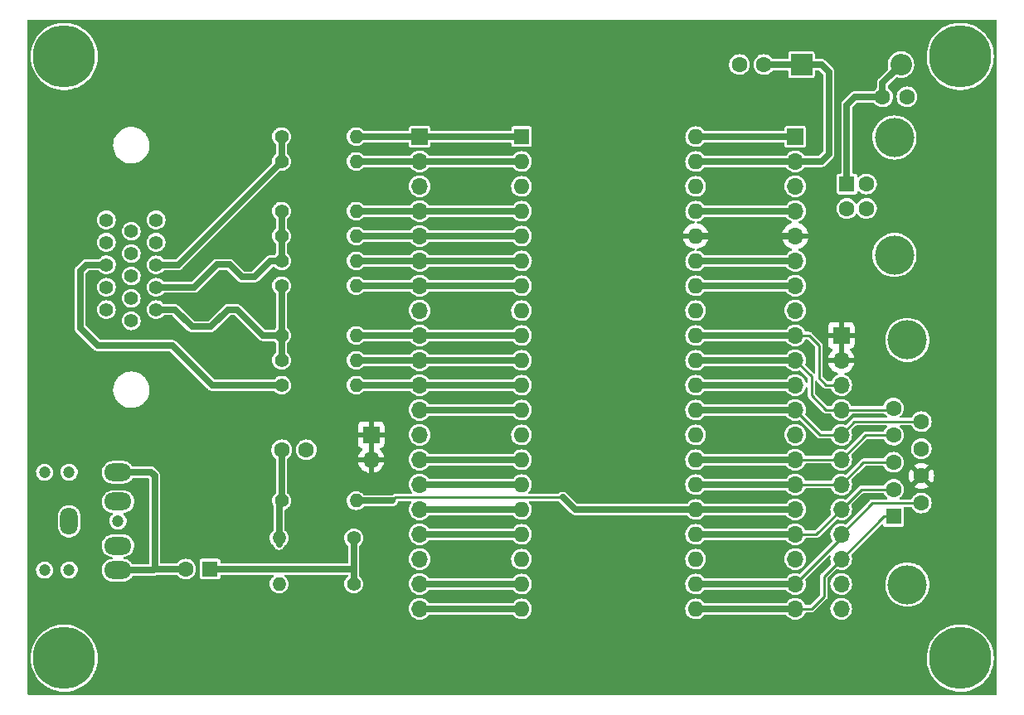
<source format=gtl>
G04 #@! TF.GenerationSoftware,KiCad,Pcbnew,(6.0.1)*
G04 #@! TF.CreationDate,2022-07-25T09:52:12-04:00*
G04 #@! TF.ProjectId,PicoVGA,5069636f-5647-4412-9e6b-696361645f70,2*
G04 #@! TF.SameCoordinates,Original*
G04 #@! TF.FileFunction,Copper,L1,Top*
G04 #@! TF.FilePolarity,Positive*
%FSLAX46Y46*%
G04 Gerber Fmt 4.6, Leading zero omitted, Abs format (unit mm)*
G04 Created by KiCad (PCBNEW (6.0.1)) date 2022-07-25 09:52:12*
%MOMM*%
%LPD*%
G01*
G04 APERTURE LIST*
G04 #@! TA.AperFunction,ComponentPad*
%ADD10C,6.350000*%
G04 #@! TD*
G04 #@! TA.AperFunction,ComponentPad*
%ADD11R,1.700000X1.700000*%
G04 #@! TD*
G04 #@! TA.AperFunction,ComponentPad*
%ADD12O,1.700000X1.700000*%
G04 #@! TD*
G04 #@! TA.AperFunction,ComponentPad*
%ADD13C,1.397000*%
G04 #@! TD*
G04 #@! TA.AperFunction,ComponentPad*
%ADD14C,1.400000*%
G04 #@! TD*
G04 #@! TA.AperFunction,ComponentPad*
%ADD15O,1.400000X1.400000*%
G04 #@! TD*
G04 #@! TA.AperFunction,ComponentPad*
%ADD16R,2.200000X2.200000*%
G04 #@! TD*
G04 #@! TA.AperFunction,ComponentPad*
%ADD17O,2.200000X2.200000*%
G04 #@! TD*
G04 #@! TA.AperFunction,ComponentPad*
%ADD18C,1.600000*%
G04 #@! TD*
G04 #@! TA.AperFunction,ComponentPad*
%ADD19R,1.600000X1.600000*%
G04 #@! TD*
G04 #@! TA.AperFunction,ComponentPad*
%ADD20O,1.600000X1.600000*%
G04 #@! TD*
G04 #@! TA.AperFunction,ComponentPad*
%ADD21C,4.000000*%
G04 #@! TD*
G04 #@! TA.AperFunction,ComponentPad*
%ADD22C,1.200000*%
G04 #@! TD*
G04 #@! TA.AperFunction,ComponentPad*
%ADD23O,2.800000X1.800000*%
G04 #@! TD*
G04 #@! TA.AperFunction,ComponentPad*
%ADD24O,1.800000X2.800000*%
G04 #@! TD*
G04 #@! TA.AperFunction,Conductor*
%ADD25C,0.635000*%
G04 #@! TD*
G04 #@! TA.AperFunction,Conductor*
%ADD26C,0.254000*%
G04 #@! TD*
G04 APERTURE END LIST*
D10*
X79406000Y-154906000D03*
X170906000Y-154906000D03*
X170906000Y-93406000D03*
X79406000Y-93406000D03*
D11*
X115692000Y-101600000D03*
D12*
X115692000Y-104140000D03*
X115692000Y-106680000D03*
X115692000Y-109220000D03*
X115692000Y-111760000D03*
X115692000Y-114300000D03*
X115692000Y-116840000D03*
X115692000Y-119380000D03*
X115692000Y-121920000D03*
X115692000Y-124460000D03*
X115692000Y-127000000D03*
X115692000Y-129540000D03*
X115692000Y-132080000D03*
X115692000Y-134620000D03*
X115692000Y-137160000D03*
X115692000Y-139700000D03*
X115692000Y-142240000D03*
X115692000Y-144780000D03*
X115692000Y-147320000D03*
X115692000Y-149860000D03*
D13*
X88802410Y-119283630D03*
X88802410Y-116992550D03*
X88802410Y-114706550D03*
X88802410Y-112412930D03*
X88802410Y-110124390D03*
X86262410Y-120429170D03*
X86262410Y-118138090D03*
X86262410Y-115847010D03*
X86262410Y-113558470D03*
X86262410Y-111267390D03*
X83722410Y-119283630D03*
X83722410Y-116992550D03*
X83724950Y-114704010D03*
X83722410Y-112412930D03*
X83722410Y-110124390D03*
D14*
X101600000Y-124460000D03*
D15*
X109220000Y-124460000D03*
D14*
X101600000Y-121920000D03*
D15*
X109220000Y-121920000D03*
D14*
X101600000Y-116840000D03*
D15*
X109220000Y-116840000D03*
D14*
X101600000Y-138811000D03*
D15*
X109220000Y-138811000D03*
D14*
X101600000Y-114300000D03*
D15*
X109220000Y-114300000D03*
D14*
X101600000Y-111760000D03*
D15*
X109220000Y-111760000D03*
D14*
X101600000Y-109220000D03*
D15*
X109220000Y-109220000D03*
D14*
X108966000Y-142621000D03*
D15*
X101346000Y-142621000D03*
D14*
X108966000Y-147320000D03*
D15*
X101346000Y-147320000D03*
D14*
X101600000Y-104140000D03*
D15*
X109220000Y-104140000D03*
D14*
X101600000Y-101600000D03*
D15*
X109220000Y-101600000D03*
D16*
X154686000Y-94234000D03*
D17*
X164846000Y-94234000D03*
D18*
X162961000Y-97536000D03*
X165461000Y-97536000D03*
D11*
X110744000Y-132075000D03*
D12*
X110744000Y-134615000D03*
D11*
X154051000Y-101600000D03*
D12*
X154051000Y-104140000D03*
X154051000Y-106680000D03*
X154051000Y-109220000D03*
X154051000Y-111760000D03*
X154051000Y-114300000D03*
X154051000Y-116840000D03*
X154051000Y-119380000D03*
X154051000Y-121920000D03*
X154051000Y-124460000D03*
X154051000Y-127000000D03*
X154051000Y-129540000D03*
X154051000Y-132080000D03*
X154051000Y-134620000D03*
X154051000Y-137160000D03*
X154051000Y-139700000D03*
X154051000Y-142240000D03*
X154051000Y-144780000D03*
X154051000Y-147320000D03*
X154051000Y-149860000D03*
D14*
X101600000Y-127000000D03*
D15*
X109220000Y-127000000D03*
D19*
X126106000Y-101600000D03*
D20*
X126106000Y-104140000D03*
X126106000Y-106680000D03*
X126106000Y-109220000D03*
X126106000Y-111760000D03*
X126106000Y-114300000D03*
X126106000Y-116840000D03*
X126106000Y-119380000D03*
X126106000Y-121920000D03*
X126106000Y-124460000D03*
X126106000Y-127000000D03*
X126106000Y-129540000D03*
X126106000Y-132080000D03*
X126106000Y-134620000D03*
X126106000Y-137160000D03*
X126106000Y-139700000D03*
X126106000Y-142240000D03*
X126106000Y-144780000D03*
X126106000Y-147320000D03*
X126106000Y-149860000D03*
X143886000Y-149860000D03*
X143886000Y-147320000D03*
X143886000Y-144780000D03*
X143886000Y-142240000D03*
X143886000Y-139700000D03*
X143886000Y-137160000D03*
X143886000Y-134620000D03*
X143886000Y-132080000D03*
X143886000Y-129540000D03*
X143886000Y-127000000D03*
X143886000Y-124460000D03*
X143886000Y-121920000D03*
X143886000Y-119380000D03*
X143886000Y-116840000D03*
X143886000Y-114300000D03*
X143886000Y-111760000D03*
X143886000Y-109220000D03*
X143886000Y-106680000D03*
X143886000Y-104140000D03*
X143886000Y-101600000D03*
D11*
X158750000Y-121915000D03*
D12*
X158750000Y-124455000D03*
X158750000Y-126995000D03*
X158750000Y-129535000D03*
X158750000Y-132075000D03*
X158750000Y-134615000D03*
X158750000Y-137155000D03*
X158750000Y-139695000D03*
X158750000Y-142235000D03*
X158750000Y-144775000D03*
X158750000Y-147315000D03*
X158750000Y-149855000D03*
D18*
X150856000Y-94234000D03*
X148356000Y-94234000D03*
D19*
X94296113Y-145796000D03*
D18*
X91796113Y-145796000D03*
X101620000Y-133604000D03*
X104120000Y-133604000D03*
D19*
X159328500Y-106446000D03*
D18*
X159328500Y-108946000D03*
X161328500Y-108946000D03*
X161328500Y-106446000D03*
D21*
X164188500Y-101696000D03*
X164188500Y-113696000D03*
X165504000Y-122384000D03*
X165504000Y-147384000D03*
D19*
X164084000Y-140424000D03*
D18*
X164084000Y-137654000D03*
X164084000Y-134884000D03*
X164084000Y-132114000D03*
X164084000Y-129344000D03*
X166924000Y-139039000D03*
X166924000Y-136269000D03*
X166924000Y-133499000D03*
X166924000Y-130729000D03*
D22*
X79906000Y-145906000D03*
X77406000Y-135906000D03*
X79906000Y-135906000D03*
X77406000Y-145906000D03*
X84906000Y-140906000D03*
D23*
X84906000Y-135906000D03*
X84906000Y-138906000D03*
D24*
X79906000Y-140906000D03*
D23*
X84906000Y-145906000D03*
X84906000Y-143406000D03*
D25*
X109220000Y-124460000D02*
X126106000Y-124460000D01*
X109220000Y-121920000D02*
X126106000Y-121920000D01*
X109220000Y-116840000D02*
X126106000Y-116840000D01*
X109220000Y-114300000D02*
X126106000Y-114300000D01*
X109220000Y-111760000D02*
X126106000Y-111760000D01*
X109220000Y-109220000D02*
X126106000Y-109220000D01*
X109220000Y-104140000D02*
X126106000Y-104140000D01*
X109220000Y-101600000D02*
X126106000Y-101600000D01*
X109220000Y-127000000D02*
X126106000Y-127000000D01*
X101600000Y-138811000D02*
X101600000Y-133624000D01*
X101600000Y-133624000D02*
X101620000Y-133604000D01*
X101346000Y-139065000D02*
X101600000Y-138811000D01*
X101346000Y-143256000D02*
X101346000Y-139065000D01*
D26*
X113244511Y-138469489D02*
X130341489Y-138469489D01*
D25*
X131572000Y-139700000D02*
X130341489Y-138469489D01*
X153157000Y-139700000D02*
X143886000Y-139700000D01*
X143886000Y-139700000D02*
X131572000Y-139700000D01*
X109220000Y-138811000D02*
X112903000Y-138811000D01*
D26*
X112903000Y-138811000D02*
X113244511Y-138469489D01*
D25*
X160161000Y-97536000D02*
X159328500Y-98368500D01*
X162961000Y-97536000D02*
X162961000Y-96119000D01*
X162961000Y-96119000D02*
X164846000Y-94234000D01*
X159328500Y-106446000D02*
X159328500Y-98368500D01*
X162961000Y-97536000D02*
X160161000Y-97536000D01*
X157480000Y-103378000D02*
X157480000Y-94996000D01*
X154051000Y-104140000D02*
X156718000Y-104140000D01*
X143886000Y-104140000D02*
X153157000Y-104140000D01*
X156718000Y-104140000D02*
X157480000Y-103378000D01*
X157480000Y-94996000D02*
X156718000Y-94234000D01*
X150856000Y-94234000D02*
X154686000Y-94234000D01*
X156718000Y-94234000D02*
X154686000Y-94234000D01*
X143886000Y-101600000D02*
X153157000Y-101600000D01*
X94296113Y-145796000D02*
X108966000Y-145796000D01*
X108966000Y-145796000D02*
X108966000Y-143256000D01*
X108966000Y-147701000D02*
X108966000Y-145796000D01*
X88536000Y-145906000D02*
X88646000Y-145796000D01*
X88646000Y-145796000D02*
X91796113Y-145796000D01*
X84906000Y-145906000D02*
X88536000Y-145906000D01*
X84906000Y-135906000D02*
X88281000Y-135906000D01*
X88646000Y-136271000D02*
X88646000Y-145796000D01*
X88281000Y-135906000D02*
X88646000Y-136271000D01*
X115692000Y-129540000D02*
X126106000Y-129540000D01*
X115692000Y-134620000D02*
X126106000Y-134620000D01*
X115692000Y-137160000D02*
X126106000Y-137160000D01*
X115692000Y-139700000D02*
X126106000Y-139700000D01*
X115692000Y-142240000D02*
X126106000Y-142240000D01*
X115692000Y-147320000D02*
X126106000Y-147320000D01*
X115692000Y-149860000D02*
X126106000Y-149860000D01*
X143886000Y-109220000D02*
X153157000Y-109220000D01*
X143886000Y-111760000D02*
X153157000Y-111760000D01*
X143886000Y-114300000D02*
X153157000Y-114300000D01*
X143886000Y-116840000D02*
X153157000Y-116840000D01*
X143886000Y-121920000D02*
X153157000Y-121920000D01*
D26*
X156464000Y-126238000D02*
X157221000Y-126995000D01*
X154051000Y-121920000D02*
X155448000Y-121920000D01*
X157221000Y-126995000D02*
X158750000Y-126995000D01*
X155448000Y-121920000D02*
X156464000Y-122936000D01*
X156464000Y-122936000D02*
X156464000Y-126238000D01*
D25*
X143886000Y-124460000D02*
X153157000Y-124460000D01*
D26*
X155702000Y-126111000D02*
X155702000Y-128016000D01*
X163893000Y-129535000D02*
X164084000Y-129344000D01*
X158750000Y-129535000D02*
X157221000Y-129535000D01*
X158750000Y-129535000D02*
X163893000Y-129535000D01*
X154051000Y-124460000D02*
X155702000Y-126111000D01*
X157221000Y-129535000D02*
X155702000Y-128016000D01*
D25*
X143886000Y-127000000D02*
X153157000Y-127000000D01*
D26*
X158750000Y-132075000D02*
X160096000Y-130729000D01*
X156586000Y-132075000D02*
X158750000Y-132075000D01*
X154051000Y-129540000D02*
X156586000Y-132075000D01*
X160096000Y-130729000D02*
X167260669Y-130729000D01*
D25*
X143886000Y-129540000D02*
X153157000Y-129540000D01*
D26*
X161251000Y-132114000D02*
X164420669Y-132114000D01*
X158745000Y-134620000D02*
X158750000Y-134615000D01*
X154051000Y-134620000D02*
X158745000Y-134620000D01*
D25*
X143886000Y-134620000D02*
X153157000Y-134620000D01*
D26*
X158750000Y-134615000D02*
X161251000Y-132114000D01*
D25*
X143886000Y-137160000D02*
X153157000Y-137160000D01*
D26*
X154051000Y-137160000D02*
X158745000Y-137160000D01*
X161021000Y-134884000D02*
X164420669Y-134884000D01*
X158750000Y-137155000D02*
X161021000Y-134884000D01*
X158745000Y-137160000D02*
X158750000Y-137155000D01*
D25*
X143886000Y-142240000D02*
X153157000Y-142240000D01*
D26*
X156205000Y-142240000D02*
X158750000Y-139695000D01*
X154051000Y-142240000D02*
X156205000Y-142240000D01*
X160791000Y-137654000D02*
X164420669Y-137654000D01*
X158750000Y-139695000D02*
X160791000Y-137654000D01*
X158750000Y-142621000D02*
X158750000Y-142235000D01*
X158750000Y-142235000D02*
X161946000Y-139039000D01*
D25*
X143886000Y-147320000D02*
X153157000Y-147320000D01*
D26*
X154051000Y-147320000D02*
X158750000Y-142621000D01*
X161946000Y-139039000D02*
X167260669Y-139039000D01*
D25*
X143886000Y-149860000D02*
X153157000Y-149860000D01*
D26*
X163101000Y-140424000D02*
X164084000Y-140424000D01*
X155702000Y-149860000D02*
X156972000Y-148590000D01*
X156972000Y-146553000D02*
X158750000Y-144775000D01*
X158750000Y-144775000D02*
X163101000Y-140424000D01*
X154051000Y-149860000D02*
X155702000Y-149860000D01*
X156972000Y-148590000D02*
X156972000Y-146553000D01*
D25*
X94361000Y-121031000D02*
X96108370Y-119283630D01*
X90708630Y-119283630D02*
X92456000Y-121031000D01*
X101600000Y-124460000D02*
X101600000Y-121920000D01*
X99695000Y-121920000D02*
X101600000Y-121920000D01*
X101600000Y-121920000D02*
X101600000Y-116840000D01*
X96108370Y-119283630D02*
X97058630Y-119283630D01*
X88802410Y-119283630D02*
X90708630Y-119283630D01*
X92456000Y-121031000D02*
X94361000Y-121031000D01*
X97058630Y-119283630D02*
X99695000Y-121920000D01*
X101600000Y-114300000D02*
X100457000Y-114300000D01*
X98806000Y-115951000D02*
X97536000Y-115951000D01*
X101600000Y-109220000D02*
X101600000Y-111760000D01*
X96266000Y-114681000D02*
X94996000Y-114681000D01*
X92684450Y-116992550D02*
X88802410Y-116992550D01*
X100457000Y-114300000D02*
X98806000Y-115951000D01*
X101600000Y-114300000D02*
X101600000Y-111760000D01*
X97536000Y-115951000D02*
X96266000Y-114681000D01*
X94996000Y-114681000D02*
X92684450Y-116992550D01*
X88802410Y-114706550D02*
X91033450Y-114706550D01*
X101600000Y-101600000D02*
X101600000Y-104140000D01*
X91033450Y-114706550D02*
X101600000Y-104140000D01*
X101600000Y-127000000D02*
X94488000Y-127000000D01*
X90424000Y-122936000D02*
X82804000Y-122936000D01*
X94488000Y-127000000D02*
X90424000Y-122936000D01*
X81026000Y-121158000D02*
X81026000Y-115316000D01*
X82804000Y-122936000D02*
X81026000Y-121158000D01*
X81026000Y-115316000D02*
X81637990Y-114704010D01*
X81637990Y-114704010D02*
X83724950Y-114704010D01*
G04 #@! TA.AperFunction,Conductor*
G36*
X174610531Y-89679213D02*
G01*
X174647076Y-89729513D01*
X174652000Y-89760600D01*
X174652000Y-158551400D01*
X174632787Y-158610531D01*
X174582487Y-158647076D01*
X174551400Y-158652000D01*
X75760600Y-158652000D01*
X75701469Y-158632787D01*
X75664924Y-158582487D01*
X75660000Y-158551400D01*
X75660000Y-154894011D01*
X75971484Y-154894011D01*
X75990278Y-155265007D01*
X76049029Y-155631803D01*
X76049748Y-155634431D01*
X76049749Y-155634436D01*
X76087102Y-155770975D01*
X76147050Y-155990108D01*
X76283195Y-156335732D01*
X76455870Y-156664630D01*
X76457387Y-156666887D01*
X76457392Y-156666896D01*
X76478073Y-156697672D01*
X76663057Y-156972956D01*
X76902330Y-157257102D01*
X77170892Y-157513745D01*
X77465600Y-157739883D01*
X77467926Y-157741297D01*
X77780689Y-157931460D01*
X77780694Y-157931463D01*
X77783007Y-157932869D01*
X77785467Y-157934022D01*
X77785472Y-157934024D01*
X77818935Y-157949699D01*
X78119400Y-158090447D01*
X78470843Y-158210773D01*
X78833227Y-158292440D01*
X78946839Y-158305385D01*
X79199594Y-158334183D01*
X79199602Y-158334183D01*
X79202310Y-158334492D01*
X79393353Y-158335492D01*
X79571052Y-158336423D01*
X79571057Y-158336423D01*
X79573776Y-158336437D01*
X79576482Y-158336157D01*
X79576489Y-158336157D01*
X79940565Y-158298533D01*
X79940573Y-158298532D01*
X79943280Y-158298252D01*
X80154838Y-158252898D01*
X80303840Y-158220955D01*
X80303843Y-158220954D01*
X80306498Y-158220385D01*
X80659183Y-158103746D01*
X80661656Y-158102619D01*
X80661661Y-158102617D01*
X80994727Y-157950829D01*
X80997207Y-157949699D01*
X81316618Y-157760047D01*
X81613678Y-157537008D01*
X81884912Y-157283191D01*
X82127148Y-157001566D01*
X82337552Y-156695427D01*
X82352915Y-156666896D01*
X82512366Y-156370762D01*
X82512366Y-156370761D01*
X82513662Y-156368355D01*
X82525935Y-156338132D01*
X82652399Y-156026688D01*
X82653419Y-156024176D01*
X82755187Y-155666917D01*
X82817776Y-155300756D01*
X82817942Y-155298044D01*
X82817943Y-155298034D01*
X82840363Y-154931451D01*
X82840363Y-154931446D01*
X82840453Y-154929977D01*
X82840537Y-154906000D01*
X82839888Y-154894011D01*
X167471484Y-154894011D01*
X167490278Y-155265007D01*
X167549029Y-155631803D01*
X167549748Y-155634431D01*
X167549749Y-155634436D01*
X167587102Y-155770975D01*
X167647050Y-155990108D01*
X167783195Y-156335732D01*
X167955870Y-156664630D01*
X167957387Y-156666887D01*
X167957392Y-156666896D01*
X167978073Y-156697672D01*
X168163057Y-156972956D01*
X168402330Y-157257102D01*
X168670892Y-157513745D01*
X168965600Y-157739883D01*
X168967926Y-157741297D01*
X169280689Y-157931460D01*
X169280694Y-157931463D01*
X169283007Y-157932869D01*
X169285467Y-157934022D01*
X169285472Y-157934024D01*
X169318935Y-157949699D01*
X169619400Y-158090447D01*
X169970843Y-158210773D01*
X170333227Y-158292440D01*
X170446839Y-158305385D01*
X170699594Y-158334183D01*
X170699602Y-158334183D01*
X170702310Y-158334492D01*
X170893353Y-158335492D01*
X171071052Y-158336423D01*
X171071057Y-158336423D01*
X171073776Y-158336437D01*
X171076482Y-158336157D01*
X171076489Y-158336157D01*
X171440565Y-158298533D01*
X171440573Y-158298532D01*
X171443280Y-158298252D01*
X171654838Y-158252898D01*
X171803840Y-158220955D01*
X171803843Y-158220954D01*
X171806498Y-158220385D01*
X172159183Y-158103746D01*
X172161656Y-158102619D01*
X172161661Y-158102617D01*
X172494727Y-157950829D01*
X172497207Y-157949699D01*
X172816618Y-157760047D01*
X173113678Y-157537008D01*
X173384912Y-157283191D01*
X173627148Y-157001566D01*
X173837552Y-156695427D01*
X173852915Y-156666896D01*
X174012366Y-156370762D01*
X174012366Y-156370761D01*
X174013662Y-156368355D01*
X174025935Y-156338132D01*
X174152399Y-156026688D01*
X174153419Y-156024176D01*
X174255187Y-155666917D01*
X174317776Y-155300756D01*
X174317942Y-155298044D01*
X174317943Y-155298034D01*
X174340363Y-154931451D01*
X174340363Y-154931446D01*
X174340453Y-154929977D01*
X174340537Y-154906000D01*
X174320448Y-154535072D01*
X174260417Y-154168484D01*
X174161146Y-153810522D01*
X174023795Y-153465376D01*
X173849973Y-153137083D01*
X173641711Y-152829482D01*
X173401448Y-152546173D01*
X173266720Y-152418321D01*
X173133961Y-152292337D01*
X173133956Y-152292333D01*
X173131992Y-152290469D01*
X172836496Y-152065361D01*
X172518417Y-151873484D01*
X172181477Y-151717081D01*
X172009595Y-151658902D01*
X171832207Y-151598860D01*
X171832201Y-151598858D01*
X171829615Y-151597983D01*
X171466949Y-151517581D01*
X171464245Y-151517282D01*
X171464242Y-151517282D01*
X171334431Y-151502951D01*
X171097721Y-151476818D01*
X171095000Y-151476813D01*
X171094995Y-151476813D01*
X170913280Y-151476496D01*
X170726250Y-151476170D01*
X170723537Y-151476460D01*
X170723536Y-151476460D01*
X170359595Y-151515354D01*
X170359594Y-151515354D01*
X170356882Y-151515644D01*
X169993938Y-151594779D01*
X169641663Y-151712648D01*
X169639194Y-151713784D01*
X169639188Y-151713786D01*
X169499031Y-151778252D01*
X169304178Y-151867874D01*
X169301833Y-151869277D01*
X169301830Y-151869279D01*
X169294804Y-151873484D01*
X168985431Y-152058640D01*
X168689152Y-152282714D01*
X168560041Y-152404382D01*
X168420794Y-152535601D01*
X168420788Y-152535607D01*
X168418805Y-152537476D01*
X168177554Y-152819945D01*
X167968220Y-153126817D01*
X167793252Y-153454502D01*
X167654698Y-153799167D01*
X167554178Y-154156779D01*
X167492867Y-154523156D01*
X167471484Y-154894011D01*
X82839888Y-154894011D01*
X82820448Y-154535072D01*
X82760417Y-154168484D01*
X82661146Y-153810522D01*
X82523795Y-153465376D01*
X82349973Y-153137083D01*
X82141711Y-152829482D01*
X81901448Y-152546173D01*
X81766720Y-152418321D01*
X81633961Y-152292337D01*
X81633956Y-152292333D01*
X81631992Y-152290469D01*
X81336496Y-152065361D01*
X81018417Y-151873484D01*
X80681477Y-151717081D01*
X80509595Y-151658902D01*
X80332207Y-151598860D01*
X80332201Y-151598858D01*
X80329615Y-151597983D01*
X79966949Y-151517581D01*
X79964245Y-151517282D01*
X79964242Y-151517282D01*
X79834431Y-151502951D01*
X79597721Y-151476818D01*
X79595000Y-151476813D01*
X79594995Y-151476813D01*
X79413280Y-151476496D01*
X79226250Y-151476170D01*
X79223537Y-151476460D01*
X79223536Y-151476460D01*
X78859595Y-151515354D01*
X78859594Y-151515354D01*
X78856882Y-151515644D01*
X78493938Y-151594779D01*
X78141663Y-151712648D01*
X78139194Y-151713784D01*
X78139188Y-151713786D01*
X77999031Y-151778252D01*
X77804178Y-151867874D01*
X77801833Y-151869277D01*
X77801830Y-151869279D01*
X77794804Y-151873484D01*
X77485431Y-152058640D01*
X77189152Y-152282714D01*
X77060041Y-152404382D01*
X76920794Y-152535601D01*
X76920788Y-152535607D01*
X76918805Y-152537476D01*
X76677554Y-152819945D01*
X76468220Y-153126817D01*
X76293252Y-153454502D01*
X76154698Y-153799167D01*
X76054178Y-154156779D01*
X75992867Y-154523156D01*
X75971484Y-154894011D01*
X75660000Y-154894011D01*
X75660000Y-149830964D01*
X114583148Y-149830964D01*
X114596424Y-150033522D01*
X114597557Y-150037983D01*
X114639002Y-150201170D01*
X114646392Y-150230269D01*
X114731377Y-150414616D01*
X114848533Y-150580389D01*
X114993938Y-150722035D01*
X114997774Y-150724598D01*
X114997775Y-150724599D01*
X115046075Y-150756872D01*
X115162720Y-150834812D01*
X115166956Y-150836632D01*
X115166958Y-150836633D01*
X115344989Y-150913121D01*
X115349228Y-150914942D01*
X115431614Y-150933584D01*
X115542716Y-150958724D01*
X115542719Y-150958724D01*
X115547216Y-150959742D01*
X115622803Y-150962712D01*
X115745444Y-150967531D01*
X115745445Y-150967531D01*
X115750053Y-150967712D01*
X115754610Y-150967051D01*
X115754615Y-150967051D01*
X115850499Y-150953148D01*
X115950945Y-150938584D01*
X116143165Y-150873334D01*
X116320276Y-150774147D01*
X116329833Y-150766199D01*
X116472798Y-150647295D01*
X116476345Y-150644345D01*
X116519713Y-150592201D01*
X116603199Y-150491821D01*
X116603201Y-150491818D01*
X116606147Y-150488276D01*
X116608850Y-150483449D01*
X116609131Y-150483189D01*
X116611013Y-150480451D01*
X116611632Y-150480877D01*
X116654501Y-150441244D01*
X116696625Y-150432000D01*
X125165121Y-150432000D01*
X125224252Y-150451213D01*
X125243960Y-150470112D01*
X125343786Y-150596061D01*
X125501271Y-150730091D01*
X125505565Y-150732491D01*
X125505568Y-150732493D01*
X125574824Y-150771199D01*
X125681789Y-150830980D01*
X125878466Y-150894884D01*
X125883350Y-150895466D01*
X125883353Y-150895467D01*
X126078919Y-150918787D01*
X126078920Y-150918787D01*
X126083809Y-150919370D01*
X126289998Y-150903504D01*
X126294738Y-150902180D01*
X126294741Y-150902180D01*
X126484436Y-150849216D01*
X126489178Y-150847892D01*
X126630709Y-150776400D01*
X126669369Y-150756872D01*
X126669372Y-150756870D01*
X126673763Y-150754652D01*
X126836722Y-150627334D01*
X126971848Y-150470789D01*
X127022922Y-150380884D01*
X127071565Y-150295257D01*
X127071566Y-150295255D01*
X127073995Y-150290979D01*
X127139270Y-150094753D01*
X127144762Y-150051278D01*
X127164838Y-149892366D01*
X127164838Y-149892362D01*
X127165189Y-149889586D01*
X127165602Y-149860000D01*
X127164152Y-149845206D01*
X142826501Y-149845206D01*
X142843806Y-150051278D01*
X142865074Y-150125448D01*
X142899239Y-150244596D01*
X142900807Y-150250066D01*
X142995334Y-150433995D01*
X143123786Y-150596061D01*
X143281271Y-150730091D01*
X143285565Y-150732491D01*
X143285568Y-150732493D01*
X143354824Y-150771199D01*
X143461789Y-150830980D01*
X143658466Y-150894884D01*
X143663350Y-150895466D01*
X143663353Y-150895467D01*
X143858919Y-150918787D01*
X143858920Y-150918787D01*
X143863809Y-150919370D01*
X144069998Y-150903504D01*
X144074738Y-150902180D01*
X144074741Y-150902180D01*
X144264436Y-150849216D01*
X144269178Y-150847892D01*
X144410709Y-150776400D01*
X144449369Y-150756872D01*
X144449372Y-150756870D01*
X144453763Y-150754652D01*
X144616722Y-150627334D01*
X144751848Y-150470789D01*
X144752697Y-150471522D01*
X144798343Y-150437369D01*
X144830769Y-150432000D01*
X153050573Y-150432000D01*
X153109704Y-150451213D01*
X153132727Y-150474540D01*
X153207533Y-150580389D01*
X153210837Y-150583607D01*
X153210839Y-150583610D01*
X153251899Y-150623608D01*
X153352938Y-150722035D01*
X153356774Y-150724598D01*
X153356775Y-150724599D01*
X153405075Y-150756872D01*
X153521720Y-150834812D01*
X153525956Y-150836632D01*
X153525958Y-150836633D01*
X153703989Y-150913121D01*
X153708228Y-150914942D01*
X153790614Y-150933584D01*
X153901716Y-150958724D01*
X153901719Y-150958724D01*
X153906216Y-150959742D01*
X153981803Y-150962712D01*
X154104444Y-150967531D01*
X154104445Y-150967531D01*
X154109053Y-150967712D01*
X154113610Y-150967051D01*
X154113615Y-150967051D01*
X154209499Y-150953148D01*
X154309945Y-150938584D01*
X154502165Y-150873334D01*
X154679276Y-150774147D01*
X154688833Y-150766199D01*
X154831798Y-150647295D01*
X154835345Y-150644345D01*
X154878713Y-150592201D01*
X154962199Y-150491821D01*
X154962201Y-150491818D01*
X154965147Y-150488276D01*
X155064334Y-150311165D01*
X155065815Y-150306801D01*
X155067693Y-150302584D01*
X155069552Y-150303412D01*
X155102015Y-150259943D01*
X155160071Y-150241500D01*
X155650567Y-150241500D01*
X155671739Y-150243753D01*
X155675654Y-150244596D01*
X155675656Y-150244596D01*
X155683780Y-150246345D01*
X155718828Y-150242197D01*
X155726788Y-150241728D01*
X155729547Y-150241500D01*
X155733692Y-150241500D01*
X155737780Y-150240820D01*
X155737787Y-150240819D01*
X155753433Y-150238215D01*
X155758124Y-150237547D01*
X155801654Y-150232395D01*
X155801655Y-150232395D01*
X155809907Y-150231418D01*
X155816916Y-150228052D01*
X155819617Y-150227198D01*
X155827283Y-150225922D01*
X155873181Y-150201156D01*
X155877370Y-150199022D01*
X155891550Y-150192213D01*
X155918693Y-150179180D01*
X155918696Y-150179178D01*
X155924398Y-150176440D01*
X155928692Y-150172830D01*
X155930237Y-150171285D01*
X155931132Y-150170464D01*
X155933024Y-150168867D01*
X155939057Y-150165612D01*
X155944701Y-150159506D01*
X155944704Y-150159504D01*
X155976184Y-150125448D01*
X155978922Y-150122600D01*
X156275558Y-149825964D01*
X157641148Y-149825964D01*
X157654424Y-150028522D01*
X157655557Y-150032983D01*
X157698272Y-150201170D01*
X157704392Y-150225269D01*
X157789377Y-150409616D01*
X157906533Y-150575389D01*
X158051938Y-150717035D01*
X158055774Y-150719598D01*
X158055775Y-150719599D01*
X158111558Y-150756872D01*
X158220720Y-150829812D01*
X158224956Y-150831632D01*
X158224958Y-150831633D01*
X158402989Y-150908121D01*
X158407228Y-150909942D01*
X158505161Y-150932102D01*
X158600716Y-150953724D01*
X158600719Y-150953724D01*
X158605216Y-150954742D01*
X158706558Y-150958724D01*
X158803444Y-150962531D01*
X158803445Y-150962531D01*
X158808053Y-150962712D01*
X158812610Y-150962051D01*
X158812615Y-150962051D01*
X158908499Y-150948148D01*
X159008945Y-150933584D01*
X159201165Y-150868334D01*
X159378276Y-150769147D01*
X159395705Y-150754652D01*
X159530798Y-150642295D01*
X159534345Y-150639345D01*
X159570344Y-150596061D01*
X159661199Y-150486821D01*
X159661201Y-150486818D01*
X159664147Y-150483276D01*
X159763334Y-150306165D01*
X159828584Y-150113945D01*
X159857712Y-149913053D01*
X159858327Y-149889586D01*
X159859155Y-149857956D01*
X159859155Y-149857949D01*
X159859232Y-149855000D01*
X159840658Y-149652859D01*
X159785557Y-149457487D01*
X159695776Y-149275428D01*
X159574320Y-149112779D01*
X159560346Y-149099861D01*
X159430667Y-148979987D01*
X159425258Y-148974987D01*
X159421362Y-148972529D01*
X159421357Y-148972525D01*
X159339420Y-148920827D01*
X159253581Y-148866667D01*
X159233923Y-148858824D01*
X159081858Y-148798156D01*
X159065039Y-148791446D01*
X158865946Y-148751844D01*
X158764459Y-148750516D01*
X158667585Y-148749247D01*
X158667581Y-148749247D01*
X158662971Y-148749187D01*
X158462910Y-148783564D01*
X158458588Y-148785158D01*
X158458586Y-148785159D01*
X158276791Y-148852227D01*
X158276788Y-148852228D01*
X158272463Y-148853824D01*
X158098010Y-148957612D01*
X158094544Y-148960651D01*
X158094542Y-148960653D01*
X157948859Y-149088414D01*
X157948856Y-149088417D01*
X157945392Y-149091455D01*
X157942539Y-149095074D01*
X157942538Y-149095075D01*
X157925109Y-149117184D01*
X157819720Y-149250869D01*
X157725203Y-149430515D01*
X157712975Y-149469896D01*
X157683025Y-149566352D01*
X157665007Y-149624378D01*
X157641148Y-149825964D01*
X156275558Y-149825964D01*
X157205391Y-148896131D01*
X157221958Y-148882751D01*
X157225320Y-148880580D01*
X157232304Y-148876071D01*
X157254153Y-148848356D01*
X157259449Y-148842396D01*
X157261236Y-148840287D01*
X157264171Y-148837352D01*
X157275834Y-148821032D01*
X157278627Y-148817312D01*
X157310934Y-148776330D01*
X157313509Y-148768997D01*
X157314818Y-148766478D01*
X157319334Y-148760158D01*
X157334269Y-148710218D01*
X157335727Y-148705730D01*
X157353016Y-148656498D01*
X157353500Y-148650909D01*
X157353500Y-148648744D01*
X157353554Y-148647495D01*
X157353762Y-148645041D01*
X157355725Y-148638476D01*
X157353578Y-148583839D01*
X157353500Y-148579889D01*
X157353500Y-147285964D01*
X157641148Y-147285964D01*
X157654424Y-147488522D01*
X157655557Y-147492983D01*
X157701942Y-147675621D01*
X157704392Y-147685269D01*
X157789377Y-147869616D01*
X157906533Y-148035389D01*
X158051938Y-148177035D01*
X158055774Y-148179598D01*
X158055775Y-148179599D01*
X158111558Y-148216872D01*
X158220720Y-148289812D01*
X158224956Y-148291632D01*
X158224958Y-148291633D01*
X158402989Y-148368121D01*
X158407228Y-148369942D01*
X158497233Y-148390308D01*
X158600716Y-148413724D01*
X158600719Y-148413724D01*
X158605216Y-148414742D01*
X158706558Y-148418724D01*
X158803444Y-148422531D01*
X158803445Y-148422531D01*
X158808053Y-148422712D01*
X158812610Y-148422051D01*
X158812615Y-148422051D01*
X158908499Y-148408148D01*
X159008945Y-148393584D01*
X159201165Y-148328334D01*
X159378276Y-148229147D01*
X159395705Y-148214652D01*
X159530798Y-148102295D01*
X159534345Y-148099345D01*
X159570344Y-148056061D01*
X159661199Y-147946821D01*
X159661201Y-147946818D01*
X159664147Y-147943276D01*
X159763334Y-147766165D01*
X159828584Y-147573945D01*
X159856125Y-147384000D01*
X163244663Y-147384000D01*
X163263992Y-147678903D01*
X163264633Y-147682128D01*
X163264634Y-147682132D01*
X163307543Y-147897849D01*
X163321648Y-147968759D01*
X163322705Y-147971874D01*
X163322707Y-147971880D01*
X163347057Y-148043612D01*
X163416645Y-148248611D01*
X163547357Y-148513668D01*
X163711547Y-148759397D01*
X163906407Y-148981593D01*
X164017505Y-149079023D01*
X164049080Y-149106713D01*
X164128603Y-149176453D01*
X164374331Y-149340643D01*
X164377288Y-149342101D01*
X164377291Y-149342103D01*
X164509986Y-149407540D01*
X164639389Y-149471355D01*
X164779315Y-149518853D01*
X164916120Y-149565293D01*
X164916126Y-149565295D01*
X164919241Y-149566352D01*
X164922471Y-149566995D01*
X164922473Y-149566995D01*
X165205868Y-149623366D01*
X165205872Y-149623367D01*
X165209097Y-149624008D01*
X165504000Y-149643337D01*
X165798903Y-149624008D01*
X165802128Y-149623367D01*
X165802132Y-149623366D01*
X166085527Y-149566995D01*
X166085529Y-149566995D01*
X166088759Y-149566352D01*
X166091874Y-149565295D01*
X166091880Y-149565293D01*
X166228685Y-149518854D01*
X166368611Y-149471355D01*
X166498014Y-149407540D01*
X166630709Y-149342103D01*
X166630712Y-149342101D01*
X166633669Y-149340643D01*
X166879397Y-149176453D01*
X166958921Y-149106713D01*
X166990495Y-149079023D01*
X167101593Y-148981593D01*
X167296453Y-148759397D01*
X167460643Y-148513668D01*
X167591355Y-148248611D01*
X167660943Y-148043612D01*
X167685293Y-147971880D01*
X167685295Y-147971874D01*
X167686352Y-147968759D01*
X167700457Y-147897849D01*
X167743366Y-147682132D01*
X167743367Y-147682128D01*
X167744008Y-147678903D01*
X167763337Y-147384000D01*
X167744008Y-147089097D01*
X167743070Y-147084378D01*
X167686995Y-146802473D01*
X167686995Y-146802471D01*
X167686352Y-146799241D01*
X167684428Y-146793571D01*
X167618625Y-146599723D01*
X167591355Y-146519389D01*
X167495847Y-146325718D01*
X167462103Y-146257292D01*
X167462101Y-146257289D01*
X167460643Y-146254332D01*
X167455659Y-146246872D01*
X167385235Y-146141475D01*
X167296453Y-146008603D01*
X167101593Y-145786407D01*
X166879397Y-145591547D01*
X166633669Y-145427357D01*
X166630712Y-145425899D01*
X166630709Y-145425897D01*
X166476032Y-145349619D01*
X166368611Y-145296645D01*
X166196526Y-145238230D01*
X166091880Y-145202707D01*
X166091874Y-145202705D01*
X166088759Y-145201648D01*
X166085529Y-145201005D01*
X166085527Y-145201005D01*
X165802132Y-145144634D01*
X165802128Y-145144633D01*
X165798903Y-145143992D01*
X165504000Y-145124663D01*
X165209097Y-145143992D01*
X165205872Y-145144633D01*
X165205868Y-145144634D01*
X164922473Y-145201005D01*
X164922471Y-145201005D01*
X164919241Y-145201648D01*
X164916126Y-145202705D01*
X164916120Y-145202707D01*
X164811474Y-145238230D01*
X164639389Y-145296645D01*
X164602601Y-145314787D01*
X164377292Y-145425897D01*
X164377289Y-145425899D01*
X164374332Y-145427357D01*
X164128603Y-145591547D01*
X163906407Y-145786407D01*
X163711547Y-146008603D01*
X163622765Y-146141475D01*
X163552342Y-146246872D01*
X163547357Y-146254332D01*
X163545899Y-146257289D01*
X163545897Y-146257292D01*
X163512153Y-146325718D01*
X163416645Y-146519389D01*
X163389375Y-146599723D01*
X163323573Y-146793571D01*
X163321648Y-146799241D01*
X163321005Y-146802471D01*
X163321005Y-146802473D01*
X163264931Y-147084378D01*
X163263992Y-147089097D01*
X163244663Y-147384000D01*
X159856125Y-147384000D01*
X159857712Y-147373053D01*
X159858327Y-147349586D01*
X159859155Y-147317956D01*
X159859155Y-147317949D01*
X159859232Y-147315000D01*
X159842574Y-147133706D01*
X159841080Y-147117447D01*
X159841079Y-147117442D01*
X159840658Y-147112859D01*
X159785557Y-146917487D01*
X159695776Y-146735428D01*
X159574320Y-146572779D01*
X159564103Y-146563334D01*
X159522476Y-146524855D01*
X159425258Y-146434987D01*
X159421362Y-146432529D01*
X159421357Y-146432525D01*
X159337337Y-146379513D01*
X159253581Y-146326667D01*
X159240851Y-146321588D01*
X159079692Y-146257292D01*
X159065039Y-146251446D01*
X158865946Y-146211844D01*
X158764458Y-146210515D01*
X158667585Y-146209247D01*
X158667581Y-146209247D01*
X158662971Y-146209187D01*
X158462910Y-146243564D01*
X158458588Y-146245158D01*
X158458586Y-146245159D01*
X158276791Y-146312227D01*
X158276788Y-146312228D01*
X158272463Y-146313824D01*
X158098010Y-146417612D01*
X158094544Y-146420651D01*
X158094542Y-146420653D01*
X157948859Y-146548414D01*
X157948856Y-146548417D01*
X157945392Y-146551455D01*
X157942539Y-146555074D01*
X157942538Y-146555075D01*
X157904388Y-146603468D01*
X157819720Y-146710869D01*
X157801756Y-146745012D01*
X157744001Y-146854787D01*
X157725203Y-146890515D01*
X157713897Y-146926926D01*
X157672487Y-147060290D01*
X157665007Y-147084378D01*
X157641148Y-147285964D01*
X157353500Y-147285964D01*
X157353500Y-146752692D01*
X157372713Y-146693561D01*
X157382965Y-146681557D01*
X158238257Y-145826265D01*
X158293655Y-145798039D01*
X158349101Y-145804969D01*
X158407228Y-145829942D01*
X158452045Y-145840083D01*
X158600716Y-145873724D01*
X158600719Y-145873724D01*
X158605216Y-145874742D01*
X158706558Y-145878724D01*
X158803444Y-145882531D01*
X158803445Y-145882531D01*
X158808053Y-145882712D01*
X158812610Y-145882051D01*
X158812615Y-145882051D01*
X158908499Y-145868148D01*
X159008945Y-145853584D01*
X159201165Y-145788334D01*
X159378276Y-145689147D01*
X159394203Y-145675901D01*
X159530798Y-145562295D01*
X159534345Y-145559345D01*
X159570344Y-145516061D01*
X159661199Y-145406821D01*
X159661201Y-145406818D01*
X159664147Y-145403276D01*
X159763334Y-145226165D01*
X159828584Y-145033945D01*
X159857712Y-144833053D01*
X159857908Y-144825604D01*
X159859155Y-144777956D01*
X159859155Y-144777949D01*
X159859232Y-144775000D01*
X159856381Y-144743973D01*
X159841080Y-144577447D01*
X159841079Y-144577442D01*
X159840658Y-144572859D01*
X159785557Y-144377487D01*
X159783518Y-144373353D01*
X159781864Y-144369043D01*
X159783760Y-144368315D01*
X159775985Y-144314604D01*
X159803993Y-144260529D01*
X162860905Y-141203618D01*
X162916303Y-141175392D01*
X162977711Y-141185118D01*
X163021675Y-141229082D01*
X163030707Y-141255129D01*
X163042025Y-141312032D01*
X163044266Y-141323301D01*
X163049769Y-141331536D01*
X163049769Y-141331537D01*
X163052253Y-141335254D01*
X163100516Y-141407484D01*
X163184699Y-141463734D01*
X163225335Y-141471817D01*
X163254081Y-141477535D01*
X163254082Y-141477535D01*
X163258933Y-141478500D01*
X163263880Y-141478500D01*
X164084751Y-141478499D01*
X164909066Y-141478499D01*
X164956790Y-141469007D01*
X164973584Y-141465667D01*
X164973586Y-141465666D01*
X164983301Y-141463734D01*
X165067484Y-141407484D01*
X165123734Y-141323301D01*
X165138500Y-141249067D01*
X165138499Y-139598934D01*
X165135438Y-139583541D01*
X165133983Y-139576227D01*
X165126921Y-139540723D01*
X165134229Y-139478982D01*
X165176434Y-139433326D01*
X165225588Y-139420500D01*
X165872999Y-139420500D01*
X165932130Y-139439713D01*
X165962473Y-139475115D01*
X166023619Y-139594091D01*
X166029148Y-139604849D01*
X166033334Y-139612995D01*
X166161786Y-139775061D01*
X166319271Y-139909091D01*
X166323565Y-139911491D01*
X166323568Y-139911493D01*
X166422353Y-139966702D01*
X166499789Y-140009980D01*
X166696466Y-140073884D01*
X166701350Y-140074466D01*
X166701353Y-140074467D01*
X166896919Y-140097787D01*
X166896920Y-140097787D01*
X166901809Y-140098370D01*
X167075782Y-140084983D01*
X167103086Y-140082882D01*
X167107998Y-140082504D01*
X167112738Y-140081180D01*
X167112741Y-140081180D01*
X167302436Y-140028216D01*
X167307178Y-140026892D01*
X167433050Y-139963310D01*
X167487369Y-139935872D01*
X167487372Y-139935870D01*
X167491763Y-139933652D01*
X167568726Y-139873522D01*
X167650844Y-139809364D01*
X167650845Y-139809363D01*
X167654722Y-139806334D01*
X167789848Y-139649789D01*
X167851805Y-139540725D01*
X167889565Y-139474257D01*
X167889566Y-139474255D01*
X167891995Y-139469979D01*
X167950435Y-139294300D01*
X167955716Y-139278425D01*
X167955716Y-139278424D01*
X167957270Y-139273753D01*
X167962216Y-139234604D01*
X167982838Y-139071366D01*
X167982838Y-139071362D01*
X167983189Y-139068586D01*
X167983602Y-139039000D01*
X167982540Y-139028163D01*
X167963902Y-138838081D01*
X167963901Y-138838078D01*
X167963422Y-138833189D01*
X167903651Y-138635217D01*
X167806565Y-138452625D01*
X167675863Y-138292368D01*
X167672075Y-138289234D01*
X167520310Y-138163683D01*
X167520305Y-138163680D01*
X167516522Y-138160550D01*
X167502649Y-138153049D01*
X167338935Y-138064529D01*
X167338931Y-138064528D01*
X167334612Y-138062192D01*
X167137063Y-138001040D01*
X166931397Y-137979424D01*
X166926496Y-137979870D01*
X166926493Y-137979870D01*
X166730348Y-137997720D01*
X166730345Y-137997721D01*
X166725450Y-137998166D01*
X166720736Y-137999553D01*
X166720733Y-137999554D01*
X166569496Y-138044066D01*
X166527066Y-138056554D01*
X166522706Y-138058833D01*
X166522702Y-138058835D01*
X166437380Y-138103441D01*
X166343801Y-138152363D01*
X166339969Y-138155444D01*
X166199339Y-138268513D01*
X166182635Y-138281943D01*
X166049708Y-138440360D01*
X166047336Y-138444674D01*
X166047335Y-138444676D01*
X165958995Y-138605365D01*
X165913672Y-138647926D01*
X165870839Y-138657500D01*
X164804608Y-138657500D01*
X164745477Y-138638287D01*
X164708932Y-138587987D01*
X164708932Y-138525813D01*
X164742672Y-138477626D01*
X164810844Y-138424364D01*
X164810845Y-138424363D01*
X164814722Y-138421334D01*
X164949848Y-138264789D01*
X165009064Y-138160550D01*
X165049565Y-138089257D01*
X165049566Y-138089255D01*
X165051995Y-138084979D01*
X165099957Y-137940798D01*
X165115716Y-137893425D01*
X165115716Y-137893424D01*
X165117270Y-137888753D01*
X165123813Y-137836958D01*
X165142838Y-137686366D01*
X165142838Y-137686362D01*
X165143189Y-137683586D01*
X165143602Y-137654000D01*
X165139797Y-137615186D01*
X165123902Y-137453081D01*
X165123901Y-137453078D01*
X165123422Y-137448189D01*
X165095863Y-137356910D01*
X166201224Y-137356910D01*
X166201324Y-137357541D01*
X166206230Y-137363184D01*
X166263905Y-137403569D01*
X166271479Y-137407942D01*
X166470949Y-137500957D01*
X166479174Y-137503950D01*
X166691753Y-137560911D01*
X166700382Y-137562432D01*
X166919622Y-137581613D01*
X166928378Y-137581613D01*
X167147618Y-137562432D01*
X167156247Y-137560911D01*
X167368826Y-137503950D01*
X167377051Y-137500957D01*
X167576521Y-137407942D01*
X167584095Y-137403569D01*
X167638835Y-137365240D01*
X167646993Y-137354413D01*
X167647005Y-137353772D01*
X167643155Y-137347365D01*
X166935268Y-136639478D01*
X166923189Y-136633323D01*
X166918077Y-136634133D01*
X166207379Y-137344831D01*
X166201224Y-137356910D01*
X165095863Y-137356910D01*
X165063651Y-137250217D01*
X164966565Y-137067625D01*
X164835863Y-136907368D01*
X164832075Y-136904234D01*
X164680310Y-136778683D01*
X164680305Y-136778680D01*
X164676522Y-136775550D01*
X164661885Y-136767636D01*
X164498935Y-136679529D01*
X164498931Y-136679528D01*
X164494612Y-136677192D01*
X164297063Y-136616040D01*
X164091397Y-136594424D01*
X164086496Y-136594870D01*
X164086493Y-136594870D01*
X163890348Y-136612720D01*
X163890345Y-136612721D01*
X163885450Y-136613166D01*
X163880736Y-136614553D01*
X163880733Y-136614554D01*
X163796050Y-136639478D01*
X163687066Y-136671554D01*
X163682706Y-136673833D01*
X163682702Y-136673835D01*
X163589818Y-136722394D01*
X163503801Y-136767363D01*
X163499969Y-136770444D01*
X163363038Y-136880539D01*
X163342635Y-136896943D01*
X163209708Y-137055360D01*
X163207336Y-137059674D01*
X163207335Y-137059676D01*
X163118995Y-137220365D01*
X163073672Y-137262926D01*
X163030839Y-137272500D01*
X160842437Y-137272500D01*
X160821264Y-137270247D01*
X160817345Y-137269403D01*
X160817344Y-137269403D01*
X160809220Y-137267654D01*
X160774165Y-137271803D01*
X160766225Y-137272271D01*
X160763455Y-137272500D01*
X160759308Y-137272500D01*
X160755218Y-137273181D01*
X160755216Y-137273181D01*
X160739570Y-137275785D01*
X160734877Y-137276453D01*
X160691346Y-137281605D01*
X160691345Y-137281605D01*
X160683093Y-137282582D01*
X160676084Y-137285948D01*
X160673383Y-137286802D01*
X160665717Y-137288078D01*
X160619819Y-137312844D01*
X160615630Y-137314978D01*
X160601450Y-137321787D01*
X160574307Y-137334820D01*
X160574304Y-137334822D01*
X160568602Y-137337560D01*
X160564308Y-137341170D01*
X160562763Y-137342715D01*
X160561868Y-137343536D01*
X160559976Y-137345133D01*
X160553943Y-137348388D01*
X160548299Y-137354494D01*
X160548296Y-137354496D01*
X160516816Y-137388552D01*
X160514078Y-137391400D01*
X159261290Y-138644187D01*
X159205892Y-138672413D01*
X159152877Y-138666490D01*
X159139553Y-138661174D01*
X159065039Y-138631446D01*
X158865946Y-138591844D01*
X158764459Y-138590516D01*
X158667585Y-138589247D01*
X158667581Y-138589247D01*
X158662971Y-138589187D01*
X158462910Y-138623564D01*
X158458588Y-138625158D01*
X158458586Y-138625159D01*
X158276791Y-138692227D01*
X158276788Y-138692228D01*
X158272463Y-138693824D01*
X158268497Y-138696184D01*
X158268496Y-138696184D01*
X158262119Y-138699978D01*
X158098010Y-138797612D01*
X158094544Y-138800651D01*
X158094542Y-138800653D01*
X157948859Y-138928414D01*
X157948856Y-138928417D01*
X157945392Y-138931455D01*
X157942539Y-138935074D01*
X157942538Y-138935075D01*
X157903859Y-138984139D01*
X157819720Y-139090869D01*
X157725203Y-139270515D01*
X157713990Y-139306626D01*
X157672666Y-139439713D01*
X157665007Y-139464378D01*
X157660132Y-139505566D01*
X157642622Y-139653513D01*
X157641148Y-139665964D01*
X157654424Y-139868522D01*
X157655557Y-139872983D01*
X157702566Y-140058078D01*
X157704392Y-140065269D01*
X157712488Y-140082830D01*
X157717894Y-140094557D01*
X157725201Y-140156300D01*
X157697669Y-140207808D01*
X156076442Y-141829035D01*
X156021044Y-141857261D01*
X156005307Y-141858500D01*
X155157011Y-141858500D01*
X155097880Y-141839287D01*
X155066785Y-141802394D01*
X155053970Y-141776406D01*
X154996776Y-141660428D01*
X154875320Y-141497779D01*
X154855937Y-141479861D01*
X154729646Y-141363119D01*
X154726258Y-141359987D01*
X154722362Y-141357529D01*
X154722357Y-141357525D01*
X154640419Y-141305827D01*
X154554581Y-141251667D01*
X154505855Y-141232227D01*
X154456191Y-141212413D01*
X154366039Y-141176446D01*
X154166946Y-141136844D01*
X154065458Y-141135515D01*
X153968585Y-141134247D01*
X153968581Y-141134247D01*
X153963971Y-141134187D01*
X153763910Y-141168564D01*
X153759588Y-141170158D01*
X153759586Y-141170159D01*
X153577791Y-141237227D01*
X153577788Y-141237228D01*
X153573463Y-141238824D01*
X153569497Y-141241184D01*
X153569496Y-141241184D01*
X153538146Y-141259835D01*
X153399010Y-141342612D01*
X153395544Y-141345651D01*
X153395542Y-141345653D01*
X153249859Y-141473414D01*
X153249856Y-141473417D01*
X153246392Y-141476455D01*
X153243539Y-141480074D01*
X153243538Y-141480075D01*
X153125598Y-141629681D01*
X153073902Y-141664223D01*
X153046595Y-141668000D01*
X144828058Y-141668000D01*
X144768927Y-141648787D01*
X144750099Y-141630982D01*
X144640976Y-141497184D01*
X144640970Y-141497178D01*
X144637863Y-141493368D01*
X144634075Y-141490234D01*
X144482310Y-141364683D01*
X144482305Y-141364680D01*
X144478522Y-141361550D01*
X144469079Y-141356444D01*
X144300935Y-141265529D01*
X144300931Y-141265528D01*
X144296612Y-141263192D01*
X144099063Y-141202040D01*
X143893397Y-141180424D01*
X143888496Y-141180870D01*
X143888493Y-141180870D01*
X143692348Y-141198720D01*
X143692345Y-141198721D01*
X143687450Y-141199166D01*
X143682736Y-141200553D01*
X143682733Y-141200554D01*
X143544686Y-141241184D01*
X143489066Y-141257554D01*
X143484706Y-141259833D01*
X143484702Y-141259835D01*
X143473811Y-141265529D01*
X143305801Y-141353363D01*
X143301969Y-141356444D01*
X143162706Y-141468414D01*
X143144635Y-141482943D01*
X143011708Y-141641360D01*
X143009336Y-141645674D01*
X143009335Y-141645676D01*
X143001225Y-141660428D01*
X142912082Y-141822578D01*
X142910594Y-141827268D01*
X142910593Y-141827271D01*
X142874988Y-141939513D01*
X142849553Y-142019696D01*
X142849004Y-142024587D01*
X142849004Y-142024589D01*
X142828099Y-142210964D01*
X142826501Y-142225206D01*
X142843806Y-142431278D01*
X142868097Y-142515990D01*
X142899239Y-142624596D01*
X142900807Y-142630066D01*
X142995334Y-142813995D01*
X143123786Y-142976061D01*
X143281271Y-143110091D01*
X143285565Y-143112491D01*
X143285568Y-143112493D01*
X143354824Y-143151199D01*
X143461789Y-143210980D01*
X143658466Y-143274884D01*
X143663350Y-143275466D01*
X143663353Y-143275467D01*
X143858919Y-143298787D01*
X143858920Y-143298787D01*
X143863809Y-143299370D01*
X144069998Y-143283504D01*
X144074738Y-143282180D01*
X144074741Y-143282180D01*
X144264436Y-143229216D01*
X144269178Y-143227892D01*
X144410709Y-143156400D01*
X144449369Y-143136872D01*
X144449372Y-143136870D01*
X144453763Y-143134652D01*
X144616722Y-143007334D01*
X144751848Y-142850789D01*
X144752697Y-142851522D01*
X144798343Y-142817369D01*
X144830769Y-142812000D01*
X153050573Y-142812000D01*
X153109704Y-142831213D01*
X153132727Y-142854540D01*
X153207533Y-142960389D01*
X153210837Y-142963607D01*
X153210839Y-142963610D01*
X153264412Y-143015798D01*
X153352938Y-143102035D01*
X153356774Y-143104598D01*
X153356775Y-143104599D01*
X153404051Y-143136188D01*
X153521720Y-143214812D01*
X153525956Y-143216632D01*
X153525958Y-143216633D01*
X153703989Y-143293121D01*
X153708228Y-143294942D01*
X153790614Y-143313584D01*
X153901716Y-143338724D01*
X153901719Y-143338724D01*
X153906216Y-143339742D01*
X153981803Y-143342712D01*
X154104444Y-143347531D01*
X154104445Y-143347531D01*
X154109053Y-143347712D01*
X154113610Y-143347051D01*
X154113615Y-143347051D01*
X154209499Y-143333148D01*
X154309945Y-143318584D01*
X154502165Y-143253334D01*
X154679276Y-143154147D01*
X154688833Y-143146199D01*
X154831798Y-143027295D01*
X154835345Y-143024345D01*
X154881089Y-142969344D01*
X154962199Y-142871821D01*
X154962201Y-142871818D01*
X154965147Y-142868276D01*
X155064334Y-142691165D01*
X155065815Y-142686801D01*
X155067693Y-142682584D01*
X155069552Y-142683412D01*
X155102015Y-142639943D01*
X155160071Y-142621500D01*
X156153567Y-142621500D01*
X156174739Y-142623753D01*
X156178654Y-142624596D01*
X156178656Y-142624596D01*
X156186780Y-142626345D01*
X156221828Y-142622197D01*
X156229788Y-142621728D01*
X156232547Y-142621500D01*
X156236692Y-142621500D01*
X156240780Y-142620820D01*
X156240787Y-142620819D01*
X156256433Y-142618215D01*
X156261124Y-142617547D01*
X156304654Y-142612395D01*
X156304655Y-142612395D01*
X156312907Y-142611418D01*
X156319916Y-142608052D01*
X156322617Y-142607198D01*
X156330283Y-142605922D01*
X156376181Y-142581156D01*
X156380370Y-142579022D01*
X156402418Y-142568435D01*
X156421693Y-142559180D01*
X156421696Y-142559178D01*
X156427398Y-142556440D01*
X156431692Y-142552830D01*
X156433237Y-142551285D01*
X156434132Y-142550464D01*
X156436024Y-142548867D01*
X156442057Y-142545612D01*
X156479185Y-142505447D01*
X156481923Y-142502599D01*
X158238257Y-140746265D01*
X158293655Y-140718039D01*
X158349101Y-140724969D01*
X158407228Y-140749942D01*
X158478208Y-140766003D01*
X158600716Y-140793724D01*
X158600719Y-140793724D01*
X158605216Y-140794742D01*
X158706558Y-140798724D01*
X158803444Y-140802531D01*
X158803445Y-140802531D01*
X158808053Y-140802712D01*
X158812610Y-140802051D01*
X158812615Y-140802051D01*
X158908499Y-140788148D01*
X159008945Y-140773584D01*
X159201165Y-140708334D01*
X159378276Y-140609147D01*
X159395705Y-140594652D01*
X159530798Y-140482295D01*
X159534345Y-140479345D01*
X159570344Y-140436061D01*
X159661199Y-140326821D01*
X159661201Y-140326818D01*
X159664147Y-140323276D01*
X159763334Y-140146165D01*
X159828584Y-139953945D01*
X159857712Y-139753053D01*
X159857961Y-139743565D01*
X159859155Y-139697956D01*
X159859155Y-139697949D01*
X159859232Y-139695000D01*
X159851697Y-139612995D01*
X159841080Y-139497447D01*
X159841079Y-139497442D01*
X159840658Y-139492859D01*
X159788219Y-139306926D01*
X159786809Y-139301926D01*
X159786809Y-139301925D01*
X159785557Y-139297487D01*
X159783518Y-139293353D01*
X159781864Y-139289043D01*
X159783760Y-139288315D01*
X159775985Y-139234604D01*
X159803993Y-139180529D01*
X160351367Y-138633156D01*
X160919558Y-138064965D01*
X160974956Y-138036739D01*
X160990693Y-138035500D01*
X163032999Y-138035500D01*
X163092130Y-138054713D01*
X163122473Y-138090115D01*
X163193334Y-138227995D01*
X163321786Y-138390061D01*
X163395299Y-138452625D01*
X163427804Y-138480289D01*
X163460382Y-138533244D01*
X163455612Y-138595235D01*
X163415316Y-138642584D01*
X163362603Y-138657500D01*
X161997437Y-138657500D01*
X161976264Y-138655247D01*
X161972345Y-138654403D01*
X161972344Y-138654403D01*
X161964220Y-138652654D01*
X161929165Y-138656803D01*
X161921225Y-138657271D01*
X161918455Y-138657500D01*
X161914308Y-138657500D01*
X161910218Y-138658181D01*
X161910216Y-138658181D01*
X161894570Y-138660785D01*
X161889877Y-138661453D01*
X161846346Y-138666605D01*
X161846345Y-138666605D01*
X161838093Y-138667582D01*
X161831084Y-138670948D01*
X161828383Y-138671802D01*
X161820717Y-138673078D01*
X161790514Y-138689375D01*
X161774851Y-138697826D01*
X161770627Y-138699978D01*
X161734026Y-138717554D01*
X161723603Y-138722559D01*
X161719308Y-138726169D01*
X161717779Y-138727698D01*
X161716850Y-138728550D01*
X161714973Y-138730134D01*
X161708943Y-138733388D01*
X161703298Y-138739495D01*
X161671828Y-138773539D01*
X161669090Y-138776387D01*
X159261290Y-141184187D01*
X159205892Y-141212413D01*
X159152877Y-141206490D01*
X159145679Y-141203618D01*
X159065039Y-141171446D01*
X158865946Y-141131844D01*
X158764459Y-141130516D01*
X158667585Y-141129247D01*
X158667581Y-141129247D01*
X158662971Y-141129187D01*
X158462910Y-141163564D01*
X158458588Y-141165158D01*
X158458586Y-141165159D01*
X158276791Y-141232227D01*
X158276788Y-141232228D01*
X158272463Y-141233824D01*
X158098010Y-141337612D01*
X158094544Y-141340651D01*
X158094542Y-141340653D01*
X157948859Y-141468414D01*
X157948856Y-141468417D01*
X157945392Y-141471455D01*
X157942539Y-141475074D01*
X157942538Y-141475075D01*
X157925109Y-141497184D01*
X157819720Y-141630869D01*
X157725203Y-141810515D01*
X157665007Y-142004378D01*
X157663874Y-142013952D01*
X157643635Y-142184954D01*
X157641148Y-142205964D01*
X157654424Y-142408522D01*
X157660203Y-142431278D01*
X157698272Y-142581170D01*
X157704392Y-142605269D01*
X157789377Y-142789616D01*
X157835241Y-142854513D01*
X157844992Y-142868310D01*
X157863428Y-142927688D01*
X157843442Y-142986562D01*
X157833972Y-142997505D01*
X154562290Y-146269187D01*
X154506892Y-146297413D01*
X154453877Y-146291490D01*
X154433838Y-146283495D01*
X154366039Y-146256446D01*
X154166946Y-146216844D01*
X154065459Y-146215516D01*
X153968585Y-146214247D01*
X153968581Y-146214247D01*
X153963971Y-146214187D01*
X153763910Y-146248564D01*
X153759588Y-146250158D01*
X153759586Y-146250159D01*
X153577791Y-146317227D01*
X153577788Y-146317228D01*
X153573463Y-146318824D01*
X153569497Y-146321184D01*
X153569496Y-146321184D01*
X153538146Y-146339835D01*
X153399010Y-146422612D01*
X153395544Y-146425651D01*
X153395542Y-146425653D01*
X153249859Y-146553414D01*
X153249856Y-146553417D01*
X153246392Y-146556455D01*
X153243539Y-146560074D01*
X153243538Y-146560075D01*
X153125598Y-146709681D01*
X153073902Y-146744223D01*
X153046595Y-146748000D01*
X144828058Y-146748000D01*
X144768927Y-146728787D01*
X144750099Y-146710982D01*
X144640976Y-146577184D01*
X144640970Y-146577178D01*
X144637863Y-146573368D01*
X144634075Y-146570234D01*
X144482310Y-146444683D01*
X144482305Y-146444680D01*
X144478522Y-146441550D01*
X144474198Y-146439212D01*
X144300935Y-146345529D01*
X144300931Y-146345528D01*
X144296612Y-146343192D01*
X144099063Y-146282040D01*
X143893397Y-146260424D01*
X143888496Y-146260870D01*
X143888493Y-146260870D01*
X143692348Y-146278720D01*
X143692345Y-146278721D01*
X143687450Y-146279166D01*
X143682736Y-146280553D01*
X143682733Y-146280554D01*
X143544686Y-146321184D01*
X143489066Y-146337554D01*
X143484706Y-146339833D01*
X143484702Y-146339835D01*
X143411947Y-146377871D01*
X143305801Y-146433363D01*
X143301969Y-146436444D01*
X143155308Y-146554362D01*
X143144635Y-146562943D01*
X143011708Y-146721360D01*
X143009336Y-146725674D01*
X143009335Y-146725676D01*
X142974395Y-146789232D01*
X142912082Y-146902578D01*
X142910594Y-146907268D01*
X142910593Y-146907271D01*
X142862097Y-147060152D01*
X142849553Y-147099696D01*
X142849004Y-147104587D01*
X142849004Y-147104589D01*
X142828099Y-147290964D01*
X142826501Y-147305206D01*
X142843806Y-147511278D01*
X142861901Y-147574383D01*
X142896333Y-147694462D01*
X142900807Y-147710066D01*
X142995334Y-147893995D01*
X143123786Y-148056061D01*
X143281271Y-148190091D01*
X143285565Y-148192491D01*
X143285568Y-148192493D01*
X143412124Y-148263223D01*
X143461789Y-148290980D01*
X143658466Y-148354884D01*
X143663350Y-148355466D01*
X143663353Y-148355467D01*
X143858919Y-148378787D01*
X143858920Y-148378787D01*
X143863809Y-148379370D01*
X144069998Y-148363504D01*
X144074738Y-148362180D01*
X144074741Y-148362180D01*
X144264436Y-148309216D01*
X144269178Y-148307892D01*
X144369280Y-148257327D01*
X144449369Y-148216872D01*
X144449372Y-148216870D01*
X144453763Y-148214652D01*
X144473925Y-148198900D01*
X144612844Y-148090364D01*
X144612845Y-148090363D01*
X144616722Y-148087334D01*
X144751848Y-147930789D01*
X144752697Y-147931522D01*
X144798343Y-147897369D01*
X144830769Y-147892000D01*
X153050573Y-147892000D01*
X153109704Y-147911213D01*
X153132727Y-147934540D01*
X153207533Y-148040389D01*
X153210837Y-148043607D01*
X153210839Y-148043610D01*
X153251899Y-148083608D01*
X153352938Y-148182035D01*
X153356774Y-148184598D01*
X153356775Y-148184599D01*
X153405075Y-148216872D01*
X153521720Y-148294812D01*
X153525956Y-148296632D01*
X153525958Y-148296633D01*
X153703989Y-148373121D01*
X153708228Y-148374942D01*
X153790614Y-148393584D01*
X153901716Y-148418724D01*
X153901719Y-148418724D01*
X153906216Y-148419742D01*
X153981803Y-148422712D01*
X154104444Y-148427531D01*
X154104445Y-148427531D01*
X154109053Y-148427712D01*
X154113610Y-148427051D01*
X154113615Y-148427051D01*
X154209499Y-148413148D01*
X154309945Y-148398584D01*
X154502165Y-148333334D01*
X154679276Y-148234147D01*
X154688833Y-148226199D01*
X154831798Y-148107295D01*
X154835345Y-148104345D01*
X154878713Y-148052201D01*
X154962199Y-147951821D01*
X154962201Y-147951818D01*
X154965147Y-147948276D01*
X155064334Y-147771165D01*
X155129584Y-147578945D01*
X155158712Y-147378053D01*
X155158921Y-147370092D01*
X155160155Y-147322956D01*
X155160155Y-147322949D01*
X155160232Y-147320000D01*
X155158552Y-147301721D01*
X155142080Y-147122447D01*
X155142079Y-147122442D01*
X155141658Y-147117859D01*
X155086557Y-146922487D01*
X155084518Y-146918353D01*
X155082864Y-146914043D01*
X155084760Y-146913315D01*
X155076985Y-146859604D01*
X155104993Y-146805529D01*
X157511616Y-144398906D01*
X157567014Y-144370680D01*
X157628422Y-144380406D01*
X157672386Y-144424370D01*
X157682112Y-144485778D01*
X157678826Y-144499873D01*
X157665007Y-144544378D01*
X157641148Y-144745964D01*
X157654424Y-144948522D01*
X157655557Y-144952983D01*
X157699159Y-145124663D01*
X157704392Y-145145269D01*
X157717842Y-145174445D01*
X157717894Y-145174557D01*
X157725201Y-145236300D01*
X157697669Y-145287808D01*
X156738605Y-146246872D01*
X156722041Y-146260249D01*
X156711696Y-146266929D01*
X156706548Y-146273459D01*
X156689847Y-146294644D01*
X156684569Y-146300584D01*
X156682771Y-146302706D01*
X156679829Y-146305648D01*
X156668816Y-146321059D01*
X156668196Y-146321927D01*
X156665350Y-146325718D01*
X156633066Y-146366670D01*
X156630490Y-146374004D01*
X156629181Y-146376525D01*
X156624666Y-146382843D01*
X156622285Y-146390806D01*
X156622284Y-146390807D01*
X156619288Y-146400826D01*
X156613359Y-146420653D01*
X156609732Y-146432780D01*
X156608274Y-146437267D01*
X156590984Y-146486502D01*
X156590500Y-146492091D01*
X156590500Y-146494256D01*
X156590446Y-146495505D01*
X156590238Y-146497959D01*
X156588275Y-146504524D01*
X156589803Y-146543417D01*
X156590422Y-146559161D01*
X156590500Y-146563111D01*
X156590500Y-148390308D01*
X156571287Y-148449439D01*
X156561035Y-148461443D01*
X155573442Y-149449035D01*
X155518044Y-149477261D01*
X155502307Y-149478500D01*
X155157011Y-149478500D01*
X155097880Y-149459287D01*
X155066785Y-149422394D01*
X155027191Y-149342103D01*
X154996776Y-149280428D01*
X154875320Y-149117779D01*
X154855937Y-149099861D01*
X154729646Y-148983119D01*
X154726258Y-148979987D01*
X154722362Y-148977529D01*
X154722357Y-148977525D01*
X154593354Y-148896131D01*
X154554581Y-148871667D01*
X154548220Y-148869129D01*
X154460118Y-148833980D01*
X154366039Y-148796446D01*
X154166946Y-148756844D01*
X154065458Y-148755515D01*
X153968585Y-148754247D01*
X153968581Y-148754247D01*
X153963971Y-148754187D01*
X153763910Y-148788564D01*
X153759588Y-148790158D01*
X153759586Y-148790159D01*
X153577791Y-148857227D01*
X153577788Y-148857228D01*
X153573463Y-148858824D01*
X153569497Y-148861184D01*
X153569496Y-148861184D01*
X153538146Y-148879835D01*
X153399010Y-148962612D01*
X153395544Y-148965651D01*
X153395542Y-148965653D01*
X153249859Y-149093414D01*
X153249856Y-149093417D01*
X153246392Y-149096455D01*
X153243539Y-149100074D01*
X153243538Y-149100075D01*
X153125598Y-149249681D01*
X153073902Y-149284223D01*
X153046595Y-149288000D01*
X144828058Y-149288000D01*
X144768927Y-149268787D01*
X144750099Y-149250982D01*
X144640976Y-149117184D01*
X144640970Y-149117178D01*
X144637863Y-149113368D01*
X144634075Y-149110234D01*
X144482310Y-148984683D01*
X144482305Y-148984680D01*
X144478522Y-148981550D01*
X144474017Y-148979114D01*
X144300935Y-148885529D01*
X144300931Y-148885528D01*
X144296612Y-148883192D01*
X144099063Y-148822040D01*
X143893397Y-148800424D01*
X143888496Y-148800870D01*
X143888493Y-148800870D01*
X143692348Y-148818720D01*
X143692345Y-148818721D01*
X143687450Y-148819166D01*
X143682736Y-148820553D01*
X143682733Y-148820554D01*
X143544686Y-148861184D01*
X143489066Y-148877554D01*
X143484706Y-148879833D01*
X143484702Y-148879835D01*
X143381916Y-148933571D01*
X143305801Y-148973363D01*
X143301969Y-148976444D01*
X143162706Y-149088414D01*
X143144635Y-149102943D01*
X143011708Y-149261360D01*
X143009336Y-149265674D01*
X143009335Y-149265676D01*
X143001703Y-149279559D01*
X142912082Y-149442578D01*
X142910594Y-149447268D01*
X142910593Y-149447271D01*
X142901080Y-149477261D01*
X142849553Y-149639696D01*
X142849004Y-149644587D01*
X142849004Y-149644589D01*
X142828099Y-149830964D01*
X142826501Y-149845206D01*
X127164152Y-149845206D01*
X127145902Y-149659081D01*
X127145901Y-149659078D01*
X127145422Y-149654189D01*
X127085651Y-149456217D01*
X126988565Y-149273625D01*
X126857863Y-149113368D01*
X126854075Y-149110234D01*
X126702310Y-148984683D01*
X126702305Y-148984680D01*
X126698522Y-148981550D01*
X126694017Y-148979114D01*
X126520935Y-148885529D01*
X126520931Y-148885528D01*
X126516612Y-148883192D01*
X126319063Y-148822040D01*
X126113397Y-148800424D01*
X126108496Y-148800870D01*
X126108493Y-148800870D01*
X125912348Y-148818720D01*
X125912345Y-148818721D01*
X125907450Y-148819166D01*
X125902736Y-148820553D01*
X125902733Y-148820554D01*
X125764686Y-148861184D01*
X125709066Y-148877554D01*
X125704706Y-148879833D01*
X125704702Y-148879835D01*
X125601916Y-148933571D01*
X125525801Y-148973363D01*
X125521969Y-148976444D01*
X125382706Y-149088414D01*
X125364635Y-149102943D01*
X125304777Y-149174279D01*
X125239508Y-149252064D01*
X125186781Y-149285012D01*
X125162444Y-149288000D01*
X116693862Y-149288000D01*
X116634731Y-149268787D01*
X116613256Y-149247591D01*
X116519083Y-149121478D01*
X116519078Y-149121473D01*
X116516320Y-149117779D01*
X116496937Y-149099861D01*
X116370646Y-148983119D01*
X116367258Y-148979987D01*
X116363362Y-148977529D01*
X116363357Y-148977525D01*
X116234354Y-148896131D01*
X116195581Y-148871667D01*
X116189220Y-148869129D01*
X116101118Y-148833980D01*
X116007039Y-148796446D01*
X115807946Y-148756844D01*
X115706458Y-148755515D01*
X115609585Y-148754247D01*
X115609581Y-148754247D01*
X115604971Y-148754187D01*
X115404910Y-148788564D01*
X115400588Y-148790158D01*
X115400586Y-148790159D01*
X115218791Y-148857227D01*
X115218788Y-148857228D01*
X115214463Y-148858824D01*
X115210497Y-148861184D01*
X115210496Y-148861184D01*
X115179146Y-148879835D01*
X115040010Y-148962612D01*
X115036544Y-148965651D01*
X115036542Y-148965653D01*
X114890859Y-149093414D01*
X114890856Y-149093417D01*
X114887392Y-149096455D01*
X114884539Y-149100074D01*
X114884538Y-149100075D01*
X114870581Y-149117779D01*
X114761720Y-149255869D01*
X114667203Y-149435515D01*
X114656074Y-149471355D01*
X114608560Y-149624378D01*
X114607007Y-149629378D01*
X114594177Y-149737782D01*
X114583740Y-149825964D01*
X114583148Y-149830964D01*
X75660000Y-149830964D01*
X75660000Y-145857121D01*
X76531732Y-145857121D01*
X76532017Y-145862560D01*
X76532017Y-145862562D01*
X76533064Y-145882531D01*
X76541631Y-146045997D01*
X76591857Y-146228342D01*
X76594396Y-146233158D01*
X76594397Y-146233160D01*
X76613392Y-146269187D01*
X76680067Y-146395648D01*
X76683585Y-146399811D01*
X76798042Y-146535252D01*
X76802146Y-146540109D01*
X76952398Y-146654985D01*
X76957338Y-146657288D01*
X76957337Y-146657288D01*
X77094741Y-146721360D01*
X77123814Y-146734917D01*
X77129133Y-146736106D01*
X77162502Y-146743565D01*
X77308394Y-146776176D01*
X77312704Y-146776417D01*
X77312773Y-146776421D01*
X77312779Y-146776421D01*
X77314189Y-146776500D01*
X77453249Y-146776500D01*
X77455943Y-146776207D01*
X77455949Y-146776207D01*
X77588617Y-146761794D01*
X77594029Y-146761206D01*
X77599186Y-146759470D01*
X77599188Y-146759470D01*
X77716626Y-146719948D01*
X77773286Y-146700880D01*
X77836494Y-146662901D01*
X77930736Y-146606275D01*
X77930738Y-146606273D01*
X77935407Y-146603468D01*
X77939364Y-146599726D01*
X77939368Y-146599723D01*
X78068867Y-146477261D01*
X78068868Y-146477260D01*
X78072828Y-146473515D01*
X78076169Y-146468600D01*
X78176078Y-146321588D01*
X78176079Y-146321586D01*
X78179138Y-146317085D01*
X78249377Y-146141475D01*
X78280268Y-145954879D01*
X78275144Y-145857121D01*
X79031732Y-145857121D01*
X79032017Y-145862560D01*
X79032017Y-145862562D01*
X79033064Y-145882531D01*
X79041631Y-146045997D01*
X79091857Y-146228342D01*
X79094396Y-146233158D01*
X79094397Y-146233160D01*
X79113392Y-146269187D01*
X79180067Y-146395648D01*
X79183585Y-146399811D01*
X79298042Y-146535252D01*
X79302146Y-146540109D01*
X79452398Y-146654985D01*
X79457338Y-146657288D01*
X79457337Y-146657288D01*
X79594741Y-146721360D01*
X79623814Y-146734917D01*
X79629133Y-146736106D01*
X79662502Y-146743565D01*
X79808394Y-146776176D01*
X79812704Y-146776417D01*
X79812773Y-146776421D01*
X79812779Y-146776421D01*
X79814189Y-146776500D01*
X79953249Y-146776500D01*
X79955943Y-146776207D01*
X79955949Y-146776207D01*
X80088617Y-146761794D01*
X80094029Y-146761206D01*
X80099186Y-146759470D01*
X80099188Y-146759470D01*
X80216626Y-146719948D01*
X80273286Y-146700880D01*
X80336494Y-146662901D01*
X80430736Y-146606275D01*
X80430738Y-146606273D01*
X80435407Y-146603468D01*
X80439364Y-146599726D01*
X80439368Y-146599723D01*
X80568867Y-146477261D01*
X80568868Y-146477260D01*
X80572828Y-146473515D01*
X80576169Y-146468600D01*
X80676078Y-146321588D01*
X80676079Y-146321586D01*
X80679138Y-146317085D01*
X80749377Y-146141475D01*
X80773300Y-145996969D01*
X83250128Y-145996969D01*
X83286061Y-146206087D01*
X83287655Y-146210409D01*
X83287656Y-146210411D01*
X83353465Y-146388792D01*
X83359501Y-146405154D01*
X83361861Y-146409120D01*
X83361861Y-146409121D01*
X83378760Y-146437525D01*
X83467988Y-146587505D01*
X83471027Y-146590971D01*
X83471029Y-146590973D01*
X83604849Y-146743565D01*
X83604852Y-146743568D01*
X83607890Y-146747032D01*
X83611509Y-146749885D01*
X83611510Y-146749886D01*
X83678216Y-146802473D01*
X83774520Y-146878393D01*
X83962299Y-146977188D01*
X84164938Y-147040109D01*
X84268129Y-147052323D01*
X84334273Y-147060152D01*
X84334279Y-147060152D01*
X84337216Y-147060500D01*
X85459827Y-147060500D01*
X85474553Y-147059147D01*
X85612704Y-147046453D01*
X85612709Y-147046452D01*
X85617292Y-147046031D01*
X85821508Y-146988436D01*
X85844317Y-146977188D01*
X86007667Y-146896633D01*
X86007670Y-146896631D01*
X86011809Y-146894590D01*
X86058661Y-146859604D01*
X86178122Y-146770399D01*
X86178127Y-146770394D01*
X86181821Y-146767636D01*
X86187222Y-146761794D01*
X86307527Y-146631648D01*
X86325850Y-146611826D01*
X86328308Y-146607930D01*
X86328312Y-146607925D01*
X86380685Y-146524918D01*
X86428487Y-146485162D01*
X86465765Y-146478000D01*
X88491923Y-146478000D01*
X88505054Y-146478861D01*
X88536000Y-146482935D01*
X88542540Y-146482074D01*
X88542541Y-146482074D01*
X88573481Y-146478001D01*
X88573491Y-146478000D01*
X88573492Y-146478000D01*
X88573500Y-146477999D01*
X88678784Y-146464138D01*
X88678786Y-146464138D01*
X88685322Y-146463277D01*
X88776155Y-146425653D01*
X88818378Y-146408164D01*
X88818381Y-146408162D01*
X88824468Y-146405641D01*
X88842437Y-146391853D01*
X88842437Y-146391854D01*
X88846427Y-146388792D01*
X88907672Y-146368000D01*
X90855234Y-146368000D01*
X90914365Y-146387213D01*
X90934073Y-146406112D01*
X91033899Y-146532061D01*
X91191384Y-146666091D01*
X91195678Y-146668491D01*
X91195681Y-146668493D01*
X91315447Y-146735428D01*
X91371902Y-146766980D01*
X91376582Y-146768501D01*
X91376583Y-146768501D01*
X91401202Y-146776500D01*
X91568579Y-146830884D01*
X91573463Y-146831466D01*
X91573466Y-146831467D01*
X91769032Y-146854787D01*
X91769033Y-146854787D01*
X91773922Y-146855370D01*
X91980111Y-146839504D01*
X91984851Y-146838180D01*
X91984854Y-146838180D01*
X92174549Y-146785216D01*
X92179291Y-146783892D01*
X92303084Y-146721360D01*
X92359482Y-146692872D01*
X92359485Y-146692870D01*
X92363876Y-146690652D01*
X92435445Y-146634736D01*
X92522957Y-146566364D01*
X92522958Y-146566363D01*
X92526835Y-146563334D01*
X92661961Y-146406789D01*
X92717496Y-146309031D01*
X92761678Y-146231257D01*
X92761679Y-146231255D01*
X92764108Y-146226979D01*
X92829383Y-146030753D01*
X92832181Y-146008603D01*
X92854951Y-145828366D01*
X92854951Y-145828362D01*
X92855302Y-145825586D01*
X92855715Y-145796000D01*
X92855018Y-145788886D01*
X92836015Y-145595081D01*
X92836014Y-145595078D01*
X92835535Y-145590189D01*
X92775764Y-145392217D01*
X92678678Y-145209625D01*
X92547976Y-145049368D01*
X92544188Y-145046234D01*
X92459145Y-144975880D01*
X93241613Y-144975880D01*
X93241614Y-145796748D01*
X93241614Y-146621066D01*
X93256379Y-146695301D01*
X93261882Y-146703536D01*
X93261882Y-146703537D01*
X93307125Y-146771247D01*
X93312629Y-146779484D01*
X93396812Y-146835734D01*
X93445352Y-146845389D01*
X93466194Y-146849535D01*
X93466195Y-146849535D01*
X93471046Y-146850500D01*
X93475993Y-146850500D01*
X94296864Y-146850499D01*
X95121179Y-146850499D01*
X95156661Y-146843442D01*
X95185697Y-146837667D01*
X95185699Y-146837666D01*
X95195414Y-146835734D01*
X95240619Y-146805529D01*
X95271360Y-146784988D01*
X95279597Y-146779484D01*
X95285668Y-146770399D01*
X95307336Y-146737970D01*
X95335847Y-146695301D01*
X95350613Y-146621067D01*
X95350613Y-146468600D01*
X95369826Y-146409469D01*
X95420126Y-146372924D01*
X95451213Y-146368000D01*
X100721024Y-146368000D01*
X100780155Y-146387213D01*
X100816700Y-146437513D01*
X100816700Y-146499687D01*
X100784060Y-146547001D01*
X100755893Y-146569648D01*
X100674940Y-146634736D01*
X100657949Y-146654985D01*
X100557781Y-146774361D01*
X100557779Y-146774365D01*
X100554619Y-146778130D01*
X100552250Y-146782439D01*
X100552248Y-146782442D01*
X100515364Y-146849535D01*
X100464441Y-146942163D01*
X100407841Y-147120588D01*
X100407293Y-147125475D01*
X100407292Y-147125479D01*
X100387523Y-147301721D01*
X100386975Y-147306609D01*
X100402639Y-147493139D01*
X100454235Y-147673075D01*
X100539797Y-147839562D01*
X100542848Y-147843412D01*
X100542851Y-147843416D01*
X100653008Y-147982399D01*
X100653011Y-147982402D01*
X100656068Y-147986259D01*
X100798618Y-148107579D01*
X100962018Y-148198900D01*
X100966699Y-148200421D01*
X101013212Y-148215534D01*
X101140043Y-148256744D01*
X101144927Y-148257326D01*
X101144930Y-148257327D01*
X101321024Y-148278325D01*
X101321025Y-148278325D01*
X101325914Y-148278908D01*
X101512549Y-148264547D01*
X101517289Y-148263223D01*
X101517292Y-148263223D01*
X101631989Y-148231199D01*
X101692841Y-148214209D01*
X101697961Y-148211623D01*
X101855532Y-148132027D01*
X101855531Y-148132027D01*
X101859921Y-148129810D01*
X101885303Y-148109980D01*
X102003550Y-148017595D01*
X102007427Y-148014566D01*
X102029107Y-147989450D01*
X102065903Y-147946821D01*
X102129738Y-147872867D01*
X102198980Y-147750979D01*
X102219768Y-147714386D01*
X102219769Y-147714384D01*
X102222198Y-147710108D01*
X102266041Y-147578310D01*
X102279729Y-147537163D01*
X102279729Y-147537161D01*
X102281283Y-147532491D01*
X102284583Y-147506369D01*
X102304393Y-147349560D01*
X102304393Y-147349556D01*
X102304744Y-147346780D01*
X102305118Y-147320000D01*
X102303668Y-147305206D01*
X102287332Y-147138605D01*
X102286852Y-147133706D01*
X102285430Y-147128996D01*
X102285429Y-147128991D01*
X102234173Y-146959224D01*
X102234171Y-146959220D01*
X102232749Y-146954509D01*
X102144870Y-146789232D01*
X102026562Y-146644173D01*
X101908026Y-146546111D01*
X101874714Y-146493618D01*
X101878618Y-146431567D01*
X101918249Y-146383661D01*
X101972153Y-146368000D01*
X108293400Y-146368000D01*
X108352531Y-146387213D01*
X108389076Y-146437513D01*
X108394000Y-146468600D01*
X108394000Y-146506890D01*
X108374787Y-146566021D01*
X108356436Y-146585291D01*
X108298779Y-146631648D01*
X108298771Y-146631656D01*
X108294940Y-146634736D01*
X108252274Y-146685584D01*
X108177781Y-146774361D01*
X108177779Y-146774365D01*
X108174619Y-146778130D01*
X108172250Y-146782439D01*
X108172248Y-146782442D01*
X108135364Y-146849535D01*
X108084441Y-146942163D01*
X108027841Y-147120588D01*
X108027293Y-147125475D01*
X108027292Y-147125479D01*
X108007523Y-147301721D01*
X108006975Y-147306609D01*
X108022639Y-147493139D01*
X108074235Y-147673075D01*
X108159797Y-147839562D01*
X108162848Y-147843412D01*
X108162851Y-147843416D01*
X108273008Y-147982399D01*
X108273011Y-147982402D01*
X108276068Y-147986259D01*
X108418618Y-148107579D01*
X108582018Y-148198900D01*
X108586699Y-148200421D01*
X108633212Y-148215534D01*
X108760043Y-148256744D01*
X108764927Y-148257326D01*
X108764930Y-148257327D01*
X108941024Y-148278325D01*
X108941025Y-148278325D01*
X108945914Y-148278908D01*
X108963250Y-148277574D01*
X108963327Y-148278577D01*
X108966015Y-148278048D01*
X108966000Y-148277936D01*
X108973803Y-148276909D01*
X108979213Y-148276346D01*
X109127637Y-148264925D01*
X109132549Y-148264547D01*
X109137289Y-148263223D01*
X109137292Y-148263223D01*
X109251989Y-148231199D01*
X109312841Y-148214209D01*
X109317961Y-148211623D01*
X109475532Y-148132027D01*
X109475531Y-148132027D01*
X109479921Y-148129810D01*
X109505303Y-148109980D01*
X109623550Y-148017595D01*
X109627427Y-148014566D01*
X109649107Y-147989450D01*
X109685903Y-147946821D01*
X109749738Y-147872867D01*
X109818980Y-147750979D01*
X109839768Y-147714386D01*
X109839769Y-147714384D01*
X109842198Y-147710108D01*
X109886041Y-147578310D01*
X109899729Y-147537163D01*
X109899729Y-147537161D01*
X109901283Y-147532491D01*
X109904583Y-147506369D01*
X109924393Y-147349560D01*
X109924393Y-147349556D01*
X109924744Y-147346780D01*
X109925118Y-147320000D01*
X109923668Y-147305206D01*
X109922272Y-147290964D01*
X114583148Y-147290964D01*
X114596424Y-147493522D01*
X114597557Y-147497983D01*
X114640824Y-147668344D01*
X114646392Y-147690269D01*
X114731377Y-147874616D01*
X114848533Y-148040389D01*
X114993938Y-148182035D01*
X114997774Y-148184598D01*
X114997775Y-148184599D01*
X115046075Y-148216872D01*
X115162720Y-148294812D01*
X115166956Y-148296632D01*
X115166958Y-148296633D01*
X115344989Y-148373121D01*
X115349228Y-148374942D01*
X115431614Y-148393584D01*
X115542716Y-148418724D01*
X115542719Y-148418724D01*
X115547216Y-148419742D01*
X115622803Y-148422712D01*
X115745444Y-148427531D01*
X115745445Y-148427531D01*
X115750053Y-148427712D01*
X115754610Y-148427051D01*
X115754615Y-148427051D01*
X115850499Y-148413148D01*
X115950945Y-148398584D01*
X116143165Y-148333334D01*
X116320276Y-148234147D01*
X116329833Y-148226199D01*
X116472798Y-148107295D01*
X116476345Y-148104345D01*
X116519713Y-148052201D01*
X116603199Y-147951821D01*
X116603201Y-147951818D01*
X116606147Y-147948276D01*
X116608850Y-147943449D01*
X116609131Y-147943189D01*
X116611013Y-147940451D01*
X116611632Y-147940877D01*
X116654501Y-147901244D01*
X116696625Y-147892000D01*
X125165121Y-147892000D01*
X125224252Y-147911213D01*
X125243960Y-147930112D01*
X125343786Y-148056061D01*
X125501271Y-148190091D01*
X125505565Y-148192491D01*
X125505568Y-148192493D01*
X125632124Y-148263223D01*
X125681789Y-148290980D01*
X125878466Y-148354884D01*
X125883350Y-148355466D01*
X125883353Y-148355467D01*
X126078919Y-148378787D01*
X126078920Y-148378787D01*
X126083809Y-148379370D01*
X126289998Y-148363504D01*
X126294738Y-148362180D01*
X126294741Y-148362180D01*
X126484436Y-148309216D01*
X126489178Y-148307892D01*
X126589280Y-148257327D01*
X126669369Y-148216872D01*
X126669372Y-148216870D01*
X126673763Y-148214652D01*
X126693925Y-148198900D01*
X126832844Y-148090364D01*
X126832845Y-148090363D01*
X126836722Y-148087334D01*
X126971848Y-147930789D01*
X127026157Y-147835188D01*
X127071565Y-147755257D01*
X127071566Y-147755255D01*
X127073995Y-147750979D01*
X127106841Y-147652239D01*
X127137716Y-147559425D01*
X127137716Y-147559424D01*
X127139270Y-147554753D01*
X127141492Y-147537163D01*
X127164838Y-147352366D01*
X127164838Y-147352362D01*
X127165189Y-147349586D01*
X127165602Y-147320000D01*
X127164152Y-147305206D01*
X127145902Y-147119081D01*
X127145901Y-147119078D01*
X127145422Y-147114189D01*
X127085651Y-146916217D01*
X126988565Y-146733625D01*
X126857863Y-146573368D01*
X126854075Y-146570234D01*
X126702310Y-146444683D01*
X126702305Y-146444680D01*
X126698522Y-146441550D01*
X126694198Y-146439212D01*
X126520935Y-146345529D01*
X126520931Y-146345528D01*
X126516612Y-146343192D01*
X126319063Y-146282040D01*
X126113397Y-146260424D01*
X126108496Y-146260870D01*
X126108493Y-146260870D01*
X125912348Y-146278720D01*
X125912345Y-146278721D01*
X125907450Y-146279166D01*
X125902736Y-146280553D01*
X125902733Y-146280554D01*
X125764686Y-146321184D01*
X125709066Y-146337554D01*
X125704706Y-146339833D01*
X125704702Y-146339835D01*
X125631947Y-146377871D01*
X125525801Y-146433363D01*
X125521969Y-146436444D01*
X125375308Y-146554362D01*
X125364635Y-146562943D01*
X125301225Y-146638513D01*
X125239508Y-146712064D01*
X125186781Y-146745012D01*
X125162444Y-146748000D01*
X116693862Y-146748000D01*
X116634731Y-146728787D01*
X116613256Y-146707591D01*
X116519083Y-146581478D01*
X116519078Y-146581473D01*
X116516320Y-146577779D01*
X116496937Y-146559861D01*
X116462687Y-146528201D01*
X116367258Y-146439987D01*
X116363362Y-146437529D01*
X116363357Y-146437525D01*
X116268333Y-146377570D01*
X116195581Y-146331667D01*
X116189220Y-146329129D01*
X116094877Y-146291490D01*
X116007039Y-146256446D01*
X115807946Y-146216844D01*
X115706459Y-146215516D01*
X115609585Y-146214247D01*
X115609581Y-146214247D01*
X115604971Y-146214187D01*
X115404910Y-146248564D01*
X115400588Y-146250158D01*
X115400586Y-146250159D01*
X115218791Y-146317227D01*
X115218788Y-146317228D01*
X115214463Y-146318824D01*
X115210497Y-146321184D01*
X115210496Y-146321184D01*
X115179146Y-146339835D01*
X115040010Y-146422612D01*
X115036544Y-146425651D01*
X115036542Y-146425653D01*
X114890859Y-146553414D01*
X114890856Y-146553417D01*
X114887392Y-146556455D01*
X114884539Y-146560074D01*
X114884538Y-146560075D01*
X114836457Y-146621066D01*
X114761720Y-146715869D01*
X114751073Y-146736106D01*
X114697639Y-146837667D01*
X114667203Y-146895515D01*
X114651264Y-146946848D01*
X114608560Y-147084378D01*
X114607007Y-147089378D01*
X114601181Y-147138605D01*
X114583740Y-147285964D01*
X114583148Y-147290964D01*
X109922272Y-147290964D01*
X109907332Y-147138605D01*
X109906852Y-147133706D01*
X109905430Y-147128996D01*
X109905429Y-147128991D01*
X109854173Y-146959224D01*
X109854171Y-146959220D01*
X109852749Y-146954509D01*
X109764870Y-146789232D01*
X109646562Y-146644173D01*
X109639721Y-146638513D01*
X109574475Y-146584537D01*
X109541160Y-146532042D01*
X109538000Y-146507024D01*
X109538000Y-145840083D01*
X109538861Y-145826952D01*
X109542075Y-145802540D01*
X109542936Y-145796000D01*
X109538861Y-145765048D01*
X109538000Y-145751917D01*
X109538000Y-144750964D01*
X114583148Y-144750964D01*
X114596424Y-144953522D01*
X114597557Y-144957983D01*
X114628390Y-145079385D01*
X114646392Y-145150269D01*
X114731377Y-145334616D01*
X114848533Y-145500389D01*
X114993938Y-145642035D01*
X114997774Y-145644598D01*
X114997775Y-145644599D01*
X115044622Y-145675901D01*
X115162720Y-145754812D01*
X115166956Y-145756632D01*
X115166958Y-145756633D01*
X115344989Y-145833121D01*
X115349228Y-145834942D01*
X115431614Y-145853584D01*
X115542716Y-145878724D01*
X115542719Y-145878724D01*
X115547216Y-145879742D01*
X115622803Y-145882712D01*
X115745444Y-145887531D01*
X115745445Y-145887531D01*
X115750053Y-145887712D01*
X115754610Y-145887051D01*
X115754615Y-145887051D01*
X115850499Y-145873148D01*
X115950945Y-145858584D01*
X116143165Y-145793334D01*
X116320276Y-145694147D01*
X116329833Y-145686199D01*
X116472798Y-145567295D01*
X116476345Y-145564345D01*
X116519713Y-145512201D01*
X116603199Y-145411821D01*
X116603201Y-145411818D01*
X116606147Y-145408276D01*
X116705334Y-145231165D01*
X116770584Y-145038945D01*
X116799712Y-144838053D01*
X116799921Y-144830092D01*
X116801155Y-144782956D01*
X116801155Y-144782949D01*
X116801232Y-144780000D01*
X116799873Y-144765206D01*
X125046501Y-144765206D01*
X125063806Y-144971278D01*
X125087290Y-145053178D01*
X125117065Y-145157015D01*
X125120807Y-145170066D01*
X125215334Y-145353995D01*
X125343786Y-145516061D01*
X125501271Y-145650091D01*
X125505565Y-145652491D01*
X125505568Y-145652493D01*
X125574824Y-145691199D01*
X125681789Y-145750980D01*
X125878466Y-145814884D01*
X125883350Y-145815466D01*
X125883353Y-145815467D01*
X126078919Y-145838787D01*
X126078920Y-145838787D01*
X126083809Y-145839370D01*
X126289998Y-145823504D01*
X126294738Y-145822180D01*
X126294741Y-145822180D01*
X126484436Y-145769216D01*
X126489178Y-145767892D01*
X126630709Y-145696400D01*
X126669369Y-145676872D01*
X126669372Y-145676870D01*
X126673763Y-145674652D01*
X126796396Y-145578840D01*
X126832844Y-145550364D01*
X126832845Y-145550363D01*
X126836722Y-145547334D01*
X126971848Y-145390789D01*
X127059611Y-145236300D01*
X127071565Y-145215257D01*
X127071566Y-145215255D01*
X127073995Y-145210979D01*
X127127281Y-145050794D01*
X127137716Y-145019425D01*
X127137716Y-145019424D01*
X127139270Y-145014753D01*
X127144806Y-144970933D01*
X127164838Y-144812366D01*
X127164838Y-144812362D01*
X127165189Y-144809586D01*
X127165602Y-144780000D01*
X127164227Y-144765969D01*
X127164152Y-144765206D01*
X142826501Y-144765206D01*
X142843806Y-144971278D01*
X142867290Y-145053178D01*
X142897065Y-145157015D01*
X142900807Y-145170066D01*
X142995334Y-145353995D01*
X143123786Y-145516061D01*
X143281271Y-145650091D01*
X143285565Y-145652491D01*
X143285568Y-145652493D01*
X143354824Y-145691199D01*
X143461789Y-145750980D01*
X143658466Y-145814884D01*
X143663350Y-145815466D01*
X143663353Y-145815467D01*
X143858919Y-145838787D01*
X143858920Y-145838787D01*
X143863809Y-145839370D01*
X144069998Y-145823504D01*
X144074738Y-145822180D01*
X144074741Y-145822180D01*
X144264436Y-145769216D01*
X144269178Y-145767892D01*
X144410709Y-145696400D01*
X144449369Y-145676872D01*
X144449372Y-145676870D01*
X144453763Y-145674652D01*
X144576396Y-145578840D01*
X144612844Y-145550364D01*
X144612845Y-145550363D01*
X144616722Y-145547334D01*
X144751848Y-145390789D01*
X144839611Y-145236300D01*
X144851565Y-145215257D01*
X144851566Y-145215255D01*
X144853995Y-145210979D01*
X144907281Y-145050794D01*
X144917716Y-145019425D01*
X144917716Y-145019424D01*
X144919270Y-145014753D01*
X144924806Y-144970933D01*
X144944838Y-144812366D01*
X144944838Y-144812362D01*
X144945189Y-144809586D01*
X144945602Y-144780000D01*
X144944227Y-144765969D01*
X144942756Y-144750964D01*
X152942148Y-144750964D01*
X152955424Y-144953522D01*
X152956557Y-144957983D01*
X152987390Y-145079385D01*
X153005392Y-145150269D01*
X153090377Y-145334616D01*
X153207533Y-145500389D01*
X153352938Y-145642035D01*
X153356774Y-145644598D01*
X153356775Y-145644599D01*
X153403622Y-145675901D01*
X153521720Y-145754812D01*
X153525956Y-145756632D01*
X153525958Y-145756633D01*
X153703989Y-145833121D01*
X153708228Y-145834942D01*
X153790614Y-145853584D01*
X153901716Y-145878724D01*
X153901719Y-145878724D01*
X153906216Y-145879742D01*
X153981803Y-145882712D01*
X154104444Y-145887531D01*
X154104445Y-145887531D01*
X154109053Y-145887712D01*
X154113610Y-145887051D01*
X154113615Y-145887051D01*
X154209499Y-145873148D01*
X154309945Y-145858584D01*
X154502165Y-145793334D01*
X154679276Y-145694147D01*
X154688833Y-145686199D01*
X154831798Y-145567295D01*
X154835345Y-145564345D01*
X154878713Y-145512201D01*
X154962199Y-145411821D01*
X154962201Y-145411818D01*
X154965147Y-145408276D01*
X155064334Y-145231165D01*
X155129584Y-145038945D01*
X155158712Y-144838053D01*
X155158921Y-144830092D01*
X155160155Y-144782956D01*
X155160155Y-144782949D01*
X155160232Y-144780000D01*
X155158557Y-144761769D01*
X155142080Y-144582447D01*
X155142079Y-144582442D01*
X155141658Y-144577859D01*
X155086557Y-144382487D01*
X154996776Y-144200428D01*
X154875320Y-144037779D01*
X154855937Y-144019861D01*
X154736139Y-143909121D01*
X154726258Y-143899987D01*
X154722362Y-143897529D01*
X154722357Y-143897525D01*
X154590195Y-143814138D01*
X154554581Y-143791667D01*
X154366039Y-143716446D01*
X154166946Y-143676844D01*
X154065459Y-143675516D01*
X153968585Y-143674247D01*
X153968581Y-143674247D01*
X153963971Y-143674187D01*
X153763910Y-143708564D01*
X153759588Y-143710158D01*
X153759586Y-143710159D01*
X153577791Y-143777227D01*
X153577788Y-143777228D01*
X153573463Y-143778824D01*
X153569497Y-143781184D01*
X153569496Y-143781184D01*
X153538146Y-143799835D01*
X153399010Y-143882612D01*
X153395544Y-143885651D01*
X153395542Y-143885653D01*
X153249859Y-144013414D01*
X153249856Y-144013417D01*
X153246392Y-144016455D01*
X153243539Y-144020074D01*
X153243538Y-144020075D01*
X153233059Y-144033368D01*
X153120720Y-144175869D01*
X153026203Y-144355515D01*
X153019775Y-144376217D01*
X152967435Y-144544780D01*
X152966007Y-144549378D01*
X152962093Y-144582447D01*
X152942740Y-144745964D01*
X152942148Y-144750964D01*
X144942756Y-144750964D01*
X144925902Y-144579081D01*
X144925901Y-144579078D01*
X144925422Y-144574189D01*
X144865651Y-144376217D01*
X144768565Y-144193625D01*
X144637863Y-144033368D01*
X144634075Y-144030234D01*
X144482310Y-143904683D01*
X144482305Y-143904680D01*
X144478522Y-143901550D01*
X144469079Y-143896444D01*
X144300935Y-143805529D01*
X144300931Y-143805528D01*
X144296612Y-143803192D01*
X144099063Y-143742040D01*
X143893397Y-143720424D01*
X143888496Y-143720870D01*
X143888493Y-143720870D01*
X143692348Y-143738720D01*
X143692345Y-143738721D01*
X143687450Y-143739166D01*
X143682736Y-143740553D01*
X143682733Y-143740554D01*
X143544686Y-143781184D01*
X143489066Y-143797554D01*
X143484706Y-143799833D01*
X143484702Y-143799835D01*
X143381916Y-143853571D01*
X143305801Y-143893363D01*
X143144635Y-144022943D01*
X143011708Y-144181360D01*
X143009336Y-144185674D01*
X143009335Y-144185676D01*
X143001225Y-144200428D01*
X142912082Y-144362578D01*
X142910594Y-144367268D01*
X142910593Y-144367271D01*
X142875726Y-144477188D01*
X142849553Y-144559696D01*
X142849004Y-144564587D01*
X142849004Y-144564589D01*
X142827142Y-144759495D01*
X142826501Y-144765206D01*
X127164152Y-144765206D01*
X127145902Y-144579081D01*
X127145901Y-144579078D01*
X127145422Y-144574189D01*
X127085651Y-144376217D01*
X126988565Y-144193625D01*
X126857863Y-144033368D01*
X126854075Y-144030234D01*
X126702310Y-143904683D01*
X126702305Y-143904680D01*
X126698522Y-143901550D01*
X126689079Y-143896444D01*
X126520935Y-143805529D01*
X126520931Y-143805528D01*
X126516612Y-143803192D01*
X126319063Y-143742040D01*
X126113397Y-143720424D01*
X126108496Y-143720870D01*
X126108493Y-143720870D01*
X125912348Y-143738720D01*
X125912345Y-143738721D01*
X125907450Y-143739166D01*
X125902736Y-143740553D01*
X125902733Y-143740554D01*
X125764686Y-143781184D01*
X125709066Y-143797554D01*
X125704706Y-143799833D01*
X125704702Y-143799835D01*
X125601916Y-143853571D01*
X125525801Y-143893363D01*
X125364635Y-144022943D01*
X125231708Y-144181360D01*
X125229336Y-144185674D01*
X125229335Y-144185676D01*
X125221225Y-144200428D01*
X125132082Y-144362578D01*
X125130594Y-144367268D01*
X125130593Y-144367271D01*
X125095726Y-144477188D01*
X125069553Y-144559696D01*
X125069004Y-144564587D01*
X125069004Y-144564589D01*
X125047142Y-144759495D01*
X125046501Y-144765206D01*
X116799873Y-144765206D01*
X116799557Y-144761769D01*
X116783080Y-144582447D01*
X116783079Y-144582442D01*
X116782658Y-144577859D01*
X116727557Y-144382487D01*
X116637776Y-144200428D01*
X116516320Y-144037779D01*
X116496937Y-144019861D01*
X116377139Y-143909121D01*
X116367258Y-143899987D01*
X116363362Y-143897529D01*
X116363357Y-143897525D01*
X116231195Y-143814138D01*
X116195581Y-143791667D01*
X116007039Y-143716446D01*
X115807946Y-143676844D01*
X115706459Y-143675516D01*
X115609585Y-143674247D01*
X115609581Y-143674247D01*
X115604971Y-143674187D01*
X115404910Y-143708564D01*
X115400588Y-143710158D01*
X115400586Y-143710159D01*
X115218791Y-143777227D01*
X115218788Y-143777228D01*
X115214463Y-143778824D01*
X115210497Y-143781184D01*
X115210496Y-143781184D01*
X115179146Y-143799835D01*
X115040010Y-143882612D01*
X115036544Y-143885651D01*
X115036542Y-143885653D01*
X114890859Y-144013414D01*
X114890856Y-144013417D01*
X114887392Y-144016455D01*
X114884539Y-144020074D01*
X114884538Y-144020075D01*
X114874059Y-144033368D01*
X114761720Y-144175869D01*
X114667203Y-144355515D01*
X114660775Y-144376217D01*
X114608435Y-144544780D01*
X114607007Y-144549378D01*
X114603093Y-144582447D01*
X114583740Y-144745964D01*
X114583148Y-144750964D01*
X109538000Y-144750964D01*
X109538000Y-143434500D01*
X109557213Y-143375369D01*
X109576665Y-143355226D01*
X109623545Y-143318600D01*
X109623556Y-143318590D01*
X109627427Y-143315566D01*
X109749738Y-143173867D01*
X109833003Y-143027295D01*
X109839768Y-143015386D01*
X109839769Y-143015384D01*
X109842198Y-143011108D01*
X109901283Y-142833491D01*
X109906194Y-142794616D01*
X109924393Y-142650560D01*
X109924393Y-142650556D01*
X109924744Y-142647780D01*
X109924930Y-142634445D01*
X109925079Y-142623814D01*
X109925079Y-142623809D01*
X109925118Y-142621000D01*
X109924780Y-142617547D01*
X109915078Y-142518600D01*
X109906852Y-142434706D01*
X109905430Y-142429996D01*
X109905429Y-142429991D01*
X109854173Y-142260224D01*
X109854171Y-142260220D01*
X109852749Y-142255509D01*
X109829064Y-142210964D01*
X114583148Y-142210964D01*
X114596424Y-142413522D01*
X114597557Y-142417983D01*
X114639002Y-142581170D01*
X114646392Y-142610269D01*
X114731377Y-142794616D01*
X114848533Y-142960389D01*
X114993938Y-143102035D01*
X114997774Y-143104598D01*
X114997775Y-143104599D01*
X115045051Y-143136188D01*
X115162720Y-143214812D01*
X115166956Y-143216632D01*
X115166958Y-143216633D01*
X115344989Y-143293121D01*
X115349228Y-143294942D01*
X115431614Y-143313584D01*
X115542716Y-143338724D01*
X115542719Y-143338724D01*
X115547216Y-143339742D01*
X115622803Y-143342712D01*
X115745444Y-143347531D01*
X115745445Y-143347531D01*
X115750053Y-143347712D01*
X115754610Y-143347051D01*
X115754615Y-143347051D01*
X115850499Y-143333148D01*
X115950945Y-143318584D01*
X116143165Y-143253334D01*
X116320276Y-143154147D01*
X116329833Y-143146199D01*
X116472798Y-143027295D01*
X116476345Y-143024345D01*
X116522089Y-142969344D01*
X116603199Y-142871821D01*
X116603201Y-142871818D01*
X116606147Y-142868276D01*
X116608850Y-142863449D01*
X116609131Y-142863189D01*
X116611013Y-142860451D01*
X116611632Y-142860877D01*
X116654501Y-142821244D01*
X116696625Y-142812000D01*
X125165121Y-142812000D01*
X125224252Y-142831213D01*
X125243960Y-142850112D01*
X125343786Y-142976061D01*
X125501271Y-143110091D01*
X125505565Y-143112491D01*
X125505568Y-143112493D01*
X125574824Y-143151199D01*
X125681789Y-143210980D01*
X125878466Y-143274884D01*
X125883350Y-143275466D01*
X125883353Y-143275467D01*
X126078919Y-143298787D01*
X126078920Y-143298787D01*
X126083809Y-143299370D01*
X126289998Y-143283504D01*
X126294738Y-143282180D01*
X126294741Y-143282180D01*
X126484436Y-143229216D01*
X126489178Y-143227892D01*
X126630709Y-143156400D01*
X126669369Y-143136872D01*
X126669372Y-143136870D01*
X126673763Y-143134652D01*
X126836722Y-143007334D01*
X126971848Y-142850789D01*
X127041342Y-142728459D01*
X127071565Y-142675257D01*
X127071566Y-142675255D01*
X127073995Y-142670979D01*
X127122243Y-142525939D01*
X127137716Y-142479425D01*
X127137716Y-142479424D01*
X127139270Y-142474753D01*
X127141880Y-142454096D01*
X127164838Y-142272366D01*
X127164838Y-142272362D01*
X127165189Y-142269586D01*
X127165439Y-142251710D01*
X127165563Y-142242814D01*
X127165563Y-142242809D01*
X127165602Y-142240000D01*
X127164152Y-142225206D01*
X127145902Y-142039081D01*
X127145901Y-142039078D01*
X127145422Y-142034189D01*
X127085651Y-141836217D01*
X126988565Y-141653625D01*
X126857863Y-141493368D01*
X126854075Y-141490234D01*
X126702310Y-141364683D01*
X126702305Y-141364680D01*
X126698522Y-141361550D01*
X126689079Y-141356444D01*
X126520935Y-141265529D01*
X126520931Y-141265528D01*
X126516612Y-141263192D01*
X126319063Y-141202040D01*
X126113397Y-141180424D01*
X126108496Y-141180870D01*
X126108493Y-141180870D01*
X125912348Y-141198720D01*
X125912345Y-141198721D01*
X125907450Y-141199166D01*
X125902736Y-141200553D01*
X125902733Y-141200554D01*
X125764686Y-141241184D01*
X125709066Y-141257554D01*
X125704706Y-141259833D01*
X125704702Y-141259835D01*
X125693811Y-141265529D01*
X125525801Y-141353363D01*
X125521969Y-141356444D01*
X125382706Y-141468414D01*
X125364635Y-141482943D01*
X125320157Y-141535950D01*
X125239508Y-141632064D01*
X125186781Y-141665012D01*
X125162444Y-141668000D01*
X116693862Y-141668000D01*
X116634731Y-141648787D01*
X116613256Y-141627591D01*
X116519083Y-141501478D01*
X116519078Y-141501473D01*
X116516320Y-141497779D01*
X116496937Y-141479861D01*
X116370646Y-141363119D01*
X116367258Y-141359987D01*
X116363362Y-141357529D01*
X116363357Y-141357525D01*
X116281419Y-141305827D01*
X116195581Y-141251667D01*
X116146855Y-141232227D01*
X116097191Y-141212413D01*
X116007039Y-141176446D01*
X115807946Y-141136844D01*
X115706458Y-141135515D01*
X115609585Y-141134247D01*
X115609581Y-141134247D01*
X115604971Y-141134187D01*
X115404910Y-141168564D01*
X115400588Y-141170158D01*
X115400586Y-141170159D01*
X115218791Y-141237227D01*
X115218788Y-141237228D01*
X115214463Y-141238824D01*
X115210497Y-141241184D01*
X115210496Y-141241184D01*
X115179146Y-141259835D01*
X115040010Y-141342612D01*
X115036544Y-141345651D01*
X115036542Y-141345653D01*
X114890859Y-141473414D01*
X114890856Y-141473417D01*
X114887392Y-141476455D01*
X114884539Y-141480074D01*
X114884538Y-141480075D01*
X114870581Y-141497779D01*
X114761720Y-141635869D01*
X114667203Y-141815515D01*
X114642006Y-141896661D01*
X114608560Y-142004378D01*
X114607007Y-142009378D01*
X114596924Y-142094571D01*
X114583740Y-142205964D01*
X114583148Y-142210964D01*
X109829064Y-142210964D01*
X109764870Y-142090232D01*
X109646562Y-141945173D01*
X109639721Y-141939513D01*
X109525834Y-141845298D01*
X109502332Y-141825855D01*
X109410906Y-141776421D01*
X109341996Y-141739161D01*
X109341992Y-141739159D01*
X109337673Y-141736824D01*
X109332976Y-141735370D01*
X109163558Y-141682927D01*
X109163556Y-141682927D01*
X109158857Y-141681472D01*
X108972696Y-141661905D01*
X108967795Y-141662351D01*
X108967792Y-141662351D01*
X108791178Y-141678425D01*
X108791177Y-141678425D01*
X108786279Y-141678871D01*
X108781560Y-141680260D01*
X108781559Y-141680260D01*
X108611427Y-141730332D01*
X108606708Y-141731721D01*
X108602353Y-141733998D01*
X108602350Y-141733999D01*
X108471523Y-141802394D01*
X108440822Y-141818444D01*
X108436983Y-141821531D01*
X108436981Y-141821532D01*
X108407422Y-141845298D01*
X108294940Y-141935736D01*
X108255216Y-141983077D01*
X108177781Y-142075361D01*
X108177779Y-142075365D01*
X108174619Y-142079130D01*
X108172250Y-142083439D01*
X108172248Y-142083442D01*
X108166130Y-142094571D01*
X108084441Y-142243163D01*
X108027841Y-142421588D01*
X108027293Y-142426475D01*
X108027292Y-142426479D01*
X108007739Y-142600797D01*
X108006975Y-142607609D01*
X108022639Y-142794139D01*
X108039951Y-142854513D01*
X108071235Y-142963612D01*
X108074235Y-142974075D01*
X108159797Y-143140562D01*
X108162848Y-143144412D01*
X108162851Y-143144416D01*
X108273008Y-143283399D01*
X108273011Y-143283402D01*
X108276068Y-143287259D01*
X108347100Y-143347712D01*
X108358601Y-143357500D01*
X108391179Y-143410456D01*
X108394000Y-143434111D01*
X108394000Y-145123400D01*
X108374787Y-145182531D01*
X108324487Y-145219076D01*
X108293400Y-145224000D01*
X95451212Y-145224000D01*
X95392081Y-145204787D01*
X95355536Y-145154487D01*
X95350612Y-145123400D01*
X95350612Y-144970934D01*
X95339994Y-144917550D01*
X95337780Y-144906416D01*
X95337779Y-144906414D01*
X95335847Y-144896699D01*
X95330343Y-144888461D01*
X95285101Y-144820753D01*
X95279597Y-144812516D01*
X95195414Y-144756266D01*
X95133613Y-144743973D01*
X95126032Y-144742465D01*
X95126031Y-144742465D01*
X95121180Y-144741500D01*
X95116233Y-144741500D01*
X94295362Y-144741501D01*
X93471047Y-144741501D01*
X93435565Y-144748558D01*
X93406529Y-144754333D01*
X93406527Y-144754334D01*
X93396812Y-144756266D01*
X93388577Y-144761769D01*
X93388576Y-144761769D01*
X93356868Y-144782956D01*
X93312629Y-144812516D01*
X93307125Y-144820753D01*
X93297731Y-144834812D01*
X93256379Y-144896699D01*
X93241613Y-144970933D01*
X93241613Y-144975880D01*
X92459145Y-144975880D01*
X92392423Y-144920683D01*
X92392418Y-144920680D01*
X92388635Y-144917550D01*
X92379192Y-144912444D01*
X92211048Y-144821529D01*
X92211044Y-144821528D01*
X92206725Y-144819192D01*
X92009176Y-144758040D01*
X91803510Y-144736424D01*
X91798609Y-144736870D01*
X91798606Y-144736870D01*
X91602461Y-144754720D01*
X91602458Y-144754721D01*
X91597563Y-144755166D01*
X91592849Y-144756553D01*
X91592846Y-144756554D01*
X91503141Y-144782956D01*
X91399179Y-144813554D01*
X91394819Y-144815833D01*
X91394815Y-144815835D01*
X91292029Y-144869571D01*
X91215914Y-144909363D01*
X91212082Y-144912444D01*
X91060420Y-145034383D01*
X91054748Y-145038943D01*
X90995642Y-145109383D01*
X90929621Y-145188064D01*
X90876894Y-145221012D01*
X90852557Y-145224000D01*
X89318600Y-145224000D01*
X89259469Y-145204787D01*
X89222924Y-145154487D01*
X89218000Y-145123400D01*
X89218000Y-142607609D01*
X100386975Y-142607609D01*
X100402639Y-142794139D01*
X100419951Y-142854513D01*
X100451235Y-142963612D01*
X100454235Y-142974075D01*
X100539797Y-143140562D01*
X100542848Y-143144412D01*
X100542851Y-143144416D01*
X100653008Y-143283399D01*
X100653011Y-143283402D01*
X100656068Y-143287259D01*
X100766958Y-143381634D01*
X100794697Y-143419745D01*
X100846359Y-143544468D01*
X100938045Y-143663955D01*
X100943276Y-143667969D01*
X101052299Y-143751626D01*
X101052301Y-143751627D01*
X101057532Y-143755641D01*
X101196678Y-143813277D01*
X101203214Y-143814138D01*
X101203216Y-143814138D01*
X101339460Y-143832075D01*
X101346000Y-143832936D01*
X101352540Y-143832075D01*
X101488784Y-143814138D01*
X101488786Y-143814138D01*
X101495322Y-143813277D01*
X101634468Y-143755641D01*
X101639699Y-143751627D01*
X101639701Y-143751626D01*
X101748724Y-143667969D01*
X101753955Y-143663955D01*
X101845641Y-143544468D01*
X101891352Y-143434111D01*
X101898277Y-143417394D01*
X101929282Y-143376620D01*
X102007427Y-143315566D01*
X102024351Y-143295960D01*
X102063088Y-143251082D01*
X102129738Y-143173867D01*
X102213003Y-143027295D01*
X102219768Y-143015386D01*
X102219769Y-143015384D01*
X102222198Y-143011108D01*
X102281283Y-142833491D01*
X102286194Y-142794616D01*
X102304393Y-142650560D01*
X102304393Y-142650556D01*
X102304744Y-142647780D01*
X102304930Y-142634445D01*
X102305079Y-142623814D01*
X102305079Y-142623809D01*
X102305118Y-142621000D01*
X102304780Y-142617547D01*
X102295078Y-142518600D01*
X102286852Y-142434706D01*
X102285430Y-142429996D01*
X102285429Y-142429991D01*
X102234173Y-142260224D01*
X102234171Y-142260220D01*
X102232749Y-142255509D01*
X102144870Y-142090232D01*
X102026562Y-141945173D01*
X102019721Y-141939513D01*
X101954475Y-141885537D01*
X101921160Y-141833042D01*
X101918000Y-141808024D01*
X101918000Y-139781667D01*
X101937213Y-139722536D01*
X101973242Y-139691873D01*
X102109529Y-139623029D01*
X102109532Y-139623027D01*
X102113921Y-139620810D01*
X102125825Y-139611510D01*
X102257550Y-139508595D01*
X102261427Y-139505566D01*
X102268080Y-139497859D01*
X102309420Y-139449965D01*
X102383738Y-139363867D01*
X102448351Y-139250128D01*
X102473768Y-139205386D01*
X102473769Y-139205384D01*
X102476198Y-139201108D01*
X102511513Y-139094948D01*
X102533729Y-139028163D01*
X102533729Y-139028161D01*
X102535283Y-139023491D01*
X102535900Y-139018608D01*
X102558393Y-138840560D01*
X102558393Y-138840556D01*
X102558744Y-138837780D01*
X102558971Y-138821550D01*
X102559079Y-138813814D01*
X102559079Y-138813809D01*
X102559118Y-138811000D01*
X102558104Y-138800653D01*
X102557806Y-138797609D01*
X108260975Y-138797609D01*
X108276639Y-138984139D01*
X108291568Y-139036202D01*
X108317891Y-139128000D01*
X108328235Y-139164075D01*
X108413797Y-139330562D01*
X108416848Y-139334412D01*
X108416851Y-139334416D01*
X108527008Y-139473399D01*
X108527011Y-139473402D01*
X108530068Y-139477259D01*
X108672618Y-139598579D01*
X108836018Y-139689900D01*
X108840699Y-139691421D01*
X108875763Y-139702814D01*
X109014043Y-139747744D01*
X109018927Y-139748326D01*
X109018930Y-139748327D01*
X109195024Y-139769325D01*
X109195025Y-139769325D01*
X109199914Y-139769908D01*
X109386549Y-139755547D01*
X109391289Y-139754223D01*
X109391292Y-139754223D01*
X109469575Y-139732366D01*
X109566841Y-139705209D01*
X109581200Y-139697956D01*
X109729532Y-139623027D01*
X109729531Y-139623027D01*
X109733921Y-139620810D01*
X109745825Y-139611510D01*
X109877550Y-139508595D01*
X109881427Y-139505566D01*
X109924789Y-139455331D01*
X109957128Y-139417866D01*
X110010310Y-139385658D01*
X110033282Y-139383000D01*
X112940492Y-139383000D01*
X112943747Y-139382571D01*
X112943754Y-139382571D01*
X113045784Y-139369138D01*
X113045786Y-139369138D01*
X113052322Y-139368277D01*
X113191468Y-139310641D01*
X113196699Y-139306627D01*
X113196701Y-139306626D01*
X113305724Y-139222969D01*
X113310955Y-139218955D01*
X113328232Y-139196439D01*
X113398626Y-139104701D01*
X113398627Y-139104699D01*
X113402641Y-139099468D01*
X113460277Y-138960322D01*
X113463156Y-138938457D01*
X113489920Y-138882342D01*
X113544559Y-138852674D01*
X113562894Y-138850989D01*
X114747360Y-138850989D01*
X114806491Y-138870202D01*
X114843036Y-138920502D01*
X114843036Y-138982676D01*
X114826363Y-139013869D01*
X114761720Y-139095869D01*
X114667203Y-139275515D01*
X114648914Y-139334416D01*
X114608560Y-139464378D01*
X114607007Y-139469378D01*
X114598563Y-139540725D01*
X114583740Y-139665964D01*
X114583148Y-139670964D01*
X114596424Y-139873522D01*
X114597557Y-139877983D01*
X114640806Y-140048273D01*
X114646392Y-140070269D01*
X114731377Y-140254616D01*
X114848533Y-140420389D01*
X114993938Y-140562035D01*
X114997774Y-140564598D01*
X114997775Y-140564599D01*
X115046075Y-140596872D01*
X115162720Y-140674812D01*
X115166956Y-140676632D01*
X115166958Y-140676633D01*
X115344989Y-140753121D01*
X115349228Y-140754942D01*
X115431614Y-140773584D01*
X115542716Y-140798724D01*
X115542719Y-140798724D01*
X115547216Y-140799742D01*
X115622803Y-140802712D01*
X115745444Y-140807531D01*
X115745445Y-140807531D01*
X115750053Y-140807712D01*
X115754610Y-140807051D01*
X115754615Y-140807051D01*
X115850499Y-140793148D01*
X115950945Y-140778584D01*
X116143165Y-140713334D01*
X116320276Y-140614147D01*
X116329833Y-140606199D01*
X116472798Y-140487295D01*
X116476345Y-140484345D01*
X116519713Y-140432201D01*
X116603199Y-140331821D01*
X116603201Y-140331818D01*
X116606147Y-140328276D01*
X116608850Y-140323449D01*
X116609131Y-140323189D01*
X116611013Y-140320451D01*
X116611632Y-140320877D01*
X116654501Y-140281244D01*
X116696625Y-140272000D01*
X125165121Y-140272000D01*
X125224252Y-140291213D01*
X125243960Y-140310112D01*
X125343786Y-140436061D01*
X125501271Y-140570091D01*
X125505565Y-140572491D01*
X125505568Y-140572493D01*
X125574824Y-140611199D01*
X125681789Y-140670980D01*
X125878466Y-140734884D01*
X125883350Y-140735466D01*
X125883353Y-140735467D01*
X126078919Y-140758787D01*
X126078920Y-140758787D01*
X126083809Y-140759370D01*
X126289998Y-140743504D01*
X126294738Y-140742180D01*
X126294741Y-140742180D01*
X126484436Y-140689216D01*
X126489178Y-140687892D01*
X126630709Y-140616400D01*
X126669369Y-140596872D01*
X126669372Y-140596870D01*
X126673763Y-140594652D01*
X126836722Y-140467334D01*
X126971848Y-140310789D01*
X127030350Y-140207808D01*
X127071565Y-140135257D01*
X127071566Y-140135255D01*
X127073995Y-140130979D01*
X127122091Y-139986396D01*
X127137716Y-139939425D01*
X127137716Y-139939424D01*
X127139270Y-139934753D01*
X127139887Y-139929870D01*
X127164838Y-139732366D01*
X127164838Y-139732362D01*
X127165189Y-139729586D01*
X127165511Y-139706534D01*
X127165563Y-139702814D01*
X127165563Y-139702809D01*
X127165602Y-139700000D01*
X127164377Y-139687500D01*
X127145902Y-139499081D01*
X127145901Y-139499078D01*
X127145422Y-139494189D01*
X127085651Y-139296217D01*
X126988565Y-139113625D01*
X126985456Y-139109813D01*
X126985450Y-139109804D01*
X126908269Y-139015171D01*
X126885785Y-138957205D01*
X126901667Y-138897093D01*
X126949849Y-138857797D01*
X126986228Y-138850989D01*
X129872389Y-138850989D01*
X129931520Y-138870202D01*
X129943524Y-138880454D01*
X131136363Y-140073293D01*
X131145038Y-140083185D01*
X131164045Y-140107955D01*
X131169276Y-140111969D01*
X131194045Y-140130975D01*
X131194046Y-140130976D01*
X131238307Y-140164938D01*
X131254506Y-140177368D01*
X131254507Y-140177369D01*
X131278299Y-140195626D01*
X131278302Y-140195627D01*
X131283532Y-140199641D01*
X131422678Y-140257277D01*
X131429214Y-140258138D01*
X131429216Y-140258138D01*
X131533680Y-140271891D01*
X131534508Y-140272000D01*
X131534509Y-140272000D01*
X131534519Y-140272001D01*
X131565459Y-140276074D01*
X131565460Y-140276074D01*
X131572000Y-140276935D01*
X131578540Y-140276074D01*
X131602946Y-140272861D01*
X131616077Y-140272000D01*
X142945121Y-140272000D01*
X143004252Y-140291213D01*
X143023960Y-140310112D01*
X143123786Y-140436061D01*
X143281271Y-140570091D01*
X143285565Y-140572491D01*
X143285568Y-140572493D01*
X143354824Y-140611199D01*
X143461789Y-140670980D01*
X143658466Y-140734884D01*
X143663350Y-140735466D01*
X143663353Y-140735467D01*
X143858919Y-140758787D01*
X143858920Y-140758787D01*
X143863809Y-140759370D01*
X144069998Y-140743504D01*
X144074738Y-140742180D01*
X144074741Y-140742180D01*
X144264436Y-140689216D01*
X144269178Y-140687892D01*
X144410709Y-140616400D01*
X144449369Y-140596872D01*
X144449372Y-140596870D01*
X144453763Y-140594652D01*
X144616722Y-140467334D01*
X144751848Y-140310789D01*
X144752697Y-140311522D01*
X144798343Y-140277369D01*
X144830769Y-140272000D01*
X153050573Y-140272000D01*
X153109704Y-140291213D01*
X153132727Y-140314540D01*
X153207533Y-140420389D01*
X153210837Y-140423607D01*
X153210839Y-140423610D01*
X153251899Y-140463608D01*
X153352938Y-140562035D01*
X153356774Y-140564598D01*
X153356775Y-140564599D01*
X153405075Y-140596872D01*
X153521720Y-140674812D01*
X153525956Y-140676632D01*
X153525958Y-140676633D01*
X153703989Y-140753121D01*
X153708228Y-140754942D01*
X153790614Y-140773584D01*
X153901716Y-140798724D01*
X153901719Y-140798724D01*
X153906216Y-140799742D01*
X153981803Y-140802712D01*
X154104444Y-140807531D01*
X154104445Y-140807531D01*
X154109053Y-140807712D01*
X154113610Y-140807051D01*
X154113615Y-140807051D01*
X154209499Y-140793148D01*
X154309945Y-140778584D01*
X154502165Y-140713334D01*
X154679276Y-140614147D01*
X154688833Y-140606199D01*
X154831798Y-140487295D01*
X154835345Y-140484345D01*
X154878713Y-140432201D01*
X154962199Y-140331821D01*
X154962201Y-140331818D01*
X154965147Y-140328276D01*
X155064334Y-140151165D01*
X155129584Y-139958945D01*
X155158712Y-139758053D01*
X155158813Y-139754223D01*
X155160155Y-139702956D01*
X155160155Y-139702949D01*
X155160232Y-139700000D01*
X155156684Y-139661382D01*
X155142080Y-139502447D01*
X155142079Y-139502442D01*
X155141658Y-139497859D01*
X155086557Y-139302487D01*
X154996776Y-139120428D01*
X154875320Y-138957779D01*
X154870049Y-138952906D01*
X154729646Y-138823119D01*
X154726258Y-138819987D01*
X154722362Y-138817529D01*
X154722357Y-138817525D01*
X154640419Y-138765827D01*
X154554581Y-138711667D01*
X154525283Y-138699978D01*
X154441633Y-138666605D01*
X154366039Y-138636446D01*
X154166946Y-138596844D01*
X154065459Y-138595516D01*
X153968585Y-138594247D01*
X153968581Y-138594247D01*
X153963971Y-138594187D01*
X153763910Y-138628564D01*
X153759588Y-138630158D01*
X153759586Y-138630159D01*
X153577791Y-138697227D01*
X153577788Y-138697228D01*
X153573463Y-138698824D01*
X153569497Y-138701184D01*
X153569496Y-138701184D01*
X153538172Y-138719820D01*
X153399010Y-138802612D01*
X153395544Y-138805651D01*
X153395542Y-138805653D01*
X153249859Y-138933414D01*
X153249856Y-138933417D01*
X153246392Y-138936455D01*
X153243539Y-138940074D01*
X153243538Y-138940075D01*
X153125598Y-139089681D01*
X153073902Y-139124223D01*
X153046595Y-139128000D01*
X144828058Y-139128000D01*
X144768927Y-139108787D01*
X144750099Y-139090982D01*
X144640976Y-138957184D01*
X144640972Y-138957180D01*
X144637863Y-138953368D01*
X144634075Y-138950234D01*
X144482310Y-138824683D01*
X144482305Y-138824680D01*
X144478522Y-138821550D01*
X144464215Y-138813814D01*
X144300935Y-138725529D01*
X144300931Y-138725528D01*
X144296612Y-138723192D01*
X144099063Y-138662040D01*
X143893397Y-138640424D01*
X143888496Y-138640870D01*
X143888493Y-138640870D01*
X143692348Y-138658720D01*
X143692345Y-138658721D01*
X143687450Y-138659166D01*
X143682736Y-138660553D01*
X143682733Y-138660554D01*
X143548784Y-138699978D01*
X143489066Y-138717554D01*
X143484706Y-138719833D01*
X143484702Y-138719835D01*
X143381977Y-138773539D01*
X143305801Y-138813363D01*
X143301969Y-138816444D01*
X143162706Y-138928414D01*
X143144635Y-138942943D01*
X143084029Y-139015171D01*
X143019508Y-139092064D01*
X142966781Y-139125012D01*
X142942444Y-139128000D01*
X131850600Y-139128000D01*
X131791469Y-139108787D01*
X131779465Y-139098535D01*
X130719443Y-138038513D01*
X130715517Y-138035500D01*
X130669937Y-138000526D01*
X130629957Y-137969848D01*
X130490811Y-137912212D01*
X130484275Y-137911352D01*
X130484273Y-137911351D01*
X130348029Y-137893415D01*
X130341489Y-137892554D01*
X130334949Y-137893415D01*
X130198705Y-137911351D01*
X130198703Y-137911352D01*
X130192167Y-137912212D01*
X130053021Y-137969848D01*
X130047790Y-137973862D01*
X130047788Y-137973863D01*
X129939415Y-138057021D01*
X129936858Y-138058984D01*
X129936855Y-138058985D01*
X129933534Y-138061534D01*
X129933062Y-138060918D01*
X129882363Y-138086750D01*
X129866626Y-138087989D01*
X126917778Y-138087989D01*
X126858647Y-138068776D01*
X126822102Y-138018476D01*
X126822102Y-137956302D01*
X126841624Y-137921655D01*
X126874239Y-137883870D01*
X126971848Y-137770789D01*
X127039783Y-137651202D01*
X127071565Y-137595257D01*
X127071566Y-137595255D01*
X127073995Y-137590979D01*
X127139270Y-137394753D01*
X127139887Y-137389870D01*
X127164838Y-137192366D01*
X127164838Y-137192362D01*
X127165189Y-137189586D01*
X127165602Y-137160000D01*
X127164152Y-137145206D01*
X142826501Y-137145206D01*
X142843806Y-137351278D01*
X142863027Y-137418310D01*
X142898351Y-137541500D01*
X142900807Y-137550066D01*
X142995334Y-137733995D01*
X143123786Y-137896061D01*
X143281271Y-138030091D01*
X143285565Y-138032491D01*
X143285568Y-138032493D01*
X143391943Y-138091944D01*
X143461789Y-138130980D01*
X143658466Y-138194884D01*
X143663350Y-138195466D01*
X143663353Y-138195467D01*
X143858919Y-138218787D01*
X143858920Y-138218787D01*
X143863809Y-138219370D01*
X144044124Y-138205495D01*
X144065086Y-138203882D01*
X144069998Y-138203504D01*
X144074738Y-138202180D01*
X144074741Y-138202180D01*
X144264436Y-138149216D01*
X144269178Y-138147892D01*
X144362791Y-138100605D01*
X144449369Y-138056872D01*
X144449372Y-138056870D01*
X144453763Y-138054652D01*
X144467312Y-138044066D01*
X144612844Y-137930364D01*
X144612845Y-137930363D01*
X144616722Y-137927334D01*
X144751848Y-137770789D01*
X144752697Y-137771522D01*
X144798343Y-137737369D01*
X144830769Y-137732000D01*
X153050573Y-137732000D01*
X153109704Y-137751213D01*
X153132727Y-137774540D01*
X153207533Y-137880389D01*
X153210837Y-137883607D01*
X153210839Y-137883610D01*
X153243400Y-137915329D01*
X153352938Y-138022035D01*
X153356774Y-138024598D01*
X153356775Y-138024599D01*
X153434301Y-138076400D01*
X153521720Y-138134812D01*
X153525956Y-138136632D01*
X153525958Y-138136633D01*
X153703989Y-138213121D01*
X153708228Y-138214942D01*
X153790614Y-138233584D01*
X153901716Y-138258724D01*
X153901719Y-138258724D01*
X153906216Y-138259742D01*
X153981803Y-138262712D01*
X154104444Y-138267531D01*
X154104445Y-138267531D01*
X154109053Y-138267712D01*
X154113610Y-138267051D01*
X154113615Y-138267051D01*
X154209499Y-138253148D01*
X154309945Y-138238584D01*
X154502165Y-138173334D01*
X154679276Y-138074147D01*
X154688833Y-138066199D01*
X154831798Y-137947295D01*
X154835345Y-137944345D01*
X154859446Y-137915367D01*
X154962199Y-137791821D01*
X154962201Y-137791818D01*
X154965147Y-137788276D01*
X155064334Y-137611165D01*
X155065815Y-137606801D01*
X155067693Y-137602584D01*
X155069552Y-137603412D01*
X155102015Y-137559943D01*
X155160071Y-137541500D01*
X157647477Y-137541500D01*
X157706608Y-137560713D01*
X157738836Y-137599983D01*
X157789377Y-137709616D01*
X157906533Y-137875389D01*
X158051938Y-138017035D01*
X158055774Y-138019598D01*
X158055775Y-138019599D01*
X158125517Y-138066199D01*
X158220720Y-138129812D01*
X158224956Y-138131632D01*
X158224958Y-138131633D01*
X158402989Y-138208121D01*
X158407228Y-138209942D01*
X158487011Y-138227995D01*
X158600716Y-138253724D01*
X158600719Y-138253724D01*
X158605216Y-138254742D01*
X158706558Y-138258724D01*
X158803444Y-138262531D01*
X158803445Y-138262531D01*
X158808053Y-138262712D01*
X158812610Y-138262051D01*
X158812615Y-138262051D01*
X158908499Y-138248148D01*
X159008945Y-138233584D01*
X159201165Y-138168334D01*
X159378276Y-138069147D01*
X159383305Y-138064965D01*
X159530798Y-137942295D01*
X159534345Y-137939345D01*
X159570344Y-137896061D01*
X159661199Y-137786821D01*
X159661201Y-137786818D01*
X159664147Y-137783276D01*
X159763334Y-137606165D01*
X159828584Y-137413945D01*
X159857712Y-137213053D01*
X159858327Y-137189586D01*
X159859155Y-137157956D01*
X159859155Y-137157949D01*
X159859232Y-137155000D01*
X159851603Y-137071970D01*
X159841080Y-136957447D01*
X159841079Y-136957442D01*
X159840658Y-136952859D01*
X159785557Y-136757487D01*
X159783518Y-136753353D01*
X159781864Y-136749043D01*
X159783760Y-136748315D01*
X159775985Y-136694604D01*
X159803993Y-136640529D01*
X160171145Y-136273378D01*
X165611387Y-136273378D01*
X165630568Y-136492618D01*
X165632089Y-136501247D01*
X165689050Y-136713826D01*
X165692043Y-136722051D01*
X165785058Y-136921521D01*
X165789431Y-136929095D01*
X165827760Y-136983835D01*
X165838587Y-136991993D01*
X165839228Y-136992005D01*
X165845635Y-136988155D01*
X166553522Y-136280268D01*
X166558850Y-136269811D01*
X167288323Y-136269811D01*
X167289133Y-136274923D01*
X167999831Y-136985621D01*
X168011910Y-136991776D01*
X168012541Y-136991676D01*
X168018184Y-136986770D01*
X168058569Y-136929095D01*
X168062942Y-136921521D01*
X168155957Y-136722051D01*
X168158950Y-136713826D01*
X168215911Y-136501247D01*
X168217432Y-136492618D01*
X168236613Y-136273378D01*
X168236613Y-136264622D01*
X168217432Y-136045382D01*
X168215911Y-136036753D01*
X168158950Y-135824174D01*
X168155957Y-135815949D01*
X168062942Y-135616479D01*
X168058569Y-135608905D01*
X168020240Y-135554165D01*
X168009413Y-135546007D01*
X168008772Y-135545995D01*
X168002365Y-135549845D01*
X167294478Y-136257732D01*
X167288323Y-136269811D01*
X166558850Y-136269811D01*
X166559677Y-136268189D01*
X166558867Y-136263077D01*
X165848169Y-135552379D01*
X165836090Y-135546224D01*
X165835459Y-135546324D01*
X165829816Y-135551230D01*
X165789431Y-135608905D01*
X165785058Y-135616479D01*
X165692043Y-135815949D01*
X165689050Y-135824174D01*
X165632089Y-136036753D01*
X165630568Y-136045382D01*
X165611387Y-136264622D01*
X165611387Y-136273378D01*
X160171145Y-136273378D01*
X160467227Y-135977296D01*
X161149558Y-135294965D01*
X161204956Y-135266739D01*
X161220693Y-135265500D01*
X163032999Y-135265500D01*
X163092130Y-135284713D01*
X163122473Y-135320115D01*
X163193334Y-135457995D01*
X163321786Y-135620061D01*
X163479271Y-135754091D01*
X163483565Y-135756491D01*
X163483568Y-135756493D01*
X163538664Y-135787285D01*
X163659789Y-135854980D01*
X163664469Y-135856501D01*
X163664470Y-135856501D01*
X163700710Y-135868276D01*
X163856466Y-135918884D01*
X163861350Y-135919466D01*
X163861353Y-135919467D01*
X164056919Y-135942787D01*
X164056920Y-135942787D01*
X164061809Y-135943370D01*
X164267998Y-135927504D01*
X164272738Y-135926180D01*
X164272741Y-135926180D01*
X164462436Y-135873216D01*
X164467178Y-135871892D01*
X164577927Y-135815949D01*
X164647369Y-135780872D01*
X164647372Y-135780870D01*
X164651763Y-135778652D01*
X164724209Y-135722051D01*
X164810844Y-135654364D01*
X164810845Y-135654363D01*
X164814722Y-135651334D01*
X164949848Y-135494789D01*
X165037560Y-135340389D01*
X165049565Y-135319257D01*
X165049566Y-135319255D01*
X165051995Y-135314979D01*
X165095490Y-135184228D01*
X166200995Y-135184228D01*
X166204845Y-135190635D01*
X166912732Y-135898522D01*
X166924811Y-135904677D01*
X166929923Y-135903867D01*
X167640621Y-135193169D01*
X167646776Y-135181090D01*
X167646676Y-135180459D01*
X167641770Y-135174816D01*
X167584095Y-135134431D01*
X167576521Y-135130058D01*
X167377051Y-135037043D01*
X167368826Y-135034050D01*
X167156247Y-134977089D01*
X167147618Y-134975568D01*
X166928378Y-134956387D01*
X166919622Y-134956387D01*
X166700382Y-134975568D01*
X166691753Y-134977089D01*
X166479174Y-135034050D01*
X166470949Y-135037043D01*
X166271479Y-135130058D01*
X166263905Y-135134431D01*
X166209165Y-135172760D01*
X166201007Y-135183587D01*
X166200995Y-135184228D01*
X165095490Y-135184228D01*
X165095703Y-135183587D01*
X165115716Y-135123425D01*
X165115716Y-135123424D01*
X165117270Y-135118753D01*
X165118454Y-135109383D01*
X165142838Y-134916366D01*
X165142838Y-134916362D01*
X165143189Y-134913586D01*
X165143360Y-134901313D01*
X165143563Y-134886814D01*
X165143563Y-134886809D01*
X165143602Y-134884000D01*
X165142531Y-134873071D01*
X165123902Y-134683081D01*
X165123901Y-134683078D01*
X165123422Y-134678189D01*
X165063651Y-134480217D01*
X164966565Y-134297625D01*
X164835863Y-134137368D01*
X164832075Y-134134234D01*
X164680310Y-134008683D01*
X164680305Y-134008680D01*
X164676522Y-134005550D01*
X164663382Y-133998445D01*
X164498935Y-133909529D01*
X164498931Y-133909528D01*
X164494612Y-133907192D01*
X164297063Y-133846040D01*
X164091397Y-133824424D01*
X164086496Y-133824870D01*
X164086493Y-133824870D01*
X163890348Y-133842720D01*
X163890345Y-133842721D01*
X163885450Y-133843166D01*
X163880736Y-133844553D01*
X163880733Y-133844554D01*
X163767846Y-133877779D01*
X163687066Y-133901554D01*
X163682706Y-133903833D01*
X163682702Y-133903835D01*
X163671811Y-133909529D01*
X163503801Y-133997363D01*
X163499969Y-134000444D01*
X163359339Y-134113513D01*
X163342635Y-134126943D01*
X163209708Y-134285360D01*
X163207336Y-134289674D01*
X163207335Y-134289676D01*
X163118995Y-134450365D01*
X163073672Y-134492926D01*
X163030839Y-134502500D01*
X161072433Y-134502500D01*
X161051261Y-134500247D01*
X161047346Y-134499404D01*
X161047344Y-134499404D01*
X161039220Y-134497655D01*
X161017319Y-134500247D01*
X161004171Y-134501803D01*
X160996212Y-134502272D01*
X160993453Y-134502500D01*
X160989308Y-134502500D01*
X160985220Y-134503180D01*
X160985213Y-134503181D01*
X160969567Y-134505785D01*
X160964876Y-134506453D01*
X160921346Y-134511605D01*
X160921345Y-134511605D01*
X160913093Y-134512582D01*
X160906084Y-134515948D01*
X160903383Y-134516802D01*
X160895717Y-134518078D01*
X160849819Y-134542844D01*
X160845630Y-134544978D01*
X160831450Y-134551787D01*
X160804307Y-134564820D01*
X160804304Y-134564822D01*
X160798602Y-134567560D01*
X160794308Y-134571170D01*
X160792763Y-134572715D01*
X160791868Y-134573536D01*
X160789976Y-134575133D01*
X160783943Y-134578388D01*
X160778299Y-134584494D01*
X160778296Y-134584496D01*
X160746816Y-134618552D01*
X160744078Y-134621400D01*
X159261290Y-136104187D01*
X159205892Y-136132413D01*
X159152877Y-136126490D01*
X159137999Y-136120554D01*
X159065039Y-136091446D01*
X158865946Y-136051844D01*
X158764458Y-136050515D01*
X158667585Y-136049247D01*
X158667581Y-136049247D01*
X158662971Y-136049187D01*
X158462910Y-136083564D01*
X158458588Y-136085158D01*
X158458586Y-136085159D01*
X158276791Y-136152227D01*
X158276788Y-136152228D01*
X158272463Y-136153824D01*
X158098010Y-136257612D01*
X158094544Y-136260651D01*
X158094542Y-136260653D01*
X157948859Y-136388414D01*
X157948856Y-136388417D01*
X157945392Y-136391455D01*
X157942539Y-136395074D01*
X157942538Y-136395075D01*
X157925109Y-136417184D01*
X157819720Y-136550869D01*
X157756956Y-136670164D01*
X157728241Y-136724741D01*
X157683705Y-136768126D01*
X157639211Y-136778500D01*
X155157011Y-136778500D01*
X155097880Y-136759287D01*
X155066785Y-136722394D01*
X155057033Y-136702617D01*
X154996776Y-136580428D01*
X154875320Y-136417779D01*
X154855937Y-136399861D01*
X154824026Y-136370363D01*
X154726258Y-136279987D01*
X154722362Y-136277529D01*
X154722357Y-136277525D01*
X154636083Y-136223091D01*
X154554581Y-136171667D01*
X154505855Y-136152227D01*
X154445671Y-136128216D01*
X154366039Y-136096446D01*
X154166946Y-136056844D01*
X154065459Y-136055516D01*
X153968585Y-136054247D01*
X153968581Y-136054247D01*
X153963971Y-136054187D01*
X153763910Y-136088564D01*
X153759588Y-136090158D01*
X153759586Y-136090159D01*
X153577791Y-136157227D01*
X153577788Y-136157228D01*
X153573463Y-136158824D01*
X153569497Y-136161184D01*
X153569496Y-136161184D01*
X153538146Y-136179835D01*
X153399010Y-136262612D01*
X153395544Y-136265651D01*
X153395542Y-136265653D01*
X153249859Y-136393414D01*
X153249856Y-136393417D01*
X153246392Y-136396455D01*
X153243539Y-136400074D01*
X153243538Y-136400075D01*
X153125598Y-136549681D01*
X153073902Y-136584223D01*
X153046595Y-136588000D01*
X144828058Y-136588000D01*
X144768927Y-136568787D01*
X144750099Y-136550982D01*
X144640976Y-136417184D01*
X144640970Y-136417178D01*
X144637863Y-136413368D01*
X144634075Y-136410234D01*
X144482310Y-136284683D01*
X144482305Y-136284680D01*
X144478522Y-136281550D01*
X144463408Y-136273378D01*
X144300935Y-136185529D01*
X144300931Y-136185528D01*
X144296612Y-136183192D01*
X144099063Y-136122040D01*
X143893397Y-136100424D01*
X143888496Y-136100870D01*
X143888493Y-136100870D01*
X143692348Y-136118720D01*
X143692345Y-136118721D01*
X143687450Y-136119166D01*
X143682736Y-136120553D01*
X143682733Y-136120554D01*
X143544686Y-136161184D01*
X143489066Y-136177554D01*
X143484706Y-136179833D01*
X143484702Y-136179835D01*
X143401962Y-136223091D01*
X143305801Y-136273363D01*
X143301969Y-136276444D01*
X143159706Y-136390826D01*
X143144635Y-136402943D01*
X143011708Y-136561360D01*
X143009336Y-136565674D01*
X143009335Y-136565676D01*
X142983964Y-136611826D01*
X142912082Y-136742578D01*
X142910594Y-136747268D01*
X142910593Y-136747271D01*
X142864738Y-136891827D01*
X142849553Y-136939696D01*
X142849004Y-136944587D01*
X142849004Y-136944589D01*
X142828099Y-137130964D01*
X142826501Y-137145206D01*
X127164152Y-137145206D01*
X127145902Y-136959081D01*
X127145901Y-136959078D01*
X127145422Y-136954189D01*
X127085651Y-136756217D01*
X126988565Y-136573625D01*
X126857863Y-136413368D01*
X126854075Y-136410234D01*
X126702310Y-136284683D01*
X126702305Y-136284680D01*
X126698522Y-136281550D01*
X126683408Y-136273378D01*
X126520935Y-136185529D01*
X126520931Y-136185528D01*
X126516612Y-136183192D01*
X126319063Y-136122040D01*
X126113397Y-136100424D01*
X126108496Y-136100870D01*
X126108493Y-136100870D01*
X125912348Y-136118720D01*
X125912345Y-136118721D01*
X125907450Y-136119166D01*
X125902736Y-136120553D01*
X125902733Y-136120554D01*
X125764686Y-136161184D01*
X125709066Y-136177554D01*
X125704706Y-136179833D01*
X125704702Y-136179835D01*
X125621962Y-136223091D01*
X125525801Y-136273363D01*
X125521969Y-136276444D01*
X125379706Y-136390826D01*
X125364635Y-136402943D01*
X125309201Y-136469007D01*
X125239508Y-136552064D01*
X125186781Y-136585012D01*
X125162444Y-136588000D01*
X116693862Y-136588000D01*
X116634731Y-136568787D01*
X116613256Y-136547591D01*
X116519083Y-136421478D01*
X116519078Y-136421473D01*
X116516320Y-136417779D01*
X116496937Y-136399861D01*
X116465026Y-136370363D01*
X116367258Y-136279987D01*
X116363362Y-136277529D01*
X116363357Y-136277525D01*
X116277083Y-136223091D01*
X116195581Y-136171667D01*
X116146855Y-136152227D01*
X116086671Y-136128216D01*
X116007039Y-136096446D01*
X115807946Y-136056844D01*
X115706459Y-136055516D01*
X115609585Y-136054247D01*
X115609581Y-136054247D01*
X115604971Y-136054187D01*
X115404910Y-136088564D01*
X115400588Y-136090158D01*
X115400586Y-136090159D01*
X115218791Y-136157227D01*
X115218788Y-136157228D01*
X115214463Y-136158824D01*
X115210497Y-136161184D01*
X115210496Y-136161184D01*
X115179146Y-136179835D01*
X115040010Y-136262612D01*
X115036544Y-136265651D01*
X115036542Y-136265653D01*
X114890859Y-136393414D01*
X114890856Y-136393417D01*
X114887392Y-136396455D01*
X114884539Y-136400074D01*
X114884538Y-136400075D01*
X114870581Y-136417779D01*
X114761720Y-136555869D01*
X114754385Y-136569811D01*
X114672872Y-136724741D01*
X114667203Y-136735515D01*
X114654568Y-136776207D01*
X114609447Y-136921521D01*
X114607007Y-136929378D01*
X114600017Y-136988436D01*
X114590645Y-137067625D01*
X114583148Y-137130964D01*
X114596424Y-137333522D01*
X114597557Y-137337983D01*
X114638948Y-137500957D01*
X114646392Y-137530269D01*
X114731377Y-137714616D01*
X114848533Y-137880389D01*
X114884402Y-137915331D01*
X114913350Y-137970352D01*
X114904428Y-138031883D01*
X114861044Y-138076419D01*
X114814203Y-138087989D01*
X113295944Y-138087989D01*
X113274770Y-138085735D01*
X113270861Y-138084893D01*
X113270853Y-138084893D01*
X113262731Y-138083144D01*
X113228249Y-138087225D01*
X113227684Y-138087292D01*
X113219720Y-138087761D01*
X113216962Y-138087989D01*
X113212819Y-138087989D01*
X113208731Y-138088669D01*
X113208724Y-138088670D01*
X113193066Y-138091276D01*
X113188376Y-138091944D01*
X113162855Y-138094965D01*
X113136603Y-138098072D01*
X113129597Y-138101436D01*
X113126896Y-138102291D01*
X113119228Y-138103567D01*
X113111913Y-138107514D01*
X113111910Y-138107515D01*
X113073353Y-138128320D01*
X113069138Y-138130469D01*
X113022113Y-138153049D01*
X113017819Y-138156659D01*
X113016274Y-138158204D01*
X113015379Y-138159025D01*
X113013487Y-138160622D01*
X113007454Y-138163877D01*
X113001810Y-138169983D01*
X113001807Y-138169985D01*
X112970328Y-138204040D01*
X112967590Y-138206888D01*
X112964943Y-138209535D01*
X112909545Y-138237761D01*
X112893808Y-138239000D01*
X110033010Y-138239000D01*
X109973879Y-138219787D01*
X109955051Y-138201983D01*
X109953576Y-138200174D01*
X109900562Y-138135173D01*
X109893721Y-138129513D01*
X109768264Y-138025726D01*
X109756332Y-138015855D01*
X109689907Y-137979939D01*
X109595996Y-137929161D01*
X109595992Y-137929159D01*
X109591673Y-137926824D01*
X109575188Y-137921721D01*
X109417558Y-137872927D01*
X109417556Y-137872927D01*
X109412857Y-137871472D01*
X109226696Y-137851905D01*
X109221795Y-137852351D01*
X109221792Y-137852351D01*
X109045178Y-137868425D01*
X109045177Y-137868425D01*
X109040279Y-137868871D01*
X109035560Y-137870260D01*
X109035559Y-137870260D01*
X108865427Y-137920332D01*
X108860708Y-137921721D01*
X108856353Y-137923998D01*
X108856350Y-137923999D01*
X108706201Y-138002495D01*
X108694822Y-138008444D01*
X108690983Y-138011531D01*
X108690981Y-138011532D01*
X108665670Y-138031883D01*
X108548940Y-138125736D01*
X108526022Y-138153049D01*
X108431781Y-138265361D01*
X108431779Y-138265365D01*
X108428619Y-138269130D01*
X108426250Y-138273439D01*
X108426248Y-138273442D01*
X108413749Y-138296178D01*
X108338441Y-138433163D01*
X108281841Y-138611588D01*
X108281293Y-138616475D01*
X108281292Y-138616479D01*
X108261523Y-138792721D01*
X108260975Y-138797609D01*
X102557806Y-138797609D01*
X102545583Y-138672955D01*
X102540852Y-138624706D01*
X102539430Y-138619996D01*
X102539429Y-138619991D01*
X102488173Y-138450224D01*
X102488171Y-138450220D01*
X102486749Y-138445509D01*
X102398870Y-138280232D01*
X102280562Y-138135173D01*
X102273721Y-138129513D01*
X102208475Y-138075537D01*
X102175160Y-138023042D01*
X102172000Y-137998024D01*
X102172000Y-134882223D01*
X109412090Y-134882223D01*
X109442794Y-135018466D01*
X109445253Y-135026311D01*
X109526163Y-135225569D01*
X109529868Y-135232906D01*
X109642236Y-135416274D01*
X109647093Y-135422909D01*
X109787900Y-135585461D01*
X109793775Y-135591214D01*
X109959234Y-135728581D01*
X109965984Y-135733307D01*
X110151652Y-135841803D01*
X110159075Y-135845359D01*
X110359969Y-135922073D01*
X110367887Y-135924373D01*
X110474386Y-135946040D01*
X110487811Y-135944511D01*
X110490000Y-135936197D01*
X110490000Y-135935699D01*
X110998000Y-135935699D01*
X111002188Y-135948589D01*
X111003741Y-135949717D01*
X111009061Y-135950215D01*
X111023224Y-135948401D01*
X111031261Y-135946692D01*
X111237242Y-135884895D01*
X111244917Y-135881887D01*
X111438022Y-135787285D01*
X111445105Y-135783063D01*
X111620168Y-135658192D01*
X111626463Y-135652873D01*
X111778794Y-135501072D01*
X111784118Y-135494816D01*
X111909615Y-135320168D01*
X111913851Y-135313118D01*
X112009134Y-135120329D01*
X112012165Y-135112675D01*
X112074680Y-134906914D01*
X112076419Y-134898868D01*
X112078271Y-134884799D01*
X112075801Y-134871470D01*
X112074478Y-134870214D01*
X112069112Y-134869000D01*
X111013933Y-134869000D01*
X111001043Y-134873188D01*
X110998000Y-134877377D01*
X110998000Y-135935699D01*
X110490000Y-135935699D01*
X110490000Y-134884933D01*
X110485812Y-134872043D01*
X110481623Y-134869000D01*
X109425043Y-134869000D01*
X109412514Y-134873071D01*
X109412090Y-134882223D01*
X102172000Y-134882223D01*
X102172000Y-134560034D01*
X102191213Y-134500903D01*
X102210664Y-134480760D01*
X102346844Y-134374364D01*
X102346845Y-134374363D01*
X102350722Y-134371334D01*
X102485848Y-134214789D01*
X102550757Y-134100529D01*
X102585565Y-134039257D01*
X102585566Y-134039255D01*
X102587995Y-134034979D01*
X102632379Y-133901554D01*
X102651716Y-133843425D01*
X102651716Y-133843424D01*
X102653270Y-133838753D01*
X102658762Y-133795278D01*
X102678838Y-133636366D01*
X102678838Y-133636362D01*
X102679189Y-133633586D01*
X102679432Y-133616184D01*
X102679563Y-133606814D01*
X102679563Y-133606809D01*
X102679602Y-133604000D01*
X102678780Y-133595610D01*
X102678152Y-133589206D01*
X103060501Y-133589206D01*
X103077806Y-133795278D01*
X103104699Y-133889066D01*
X103120931Y-133945673D01*
X103134807Y-133994066D01*
X103229334Y-134177995D01*
X103357786Y-134340061D01*
X103515271Y-134474091D01*
X103519565Y-134476491D01*
X103519568Y-134476493D01*
X103638264Y-134542830D01*
X103695789Y-134574980D01*
X103892466Y-134638884D01*
X103897350Y-134639466D01*
X103897353Y-134639467D01*
X104092919Y-134662787D01*
X104092920Y-134662787D01*
X104097809Y-134663370D01*
X104303998Y-134647504D01*
X104308738Y-134646180D01*
X104308741Y-134646180D01*
X104498436Y-134593216D01*
X104503178Y-134591892D01*
X104505015Y-134590964D01*
X114583148Y-134590964D01*
X114596424Y-134793522D01*
X114597557Y-134797983D01*
X114643045Y-134977089D01*
X114646392Y-134990269D01*
X114731377Y-135174616D01*
X114848533Y-135340389D01*
X114993938Y-135482035D01*
X114997774Y-135484598D01*
X114997775Y-135484599D01*
X115064446Y-135529147D01*
X115162720Y-135594812D01*
X115166956Y-135596632D01*
X115166958Y-135596633D01*
X115344989Y-135673121D01*
X115349228Y-135674942D01*
X115431614Y-135693584D01*
X115542716Y-135718724D01*
X115542719Y-135718724D01*
X115547216Y-135719742D01*
X115622803Y-135722712D01*
X115745444Y-135727531D01*
X115745445Y-135727531D01*
X115750053Y-135727712D01*
X115754610Y-135727051D01*
X115754615Y-135727051D01*
X115850499Y-135713148D01*
X115950945Y-135698584D01*
X116143165Y-135633334D01*
X116320276Y-135534147D01*
X116329833Y-135526199D01*
X116472798Y-135407295D01*
X116476345Y-135404345D01*
X116519713Y-135352201D01*
X116603199Y-135251821D01*
X116603201Y-135251818D01*
X116606147Y-135248276D01*
X116608850Y-135243449D01*
X116609131Y-135243189D01*
X116611013Y-135240451D01*
X116611632Y-135240877D01*
X116654501Y-135201244D01*
X116696625Y-135192000D01*
X125165121Y-135192000D01*
X125224252Y-135211213D01*
X125243960Y-135230112D01*
X125343786Y-135356061D01*
X125501271Y-135490091D01*
X125505565Y-135492491D01*
X125505568Y-135492493D01*
X125601320Y-135546007D01*
X125681789Y-135590980D01*
X125686469Y-135592501D01*
X125686470Y-135592501D01*
X125760267Y-135616479D01*
X125878466Y-135654884D01*
X125883350Y-135655466D01*
X125883353Y-135655467D01*
X126078919Y-135678787D01*
X126078920Y-135678787D01*
X126083809Y-135679370D01*
X126289998Y-135663504D01*
X126294738Y-135662180D01*
X126294741Y-135662180D01*
X126484436Y-135609216D01*
X126489178Y-135607892D01*
X126599076Y-135552379D01*
X126669369Y-135516872D01*
X126669372Y-135516870D01*
X126673763Y-135514652D01*
X126741348Y-135461849D01*
X126832844Y-135390364D01*
X126832845Y-135390363D01*
X126836722Y-135387334D01*
X126971848Y-135230789D01*
X127032840Y-135123425D01*
X127071565Y-135055257D01*
X127071566Y-135055255D01*
X127073995Y-135050979D01*
X127133138Y-134873188D01*
X127137716Y-134859425D01*
X127137716Y-134859424D01*
X127139270Y-134854753D01*
X127141962Y-134833445D01*
X127164838Y-134652366D01*
X127164838Y-134652362D01*
X127165189Y-134649586D01*
X127165602Y-134620000D01*
X127164152Y-134605206D01*
X142826501Y-134605206D01*
X142843806Y-134811278D01*
X142868922Y-134898868D01*
X142898351Y-135001500D01*
X142900807Y-135010066D01*
X142995334Y-135193995D01*
X143123786Y-135356061D01*
X143281271Y-135490091D01*
X143285565Y-135492491D01*
X143285568Y-135492493D01*
X143381320Y-135546007D01*
X143461789Y-135590980D01*
X143466469Y-135592501D01*
X143466470Y-135592501D01*
X143540267Y-135616479D01*
X143658466Y-135654884D01*
X143663350Y-135655466D01*
X143663353Y-135655467D01*
X143858919Y-135678787D01*
X143858920Y-135678787D01*
X143863809Y-135679370D01*
X144069998Y-135663504D01*
X144074738Y-135662180D01*
X144074741Y-135662180D01*
X144264436Y-135609216D01*
X144269178Y-135607892D01*
X144379076Y-135552379D01*
X144449369Y-135516872D01*
X144449372Y-135516870D01*
X144453763Y-135514652D01*
X144521348Y-135461849D01*
X144612844Y-135390364D01*
X144612845Y-135390363D01*
X144616722Y-135387334D01*
X144751848Y-135230789D01*
X144752697Y-135231522D01*
X144798343Y-135197369D01*
X144830769Y-135192000D01*
X153050573Y-135192000D01*
X153109704Y-135211213D01*
X153132727Y-135234540D01*
X153207533Y-135340389D01*
X153210837Y-135343607D01*
X153210839Y-135343610D01*
X153247808Y-135379623D01*
X153352938Y-135482035D01*
X153356774Y-135484598D01*
X153356775Y-135484599D01*
X153423446Y-135529147D01*
X153521720Y-135594812D01*
X153525956Y-135596632D01*
X153525958Y-135596633D01*
X153703989Y-135673121D01*
X153708228Y-135674942D01*
X153790614Y-135693584D01*
X153901716Y-135718724D01*
X153901719Y-135718724D01*
X153906216Y-135719742D01*
X153981803Y-135722712D01*
X154104444Y-135727531D01*
X154104445Y-135727531D01*
X154109053Y-135727712D01*
X154113610Y-135727051D01*
X154113615Y-135727051D01*
X154209499Y-135713148D01*
X154309945Y-135698584D01*
X154502165Y-135633334D01*
X154679276Y-135534147D01*
X154688833Y-135526199D01*
X154831798Y-135407295D01*
X154835345Y-135404345D01*
X154878713Y-135352201D01*
X154962199Y-135251821D01*
X154962201Y-135251818D01*
X154965147Y-135248276D01*
X155064334Y-135071165D01*
X155065815Y-135066801D01*
X155067693Y-135062584D01*
X155069552Y-135063412D01*
X155102015Y-135019943D01*
X155160071Y-135001500D01*
X157647477Y-135001500D01*
X157706608Y-135020713D01*
X157738836Y-135059983D01*
X157789377Y-135169616D01*
X157906533Y-135335389D01*
X158051938Y-135477035D01*
X158055774Y-135479598D01*
X158055775Y-135479599D01*
X158111558Y-135516872D01*
X158220720Y-135589812D01*
X158224956Y-135591632D01*
X158224958Y-135591633D01*
X158396812Y-135665467D01*
X158407228Y-135669942D01*
X158505161Y-135692102D01*
X158600716Y-135713724D01*
X158600719Y-135713724D01*
X158605216Y-135714742D01*
X158706558Y-135718724D01*
X158803444Y-135722531D01*
X158803445Y-135722531D01*
X158808053Y-135722712D01*
X158812610Y-135722051D01*
X158812615Y-135722051D01*
X158908499Y-135708148D01*
X159008945Y-135693584D01*
X159201165Y-135628334D01*
X159378276Y-135529147D01*
X159395705Y-135514652D01*
X159530798Y-135402295D01*
X159534345Y-135399345D01*
X159570344Y-135356061D01*
X159661199Y-135246821D01*
X159661201Y-135246818D01*
X159664147Y-135243276D01*
X159763334Y-135066165D01*
X159828584Y-134873945D01*
X159857712Y-134673053D01*
X159857976Y-134662992D01*
X159859155Y-134617956D01*
X159859155Y-134617949D01*
X159859232Y-134615000D01*
X159855868Y-134578388D01*
X159841080Y-134417447D01*
X159841079Y-134417442D01*
X159840658Y-134412859D01*
X159785557Y-134217487D01*
X159783518Y-134213353D01*
X159781864Y-134209043D01*
X159783760Y-134208315D01*
X159775985Y-134154604D01*
X159803993Y-134100529D01*
X160420316Y-133484206D01*
X165864501Y-133484206D01*
X165881806Y-133690278D01*
X165900213Y-133754471D01*
X165936630Y-133881473D01*
X165938807Y-133889066D01*
X166033334Y-134072995D01*
X166161786Y-134235061D01*
X166319271Y-134369091D01*
X166323565Y-134371491D01*
X166323568Y-134371493D01*
X166455131Y-134445021D01*
X166499789Y-134469980D01*
X166504469Y-134471501D01*
X166504470Y-134471501D01*
X166534336Y-134481205D01*
X166696466Y-134533884D01*
X166701350Y-134534466D01*
X166701353Y-134534467D01*
X166896919Y-134557787D01*
X166896920Y-134557787D01*
X166901809Y-134558370D01*
X167075782Y-134544983D01*
X167103086Y-134542882D01*
X167107998Y-134542504D01*
X167112738Y-134541180D01*
X167112741Y-134541180D01*
X167302436Y-134488216D01*
X167307178Y-134486892D01*
X167444657Y-134417447D01*
X167487369Y-134395872D01*
X167487372Y-134395870D01*
X167491763Y-134393652D01*
X167495640Y-134390623D01*
X167650844Y-134269364D01*
X167650845Y-134269363D01*
X167654722Y-134266334D01*
X167789848Y-134109789D01*
X167866496Y-133974865D01*
X167889565Y-133934257D01*
X167889566Y-133934255D01*
X167891995Y-133929979D01*
X167953634Y-133744683D01*
X167955716Y-133738425D01*
X167955716Y-133738424D01*
X167957270Y-133733753D01*
X167958293Y-133725653D01*
X167982838Y-133531366D01*
X167982838Y-133531362D01*
X167983189Y-133528586D01*
X167983602Y-133499000D01*
X167982152Y-133484206D01*
X167963902Y-133298081D01*
X167963901Y-133298078D01*
X167963422Y-133293189D01*
X167903651Y-133095217D01*
X167806565Y-132912625D01*
X167675863Y-132752368D01*
X167672075Y-132749234D01*
X167520310Y-132623683D01*
X167520305Y-132623680D01*
X167516522Y-132620550D01*
X167507079Y-132615444D01*
X167338935Y-132524529D01*
X167338931Y-132524528D01*
X167334612Y-132522192D01*
X167137063Y-132461040D01*
X166931397Y-132439424D01*
X166926496Y-132439870D01*
X166926493Y-132439870D01*
X166730348Y-132457720D01*
X166730345Y-132457721D01*
X166725450Y-132458166D01*
X166720736Y-132459553D01*
X166720733Y-132459554D01*
X166598601Y-132495500D01*
X166527066Y-132516554D01*
X166522706Y-132518833D01*
X166522702Y-132518835D01*
X166432408Y-132566040D01*
X166343801Y-132612363D01*
X166339969Y-132615444D01*
X166199339Y-132728513D01*
X166182635Y-132741943D01*
X166049708Y-132900360D01*
X166047336Y-132904674D01*
X166047335Y-132904676D01*
X166028569Y-132938811D01*
X165950082Y-133081578D01*
X165948594Y-133086268D01*
X165948593Y-133086271D01*
X165912448Y-133200217D01*
X165887553Y-133278696D01*
X165887004Y-133283587D01*
X165887004Y-133283589D01*
X165867259Y-133459622D01*
X165864501Y-133484206D01*
X160420316Y-133484206D01*
X161379558Y-132524965D01*
X161434956Y-132496739D01*
X161450693Y-132495500D01*
X163032999Y-132495500D01*
X163092130Y-132514713D01*
X163122473Y-132550115D01*
X163193334Y-132687995D01*
X163321786Y-132850061D01*
X163479271Y-132984091D01*
X163483565Y-132986491D01*
X163483568Y-132986493D01*
X163559516Y-133028939D01*
X163659789Y-133084980D01*
X163664469Y-133086501D01*
X163664470Y-133086501D01*
X163677938Y-133090877D01*
X163856466Y-133148884D01*
X163861350Y-133149466D01*
X163861353Y-133149467D01*
X164056919Y-133172787D01*
X164056920Y-133172787D01*
X164061809Y-133173370D01*
X164267998Y-133157504D01*
X164272738Y-133156180D01*
X164272741Y-133156180D01*
X164462436Y-133103216D01*
X164467178Y-133101892D01*
X164570280Y-133049812D01*
X164647369Y-133010872D01*
X164647372Y-133010870D01*
X164651763Y-133008652D01*
X164667445Y-132996400D01*
X164810844Y-132884364D01*
X164810845Y-132884363D01*
X164814722Y-132881334D01*
X164949848Y-132724789D01*
X165051995Y-132544979D01*
X165117270Y-132348753D01*
X165118969Y-132335304D01*
X165142838Y-132146366D01*
X165142838Y-132146362D01*
X165143189Y-132143586D01*
X165143602Y-132114000D01*
X165143170Y-132109586D01*
X165123902Y-131913081D01*
X165123901Y-131913078D01*
X165123422Y-131908189D01*
X165063651Y-131710217D01*
X164966565Y-131527625D01*
X164835863Y-131367368D01*
X164832075Y-131364234D01*
X164740666Y-131288614D01*
X164707352Y-131236118D01*
X164711256Y-131174067D01*
X164750887Y-131126161D01*
X164804791Y-131110500D01*
X165872999Y-131110500D01*
X165932130Y-131129713D01*
X165962473Y-131165115D01*
X166033334Y-131302995D01*
X166161786Y-131465061D01*
X166319271Y-131599091D01*
X166323565Y-131601491D01*
X166323568Y-131601493D01*
X166441264Y-131667271D01*
X166499789Y-131699980D01*
X166696466Y-131763884D01*
X166701350Y-131764466D01*
X166701353Y-131764467D01*
X166896919Y-131787787D01*
X166896920Y-131787787D01*
X166901809Y-131788370D01*
X167075782Y-131774983D01*
X167103086Y-131772882D01*
X167107998Y-131772504D01*
X167112738Y-131771180D01*
X167112741Y-131771180D01*
X167302436Y-131718216D01*
X167307178Y-131716892D01*
X167419968Y-131659918D01*
X167487369Y-131625872D01*
X167487372Y-131625870D01*
X167491763Y-131623652D01*
X167527283Y-131595901D01*
X167650844Y-131499364D01*
X167650845Y-131499363D01*
X167654722Y-131496334D01*
X167789848Y-131339789D01*
X167853715Y-131227363D01*
X167889565Y-131164257D01*
X167889566Y-131164255D01*
X167891995Y-131159979D01*
X167954579Y-130971844D01*
X167955716Y-130968425D01*
X167955716Y-130968424D01*
X167957270Y-130963753D01*
X167969388Y-130867831D01*
X167982838Y-130761366D01*
X167982838Y-130761362D01*
X167983189Y-130758586D01*
X167983602Y-130729000D01*
X167983021Y-130723067D01*
X167963902Y-130528081D01*
X167963901Y-130528078D01*
X167963422Y-130523189D01*
X167903651Y-130325217D01*
X167806565Y-130142625D01*
X167675863Y-129982368D01*
X167670080Y-129977584D01*
X167520310Y-129853683D01*
X167520305Y-129853680D01*
X167516522Y-129850550D01*
X167507079Y-129845444D01*
X167338935Y-129754529D01*
X167338931Y-129754528D01*
X167334612Y-129752192D01*
X167137063Y-129691040D01*
X166931397Y-129669424D01*
X166926496Y-129669870D01*
X166926493Y-129669870D01*
X166730348Y-129687720D01*
X166730345Y-129687721D01*
X166725450Y-129688166D01*
X166720736Y-129689553D01*
X166720733Y-129689554D01*
X166639298Y-129713522D01*
X166527066Y-129746554D01*
X166522706Y-129748833D01*
X166522702Y-129748835D01*
X166453606Y-129784958D01*
X166343801Y-129842363D01*
X166339969Y-129845444D01*
X166199339Y-129958513D01*
X166182635Y-129971943D01*
X166049708Y-130130360D01*
X166047336Y-130134674D01*
X166047335Y-130134676D01*
X165958995Y-130295365D01*
X165913672Y-130337926D01*
X165870839Y-130347500D01*
X164804608Y-130347500D01*
X164745477Y-130328287D01*
X164708932Y-130277987D01*
X164708932Y-130215813D01*
X164742672Y-130167626D01*
X164810844Y-130114364D01*
X164810845Y-130114363D01*
X164814722Y-130111334D01*
X164949848Y-129954789D01*
X165037524Y-129800452D01*
X165049565Y-129779257D01*
X165049566Y-129779255D01*
X165051995Y-129774979D01*
X165087108Y-129669424D01*
X165115716Y-129583425D01*
X165115716Y-129583424D01*
X165117270Y-129578753D01*
X165122538Y-129537051D01*
X165142838Y-129376366D01*
X165142838Y-129376362D01*
X165143189Y-129373586D01*
X165143602Y-129344000D01*
X165142179Y-129329481D01*
X165123902Y-129143081D01*
X165123901Y-129143078D01*
X165123422Y-129138189D01*
X165063651Y-128940217D01*
X164966565Y-128757625D01*
X164835863Y-128597368D01*
X164832075Y-128594234D01*
X164680310Y-128468683D01*
X164680305Y-128468680D01*
X164676522Y-128465550D01*
X164667079Y-128460444D01*
X164498935Y-128369529D01*
X164498931Y-128369528D01*
X164494612Y-128367192D01*
X164297063Y-128306040D01*
X164091397Y-128284424D01*
X164086496Y-128284870D01*
X164086493Y-128284870D01*
X163890348Y-128302720D01*
X163890345Y-128302721D01*
X163885450Y-128303166D01*
X163880736Y-128304553D01*
X163880733Y-128304554D01*
X163725299Y-128350301D01*
X163687066Y-128361554D01*
X163682706Y-128363833D01*
X163682702Y-128363835D01*
X163671811Y-128369529D01*
X163503801Y-128457363D01*
X163499969Y-128460444D01*
X163380917Y-128556164D01*
X163342635Y-128586943D01*
X163209708Y-128745360D01*
X163207336Y-128749674D01*
X163207335Y-128749676D01*
X163181608Y-128796473D01*
X163110082Y-128926578D01*
X163108594Y-128931268D01*
X163108593Y-128931271D01*
X163107132Y-128935877D01*
X163064698Y-129069650D01*
X163060362Y-129083318D01*
X163024169Y-129133872D01*
X162964471Y-129153500D01*
X159856011Y-129153500D01*
X159796880Y-129134287D01*
X159765785Y-129097394D01*
X159752104Y-129069650D01*
X159695776Y-128955428D01*
X159574320Y-128792779D01*
X159560346Y-128779861D01*
X159430667Y-128659987D01*
X159425258Y-128654987D01*
X159421362Y-128652529D01*
X159421357Y-128652525D01*
X159323390Y-128590713D01*
X159253581Y-128546667D01*
X159233923Y-128538824D01*
X159081858Y-128478156D01*
X159065039Y-128471446D01*
X158865946Y-128431844D01*
X158764458Y-128430515D01*
X158667585Y-128429247D01*
X158667581Y-128429247D01*
X158662971Y-128429187D01*
X158462910Y-128463564D01*
X158458588Y-128465158D01*
X158458586Y-128465159D01*
X158276791Y-128532227D01*
X158276788Y-128532228D01*
X158272463Y-128533824D01*
X158098010Y-128637612D01*
X158094544Y-128640651D01*
X158094542Y-128640653D01*
X157948859Y-128768414D01*
X157948856Y-128768417D01*
X157945392Y-128771455D01*
X157942539Y-128775074D01*
X157942538Y-128775075D01*
X157925109Y-128797184D01*
X157819720Y-128930869D01*
X157732107Y-129097394D01*
X157730872Y-129099741D01*
X157686336Y-129143125D01*
X157641842Y-129153500D01*
X157420692Y-129153500D01*
X157361561Y-129134287D01*
X157349557Y-129124035D01*
X156112965Y-127887442D01*
X156084739Y-127832044D01*
X156083500Y-127816307D01*
X156083500Y-126639892D01*
X156102713Y-126580761D01*
X156153013Y-126544216D01*
X156215187Y-126544216D01*
X156255235Y-126568757D01*
X156914870Y-127228392D01*
X156928248Y-127244957D01*
X156934929Y-127255304D01*
X156941459Y-127260452D01*
X156962648Y-127277156D01*
X156968597Y-127282442D01*
X156970713Y-127284235D01*
X156973649Y-127287171D01*
X156989934Y-127298809D01*
X156993710Y-127301644D01*
X157034670Y-127333934D01*
X157042004Y-127336509D01*
X157044518Y-127337815D01*
X157050843Y-127342335D01*
X157100824Y-127357282D01*
X157105288Y-127358733D01*
X157118478Y-127363365D01*
X157148532Y-127373920D01*
X157148536Y-127373921D01*
X157154502Y-127376016D01*
X157160091Y-127376500D01*
X157162256Y-127376500D01*
X157163505Y-127376554D01*
X157165960Y-127376762D01*
X157172525Y-127378725D01*
X157180831Y-127378399D01*
X157180834Y-127378399D01*
X157227173Y-127376578D01*
X157231122Y-127376500D01*
X157645172Y-127376500D01*
X157704303Y-127395713D01*
X157736531Y-127434983D01*
X157789377Y-127549616D01*
X157906533Y-127715389D01*
X158051938Y-127857035D01*
X158055774Y-127859598D01*
X158055775Y-127859599D01*
X158111558Y-127896872D01*
X158220720Y-127969812D01*
X158224956Y-127971632D01*
X158224958Y-127971633D01*
X158402989Y-128048121D01*
X158407228Y-128049942D01*
X158494864Y-128069772D01*
X158600716Y-128093724D01*
X158600719Y-128093724D01*
X158605216Y-128094742D01*
X158706558Y-128098724D01*
X158803444Y-128102531D01*
X158803445Y-128102531D01*
X158808053Y-128102712D01*
X158812610Y-128102051D01*
X158812615Y-128102051D01*
X158908499Y-128088148D01*
X159008945Y-128073584D01*
X159201165Y-128008334D01*
X159378276Y-127909147D01*
X159395705Y-127894652D01*
X159530798Y-127782295D01*
X159534345Y-127779345D01*
X159570344Y-127736061D01*
X159661199Y-127626821D01*
X159661201Y-127626818D01*
X159664147Y-127623276D01*
X159763334Y-127446165D01*
X159828584Y-127253945D01*
X159857712Y-127053053D01*
X159858327Y-127029586D01*
X159859155Y-126997956D01*
X159859155Y-126997949D01*
X159859232Y-126995000D01*
X159850135Y-126895992D01*
X159841080Y-126797447D01*
X159841079Y-126797442D01*
X159840658Y-126792859D01*
X159785557Y-126597487D01*
X159695776Y-126415428D01*
X159574320Y-126252779D01*
X159560346Y-126239861D01*
X159514459Y-126197444D01*
X159425258Y-126114987D01*
X159421362Y-126112529D01*
X159421357Y-126112525D01*
X159336936Y-126059260D01*
X159253581Y-126006667D01*
X159233923Y-125998824D01*
X159141723Y-125962040D01*
X159113963Y-125950965D01*
X159066161Y-125911209D01*
X159050856Y-125850947D01*
X159073896Y-125793199D01*
X159122332Y-125761170D01*
X159243242Y-125724895D01*
X159250917Y-125721887D01*
X159444022Y-125627285D01*
X159451105Y-125623063D01*
X159626168Y-125498192D01*
X159632463Y-125492873D01*
X159784794Y-125341072D01*
X159790118Y-125334816D01*
X159915615Y-125160168D01*
X159919851Y-125153118D01*
X160015134Y-124960329D01*
X160018165Y-124952675D01*
X160080680Y-124746914D01*
X160082419Y-124738868D01*
X160084271Y-124724799D01*
X160081801Y-124711470D01*
X160080478Y-124710214D01*
X160075112Y-124709000D01*
X157431043Y-124709000D01*
X157418514Y-124713071D01*
X157418090Y-124722223D01*
X157448794Y-124858466D01*
X157451253Y-124866311D01*
X157532163Y-125065569D01*
X157535868Y-125072906D01*
X157648236Y-125256274D01*
X157653093Y-125262909D01*
X157793900Y-125425461D01*
X157799775Y-125431214D01*
X157965234Y-125568581D01*
X157971984Y-125573307D01*
X158157652Y-125681803D01*
X158165075Y-125685359D01*
X158365972Y-125762074D01*
X158371690Y-125763735D01*
X158423115Y-125798680D01*
X158444178Y-125857178D01*
X158426835Y-125916884D01*
X158378447Y-125954724D01*
X158276794Y-125992226D01*
X158276792Y-125992227D01*
X158272463Y-125993824D01*
X158098010Y-126097612D01*
X158094544Y-126100651D01*
X158094542Y-126100653D01*
X157948859Y-126228414D01*
X157948856Y-126228417D01*
X157945392Y-126231455D01*
X157942539Y-126235074D01*
X157942538Y-126235075D01*
X157910512Y-126275700D01*
X157819720Y-126390869D01*
X157755185Y-126513530D01*
X157730872Y-126559741D01*
X157686336Y-126603125D01*
X157641842Y-126613500D01*
X157420693Y-126613500D01*
X157361562Y-126594287D01*
X157349558Y-126584035D01*
X156874965Y-126109442D01*
X156846739Y-126054044D01*
X156845500Y-126038307D01*
X156845500Y-122987433D01*
X156847753Y-122966261D01*
X156848596Y-122962346D01*
X156848596Y-122962344D01*
X156850345Y-122954220D01*
X156846197Y-122919171D01*
X156845728Y-122911212D01*
X156845500Y-122908453D01*
X156845500Y-122904308D01*
X156844820Y-122900220D01*
X156844819Y-122900213D01*
X156842215Y-122884567D01*
X156841547Y-122879876D01*
X156836395Y-122836346D01*
X156836395Y-122836345D01*
X156835418Y-122828093D01*
X156832052Y-122821084D01*
X156831198Y-122818383D01*
X156829922Y-122810717D01*
X156829733Y-122810367D01*
X157392001Y-122810367D01*
X157392295Y-122815791D01*
X157398067Y-122868939D01*
X157400962Y-122881112D01*
X157447311Y-123004749D01*
X157454128Y-123017199D01*
X157532798Y-123122169D01*
X157542831Y-123132202D01*
X157647801Y-123210872D01*
X157660251Y-123217689D01*
X157783888Y-123264038D01*
X157797399Y-123267251D01*
X157850482Y-123299622D01*
X157874400Y-123357011D01*
X157860016Y-123417499D01*
X157844879Y-123435610D01*
X157845298Y-123436010D01*
X157693869Y-123594471D01*
X157688691Y-123600866D01*
X157567508Y-123778514D01*
X157563440Y-123785673D01*
X157472899Y-123980730D01*
X157470054Y-123988464D01*
X157414101Y-124190221D01*
X157415827Y-124198419D01*
X157417669Y-124200084D01*
X157421960Y-124201000D01*
X158480067Y-124201000D01*
X158492957Y-124196812D01*
X158496000Y-124192623D01*
X158496000Y-124185067D01*
X159004000Y-124185067D01*
X159008188Y-124197957D01*
X159012377Y-124201000D01*
X160070526Y-124201000D01*
X160082669Y-124197054D01*
X160083003Y-124187243D01*
X160040960Y-124019862D01*
X160038310Y-124012080D01*
X159952559Y-123814865D01*
X159948669Y-123807610D01*
X159831860Y-123627051D01*
X159826838Y-123620528D01*
X159682103Y-123461468D01*
X159676089Y-123455860D01*
X159661709Y-123444503D01*
X159627212Y-123392778D01*
X159629706Y-123330654D01*
X159668239Y-123281860D01*
X159700784Y-123267683D01*
X159716115Y-123264037D01*
X159839749Y-123217689D01*
X159852199Y-123210872D01*
X159957169Y-123132202D01*
X159967202Y-123122169D01*
X160045872Y-123017199D01*
X160052689Y-123004749D01*
X160099038Y-122881114D01*
X160101933Y-122868938D01*
X160107706Y-122815791D01*
X160108000Y-122810368D01*
X160108000Y-122384000D01*
X163244663Y-122384000D01*
X163263992Y-122678903D01*
X163264633Y-122682128D01*
X163264634Y-122682132D01*
X163318756Y-122954220D01*
X163321648Y-122968759D01*
X163322705Y-122971874D01*
X163322707Y-122971880D01*
X163333865Y-123004749D01*
X163416645Y-123248611D01*
X163468739Y-123354247D01*
X163536057Y-123490753D01*
X163547357Y-123513668D01*
X163549188Y-123516409D01*
X163549189Y-123516410D01*
X163578485Y-123560254D01*
X163711547Y-123759397D01*
X163713721Y-123761876D01*
X163796150Y-123855869D01*
X163906407Y-123981593D01*
X164128603Y-124176453D01*
X164374331Y-124340643D01*
X164377288Y-124342101D01*
X164377291Y-124342103D01*
X164509986Y-124407540D01*
X164639389Y-124471355D01*
X164768234Y-124515092D01*
X164916120Y-124565293D01*
X164916126Y-124565295D01*
X164919241Y-124566352D01*
X164922471Y-124566995D01*
X164922473Y-124566995D01*
X165205868Y-124623366D01*
X165205872Y-124623367D01*
X165209097Y-124624008D01*
X165504000Y-124643337D01*
X165798903Y-124624008D01*
X165802128Y-124623367D01*
X165802132Y-124623366D01*
X166085527Y-124566995D01*
X166085529Y-124566995D01*
X166088759Y-124566352D01*
X166091874Y-124565295D01*
X166091880Y-124565293D01*
X166239766Y-124515092D01*
X166368611Y-124471355D01*
X166498014Y-124407540D01*
X166630709Y-124342103D01*
X166630712Y-124342101D01*
X166633669Y-124340643D01*
X166879397Y-124176453D01*
X167101593Y-123981593D01*
X167211850Y-123855869D01*
X167294279Y-123761876D01*
X167296453Y-123759397D01*
X167429515Y-123560254D01*
X167458811Y-123516410D01*
X167458812Y-123516409D01*
X167460643Y-123513668D01*
X167471944Y-123490753D01*
X167539261Y-123354247D01*
X167591355Y-123248611D01*
X167674135Y-123004749D01*
X167685293Y-122971880D01*
X167685295Y-122971874D01*
X167686352Y-122968759D01*
X167689244Y-122954220D01*
X167743366Y-122682132D01*
X167743367Y-122682128D01*
X167744008Y-122678903D01*
X167763337Y-122384000D01*
X167744008Y-122089097D01*
X167716811Y-121952366D01*
X167686995Y-121802473D01*
X167686995Y-121802471D01*
X167686352Y-121799241D01*
X167662506Y-121728991D01*
X167627345Y-121625412D01*
X167591355Y-121519389D01*
X167518971Y-121372610D01*
X167462103Y-121257292D01*
X167462101Y-121257289D01*
X167460643Y-121254332D01*
X167450065Y-121238500D01*
X167421324Y-121195486D01*
X167296453Y-121008603D01*
X167101593Y-120786407D01*
X166879397Y-120591547D01*
X166633669Y-120427357D01*
X166630712Y-120425899D01*
X166630709Y-120425897D01*
X166473925Y-120348580D01*
X166368611Y-120296645D01*
X166186899Y-120234962D01*
X166091880Y-120202707D01*
X166091874Y-120202705D01*
X166088759Y-120201648D01*
X166085529Y-120201005D01*
X166085527Y-120201005D01*
X165802132Y-120144634D01*
X165802128Y-120144633D01*
X165798903Y-120143992D01*
X165504000Y-120124663D01*
X165209097Y-120143992D01*
X165205872Y-120144633D01*
X165205868Y-120144634D01*
X164922473Y-120201005D01*
X164922471Y-120201005D01*
X164919241Y-120201648D01*
X164916126Y-120202705D01*
X164916120Y-120202707D01*
X164821101Y-120234962D01*
X164639389Y-120296645D01*
X164526125Y-120352501D01*
X164377292Y-120425897D01*
X164377289Y-120425899D01*
X164374332Y-120427357D01*
X164371591Y-120429188D01*
X164371590Y-120429189D01*
X164357226Y-120438787D01*
X164128603Y-120591547D01*
X163906407Y-120786407D01*
X163711547Y-121008603D01*
X163586676Y-121195486D01*
X163557936Y-121238500D01*
X163547357Y-121254332D01*
X163545899Y-121257289D01*
X163545897Y-121257292D01*
X163489029Y-121372610D01*
X163416645Y-121519389D01*
X163380655Y-121625412D01*
X163345495Y-121728991D01*
X163321648Y-121799241D01*
X163321005Y-121802471D01*
X163321005Y-121802473D01*
X163291190Y-121952366D01*
X163263992Y-122089097D01*
X163244663Y-122384000D01*
X160108000Y-122384000D01*
X160108000Y-122184933D01*
X160103812Y-122172043D01*
X160099623Y-122169000D01*
X159019933Y-122169000D01*
X159007043Y-122173188D01*
X159004000Y-122177377D01*
X159004000Y-124185067D01*
X158496000Y-124185067D01*
X158496000Y-122184933D01*
X158491812Y-122172043D01*
X158487623Y-122169000D01*
X157407934Y-122169000D01*
X157395044Y-122173188D01*
X157392001Y-122177377D01*
X157392001Y-122810367D01*
X156829733Y-122810367D01*
X156805156Y-122764819D01*
X156803017Y-122760620D01*
X156783180Y-122719307D01*
X156783178Y-122719304D01*
X156780440Y-122713602D01*
X156776830Y-122709308D01*
X156775285Y-122707763D01*
X156774464Y-122706868D01*
X156772867Y-122704976D01*
X156769612Y-122698943D01*
X156763506Y-122693299D01*
X156763504Y-122693296D01*
X156729448Y-122661816D01*
X156726600Y-122659078D01*
X155754131Y-121686609D01*
X155740751Y-121670042D01*
X155738580Y-121666680D01*
X155734071Y-121659696D01*
X155715514Y-121645067D01*
X157392000Y-121645067D01*
X157396188Y-121657957D01*
X157400377Y-121661000D01*
X158480067Y-121661000D01*
X158492957Y-121656812D01*
X158496000Y-121652623D01*
X158496000Y-121645067D01*
X159004000Y-121645067D01*
X159008188Y-121657957D01*
X159012377Y-121661000D01*
X160092066Y-121661000D01*
X160104956Y-121656812D01*
X160107999Y-121652623D01*
X160107999Y-121019633D01*
X160107705Y-121014209D01*
X160101933Y-120961061D01*
X160099038Y-120948888D01*
X160052689Y-120825251D01*
X160045872Y-120812801D01*
X159967202Y-120707831D01*
X159957169Y-120697798D01*
X159852199Y-120619128D01*
X159839749Y-120612311D01*
X159716114Y-120565962D01*
X159703938Y-120563067D01*
X159650791Y-120557294D01*
X159645368Y-120557000D01*
X159019933Y-120557000D01*
X159007043Y-120561188D01*
X159004000Y-120565377D01*
X159004000Y-121645067D01*
X158496000Y-121645067D01*
X158496000Y-120572934D01*
X158491812Y-120560044D01*
X158487623Y-120557001D01*
X157854633Y-120557001D01*
X157849209Y-120557295D01*
X157796061Y-120563067D01*
X157783888Y-120565962D01*
X157660251Y-120612311D01*
X157647801Y-120619128D01*
X157542831Y-120697798D01*
X157532798Y-120707831D01*
X157454128Y-120812801D01*
X157447311Y-120825251D01*
X157400962Y-120948886D01*
X157398067Y-120961062D01*
X157392294Y-121014209D01*
X157392000Y-121019632D01*
X157392000Y-121645067D01*
X155715514Y-121645067D01*
X155706356Y-121637847D01*
X155700416Y-121632569D01*
X155698294Y-121630771D01*
X155695352Y-121627829D01*
X155679073Y-121616196D01*
X155675282Y-121613350D01*
X155640860Y-121586214D01*
X155640861Y-121586214D01*
X155634330Y-121581066D01*
X155626996Y-121578490D01*
X155624475Y-121577181D01*
X155618157Y-121572666D01*
X155610194Y-121570285D01*
X155610193Y-121570284D01*
X155578225Y-121560724D01*
X155568211Y-121557729D01*
X155563733Y-121556274D01*
X155514498Y-121538984D01*
X155508909Y-121538500D01*
X155506744Y-121538500D01*
X155505495Y-121538446D01*
X155503041Y-121538238D01*
X155496476Y-121536275D01*
X155441839Y-121538422D01*
X155437889Y-121538500D01*
X155157011Y-121538500D01*
X155097880Y-121519287D01*
X155066785Y-121482394D01*
X155049069Y-121446468D01*
X154996776Y-121340428D01*
X154875320Y-121177779D01*
X154855937Y-121159861D01*
X154729646Y-121043119D01*
X154726258Y-121039987D01*
X154722362Y-121037529D01*
X154722357Y-121037525D01*
X154626250Y-120976887D01*
X154554581Y-120931667D01*
X154366039Y-120856446D01*
X154166946Y-120816844D01*
X154065459Y-120815516D01*
X153968585Y-120814247D01*
X153968581Y-120814247D01*
X153963971Y-120814187D01*
X153763910Y-120848564D01*
X153759588Y-120850158D01*
X153759586Y-120850159D01*
X153577791Y-120917227D01*
X153577788Y-120917228D01*
X153573463Y-120918824D01*
X153569497Y-120921184D01*
X153569496Y-120921184D01*
X153538146Y-120939835D01*
X153399010Y-121022612D01*
X153395544Y-121025651D01*
X153395542Y-121025653D01*
X153249859Y-121153414D01*
X153249856Y-121153417D01*
X153246392Y-121156455D01*
X153243539Y-121160074D01*
X153243538Y-121160075D01*
X153125598Y-121309681D01*
X153073902Y-121344223D01*
X153046595Y-121348000D01*
X144828058Y-121348000D01*
X144768927Y-121328787D01*
X144750099Y-121310982D01*
X144640976Y-121177184D01*
X144640970Y-121177178D01*
X144637863Y-121173368D01*
X144634075Y-121170234D01*
X144482310Y-121044683D01*
X144482305Y-121044680D01*
X144478522Y-121041550D01*
X144465243Y-121034370D01*
X144300935Y-120945529D01*
X144300931Y-120945528D01*
X144296612Y-120943192D01*
X144099063Y-120882040D01*
X143893397Y-120860424D01*
X143888496Y-120860870D01*
X143888493Y-120860870D01*
X143692348Y-120878720D01*
X143692345Y-120878721D01*
X143687450Y-120879166D01*
X143682736Y-120880553D01*
X143682733Y-120880554D01*
X143545073Y-120921070D01*
X143489066Y-120937554D01*
X143484706Y-120939833D01*
X143484702Y-120939835D01*
X143398515Y-120984893D01*
X143305801Y-121033363D01*
X143301969Y-121036444D01*
X143155308Y-121154362D01*
X143144635Y-121162943D01*
X143011708Y-121321360D01*
X143009336Y-121325674D01*
X143009335Y-121325676D01*
X142976178Y-121385988D01*
X142912082Y-121502578D01*
X142910594Y-121507268D01*
X142910593Y-121507271D01*
X142873117Y-121625412D01*
X142849553Y-121699696D01*
X142849004Y-121704587D01*
X142849004Y-121704589D01*
X142838025Y-121802473D01*
X142826501Y-121905206D01*
X142843806Y-122111278D01*
X142864926Y-122184933D01*
X142898351Y-122301500D01*
X142900807Y-122310066D01*
X142995334Y-122493995D01*
X143123786Y-122656061D01*
X143281271Y-122790091D01*
X143285565Y-122792491D01*
X143285568Y-122792493D01*
X143412124Y-122863223D01*
X143461789Y-122890980D01*
X143466469Y-122892501D01*
X143466470Y-122892501D01*
X143507006Y-122905672D01*
X143658466Y-122954884D01*
X143663350Y-122955466D01*
X143663353Y-122955467D01*
X143858919Y-122978787D01*
X143858920Y-122978787D01*
X143863809Y-122979370D01*
X144069998Y-122963504D01*
X144074738Y-122962180D01*
X144074741Y-122962180D01*
X144264436Y-122909216D01*
X144269178Y-122907892D01*
X144369280Y-122857327D01*
X144449369Y-122816872D01*
X144449372Y-122816870D01*
X144453763Y-122814652D01*
X144473925Y-122798900D01*
X144612844Y-122690364D01*
X144612845Y-122690363D01*
X144616722Y-122687334D01*
X144751848Y-122530789D01*
X144752697Y-122531522D01*
X144798343Y-122497369D01*
X144830769Y-122492000D01*
X153050573Y-122492000D01*
X153109704Y-122511213D01*
X153132727Y-122534540D01*
X153207533Y-122640389D01*
X153210837Y-122643607D01*
X153210839Y-122643610D01*
X153242415Y-122674369D01*
X153352938Y-122782035D01*
X153356774Y-122784598D01*
X153356775Y-122784599D01*
X153413104Y-122822237D01*
X153521720Y-122894812D01*
X153525956Y-122896632D01*
X153525958Y-122896633D01*
X153703989Y-122973121D01*
X153708228Y-122974942D01*
X153806161Y-122997102D01*
X153901716Y-123018724D01*
X153901719Y-123018724D01*
X153906216Y-123019742D01*
X154007635Y-123023727D01*
X154104444Y-123027531D01*
X154104445Y-123027531D01*
X154109053Y-123027712D01*
X154113610Y-123027051D01*
X154113615Y-123027051D01*
X154209499Y-123013148D01*
X154309945Y-122998584D01*
X154502165Y-122933334D01*
X154679276Y-122834147D01*
X154686556Y-122828093D01*
X154831798Y-122707295D01*
X154835345Y-122704345D01*
X154888537Y-122640389D01*
X154962199Y-122551821D01*
X154962201Y-122551818D01*
X154965147Y-122548276D01*
X155064334Y-122371165D01*
X155065815Y-122366801D01*
X155067693Y-122362584D01*
X155069552Y-122363412D01*
X155102015Y-122319943D01*
X155160071Y-122301500D01*
X155248308Y-122301500D01*
X155307439Y-122320713D01*
X155319443Y-122330965D01*
X156053035Y-123064558D01*
X156081261Y-123119956D01*
X156082500Y-123135693D01*
X156082500Y-125709107D01*
X156063287Y-125768238D01*
X156012987Y-125804783D01*
X155950813Y-125804783D01*
X155910765Y-125780242D01*
X155102829Y-124972306D01*
X155074603Y-124916908D01*
X155078703Y-124868834D01*
X155079560Y-124866311D01*
X155129584Y-124718945D01*
X155158712Y-124518053D01*
X155159458Y-124489586D01*
X155160155Y-124462956D01*
X155160155Y-124462949D01*
X155160232Y-124460000D01*
X155158552Y-124441721D01*
X155142080Y-124262447D01*
X155142079Y-124262442D01*
X155141658Y-124257859D01*
X155086557Y-124062487D01*
X154996776Y-123880428D01*
X154875320Y-123717779D01*
X154855937Y-123699861D01*
X154729646Y-123583119D01*
X154726258Y-123579987D01*
X154722362Y-123577529D01*
X154722357Y-123577525D01*
X154625494Y-123516410D01*
X154554581Y-123471667D01*
X154470611Y-123438166D01*
X154454210Y-123431623D01*
X154366039Y-123396446D01*
X154166946Y-123356844D01*
X154065458Y-123355515D01*
X153968585Y-123354247D01*
X153968581Y-123354247D01*
X153963971Y-123354187D01*
X153763910Y-123388564D01*
X153759588Y-123390158D01*
X153759586Y-123390159D01*
X153577791Y-123457227D01*
X153577788Y-123457228D01*
X153573463Y-123458824D01*
X153569497Y-123461184D01*
X153569496Y-123461184D01*
X153538146Y-123479835D01*
X153399010Y-123562612D01*
X153395544Y-123565651D01*
X153395542Y-123565653D01*
X153249859Y-123693414D01*
X153249856Y-123693417D01*
X153246392Y-123696455D01*
X153243539Y-123700074D01*
X153243538Y-123700075D01*
X153125598Y-123849681D01*
X153073902Y-123884223D01*
X153046595Y-123888000D01*
X144828058Y-123888000D01*
X144768927Y-123868787D01*
X144750099Y-123850982D01*
X144640976Y-123717184D01*
X144640970Y-123717178D01*
X144637863Y-123713368D01*
X144634075Y-123710234D01*
X144482310Y-123584683D01*
X144482305Y-123584680D01*
X144478522Y-123581550D01*
X144465243Y-123574370D01*
X144300935Y-123485529D01*
X144300931Y-123485528D01*
X144296612Y-123483192D01*
X144099063Y-123422040D01*
X143893397Y-123400424D01*
X143888496Y-123400870D01*
X143888493Y-123400870D01*
X143692348Y-123418720D01*
X143692345Y-123418721D01*
X143687450Y-123419166D01*
X143682736Y-123420553D01*
X143682733Y-123420554D01*
X143544686Y-123461184D01*
X143489066Y-123477554D01*
X143484706Y-123479833D01*
X143484702Y-123479835D01*
X143394077Y-123527213D01*
X143305801Y-123573363D01*
X143301969Y-123576444D01*
X143155308Y-123694362D01*
X143144635Y-123702943D01*
X143011708Y-123861360D01*
X143009336Y-123865674D01*
X143009335Y-123865676D01*
X142974395Y-123929232D01*
X142912082Y-124042578D01*
X142910594Y-124047268D01*
X142910593Y-124047271D01*
X142861828Y-124201000D01*
X142849553Y-124239696D01*
X142849004Y-124244587D01*
X142849004Y-124244589D01*
X142845189Y-124278605D01*
X142826501Y-124445206D01*
X142843806Y-124651278D01*
X142861066Y-124711470D01*
X142891456Y-124817454D01*
X142900807Y-124850066D01*
X142995334Y-125033995D01*
X143123786Y-125196061D01*
X143281271Y-125330091D01*
X143285565Y-125332491D01*
X143285568Y-125332493D01*
X143412124Y-125403223D01*
X143461789Y-125430980D01*
X143658466Y-125494884D01*
X143663350Y-125495466D01*
X143663353Y-125495467D01*
X143858919Y-125518787D01*
X143858920Y-125518787D01*
X143863809Y-125519370D01*
X144069998Y-125503504D01*
X144074738Y-125502180D01*
X144074741Y-125502180D01*
X144264436Y-125449216D01*
X144269178Y-125447892D01*
X144369280Y-125397327D01*
X144449369Y-125356872D01*
X144449372Y-125356870D01*
X144453763Y-125354652D01*
X144473925Y-125338900D01*
X144612844Y-125230364D01*
X144612845Y-125230363D01*
X144616722Y-125227334D01*
X144751848Y-125070789D01*
X144752697Y-125071522D01*
X144798343Y-125037369D01*
X144830769Y-125032000D01*
X153050573Y-125032000D01*
X153109704Y-125051213D01*
X153132727Y-125074540D01*
X153207533Y-125180389D01*
X153210837Y-125183607D01*
X153210839Y-125183610D01*
X153251899Y-125223608D01*
X153352938Y-125322035D01*
X153356774Y-125324598D01*
X153356775Y-125324599D01*
X153405075Y-125356872D01*
X153521720Y-125434812D01*
X153525956Y-125436632D01*
X153525958Y-125436633D01*
X153681605Y-125503504D01*
X153708228Y-125514942D01*
X153806161Y-125537102D01*
X153901716Y-125558724D01*
X153901719Y-125558724D01*
X153906216Y-125559742D01*
X154007635Y-125563727D01*
X154104444Y-125567531D01*
X154104445Y-125567531D01*
X154109053Y-125567712D01*
X154113610Y-125567051D01*
X154113615Y-125567051D01*
X154209499Y-125553148D01*
X154309945Y-125538584D01*
X154459835Y-125487703D01*
X154522004Y-125486889D01*
X154563307Y-125511829D01*
X155291035Y-126239557D01*
X155319261Y-126294955D01*
X155320500Y-126310692D01*
X155320500Y-126704669D01*
X155301287Y-126763800D01*
X155250987Y-126800345D01*
X155188813Y-126800345D01*
X155138513Y-126763800D01*
X155123077Y-126731976D01*
X155087809Y-126606926D01*
X155087809Y-126606925D01*
X155086557Y-126602487D01*
X154996776Y-126420428D01*
X154875320Y-126257779D01*
X154855937Y-126239861D01*
X154729646Y-126123119D01*
X154726258Y-126119987D01*
X154722362Y-126117529D01*
X154722357Y-126117525D01*
X154626805Y-126057237D01*
X154554581Y-126011667D01*
X154548220Y-126009129D01*
X154460310Y-125974057D01*
X154366039Y-125936446D01*
X154166946Y-125896844D01*
X154065458Y-125895515D01*
X153968585Y-125894247D01*
X153968581Y-125894247D01*
X153963971Y-125894187D01*
X153763910Y-125928564D01*
X153759588Y-125930158D01*
X153759586Y-125930159D01*
X153577791Y-125997227D01*
X153577788Y-125997228D01*
X153573463Y-125998824D01*
X153569497Y-126001184D01*
X153569496Y-126001184D01*
X153540690Y-126018322D01*
X153399010Y-126102612D01*
X153395544Y-126105651D01*
X153395542Y-126105653D01*
X153249859Y-126233414D01*
X153249856Y-126233417D01*
X153246392Y-126236455D01*
X153243539Y-126240074D01*
X153243538Y-126240075D01*
X153125598Y-126389681D01*
X153073902Y-126424223D01*
X153046595Y-126428000D01*
X144828058Y-126428000D01*
X144768927Y-126408787D01*
X144750099Y-126390982D01*
X144640976Y-126257184D01*
X144640970Y-126257178D01*
X144637863Y-126253368D01*
X144634075Y-126250234D01*
X144482310Y-126124683D01*
X144482305Y-126124680D01*
X144478522Y-126121550D01*
X144472254Y-126118161D01*
X144300935Y-126025529D01*
X144300931Y-126025528D01*
X144296612Y-126023192D01*
X144099063Y-125962040D01*
X143893397Y-125940424D01*
X143888496Y-125940870D01*
X143888493Y-125940870D01*
X143692348Y-125958720D01*
X143692345Y-125958721D01*
X143687450Y-125959166D01*
X143682736Y-125960553D01*
X143682733Y-125960554D01*
X143544686Y-126001184D01*
X143489066Y-126017554D01*
X143484706Y-126019833D01*
X143484702Y-126019835D01*
X143383700Y-126072638D01*
X143305801Y-126113363D01*
X143301969Y-126116444D01*
X143162706Y-126228414D01*
X143144635Y-126242943D01*
X143011708Y-126401360D01*
X143009336Y-126405674D01*
X143009335Y-126405676D01*
X142969888Y-126477430D01*
X142912082Y-126582578D01*
X142910594Y-126587268D01*
X142910593Y-126587271D01*
X142854595Y-126763800D01*
X142849553Y-126779696D01*
X142849004Y-126784587D01*
X142849004Y-126784589D01*
X142827439Y-126976848D01*
X142826501Y-126985206D01*
X142843806Y-127191278D01*
X142862165Y-127255304D01*
X142897462Y-127378399D01*
X142900807Y-127390066D01*
X142995334Y-127573995D01*
X143123786Y-127736061D01*
X143281271Y-127870091D01*
X143285565Y-127872491D01*
X143285568Y-127872493D01*
X143412124Y-127943223D01*
X143461789Y-127970980D01*
X143658466Y-128034884D01*
X143663350Y-128035466D01*
X143663353Y-128035467D01*
X143858919Y-128058787D01*
X143858920Y-128058787D01*
X143863809Y-128059370D01*
X144069998Y-128043504D01*
X144074738Y-128042180D01*
X144074741Y-128042180D01*
X144264436Y-127989216D01*
X144269178Y-127987892D01*
X144369280Y-127937327D01*
X144449369Y-127896872D01*
X144449372Y-127896870D01*
X144453763Y-127894652D01*
X144473925Y-127878900D01*
X144612844Y-127770364D01*
X144612845Y-127770363D01*
X144616722Y-127767334D01*
X144751848Y-127610789D01*
X144752697Y-127611522D01*
X144798343Y-127577369D01*
X144830769Y-127572000D01*
X153050573Y-127572000D01*
X153109704Y-127591213D01*
X153132727Y-127614540D01*
X153207533Y-127720389D01*
X153210837Y-127723607D01*
X153210839Y-127723610D01*
X153268054Y-127779345D01*
X153352938Y-127862035D01*
X153356774Y-127864598D01*
X153356775Y-127864599D01*
X153405075Y-127896872D01*
X153521720Y-127974812D01*
X153525956Y-127976632D01*
X153525958Y-127976633D01*
X153703989Y-128053121D01*
X153708228Y-128054942D01*
X153784162Y-128072124D01*
X153901716Y-128098724D01*
X153901719Y-128098724D01*
X153906216Y-128099742D01*
X153981803Y-128102712D01*
X154104444Y-128107531D01*
X154104445Y-128107531D01*
X154109053Y-128107712D01*
X154113610Y-128107051D01*
X154113615Y-128107051D01*
X154209499Y-128093148D01*
X154309945Y-128078584D01*
X154502165Y-128013334D01*
X154679276Y-127914147D01*
X154688833Y-127906199D01*
X154831798Y-127787295D01*
X154835345Y-127784345D01*
X154890015Y-127718612D01*
X154962199Y-127631821D01*
X154962201Y-127631818D01*
X154965147Y-127628276D01*
X155064334Y-127451165D01*
X155124639Y-127273512D01*
X155161839Y-127223695D01*
X155221217Y-127205258D01*
X155280091Y-127225243D01*
X155315975Y-127276017D01*
X155320500Y-127305849D01*
X155320500Y-127964567D01*
X155318247Y-127985739D01*
X155317499Y-127989216D01*
X155315655Y-127997780D01*
X155316632Y-128006034D01*
X155319803Y-128032829D01*
X155320272Y-128040788D01*
X155320500Y-128043547D01*
X155320500Y-128047692D01*
X155321180Y-128051780D01*
X155321181Y-128051787D01*
X155323785Y-128067433D01*
X155324453Y-128072124D01*
X155328587Y-128107051D01*
X155330582Y-128123907D01*
X155333948Y-128130916D01*
X155334802Y-128133617D01*
X155336078Y-128141283D01*
X155360844Y-128187181D01*
X155362983Y-128191380D01*
X155382820Y-128232693D01*
X155382822Y-128232696D01*
X155385560Y-128238398D01*
X155389170Y-128242692D01*
X155390715Y-128244237D01*
X155391536Y-128245132D01*
X155393133Y-128247024D01*
X155396388Y-128253057D01*
X155402494Y-128258701D01*
X155402496Y-128258704D01*
X155436552Y-128290184D01*
X155439400Y-128292922D01*
X156914869Y-129768391D01*
X156928249Y-129784958D01*
X156934929Y-129795304D01*
X156941459Y-129800452D01*
X156962644Y-129817153D01*
X156968604Y-129822449D01*
X156970713Y-129824236D01*
X156973648Y-129827171D01*
X156989968Y-129838834D01*
X156993688Y-129841627D01*
X157034670Y-129873934D01*
X157042003Y-129876509D01*
X157044522Y-129877818D01*
X157050842Y-129882334D01*
X157058807Y-129884716D01*
X157100782Y-129897269D01*
X157105270Y-129898727D01*
X157154502Y-129916016D01*
X157160091Y-129916500D01*
X157162256Y-129916500D01*
X157163505Y-129916554D01*
X157165959Y-129916762D01*
X157172524Y-129918725D01*
X157227161Y-129916578D01*
X157231111Y-129916500D01*
X157645172Y-129916500D01*
X157704303Y-129935713D01*
X157736531Y-129974983D01*
X157789377Y-130089616D01*
X157906533Y-130255389D01*
X158051938Y-130397035D01*
X158055774Y-130399598D01*
X158055775Y-130399599D01*
X158111558Y-130436872D01*
X158220720Y-130509812D01*
X158224956Y-130511632D01*
X158224958Y-130511633D01*
X158402989Y-130588121D01*
X158407228Y-130589942D01*
X158505161Y-130612102D01*
X158600716Y-130633724D01*
X158600719Y-130633724D01*
X158605216Y-130634742D01*
X158706558Y-130638724D01*
X158803444Y-130642531D01*
X158803445Y-130642531D01*
X158808053Y-130642712D01*
X158812610Y-130642051D01*
X158812615Y-130642051D01*
X158908499Y-130628148D01*
X159008945Y-130613584D01*
X159201165Y-130548334D01*
X159378276Y-130449147D01*
X159395705Y-130434652D01*
X159530798Y-130322295D01*
X159534345Y-130319345D01*
X159570344Y-130276061D01*
X159661199Y-130166821D01*
X159661201Y-130166818D01*
X159664147Y-130163276D01*
X159763334Y-129986165D01*
X159764815Y-129981801D01*
X159766693Y-129977584D01*
X159768552Y-129978412D01*
X159801015Y-129934943D01*
X159859071Y-129916500D01*
X163143517Y-129916500D01*
X163202648Y-129935713D01*
X163222354Y-129954609D01*
X163321786Y-130080061D01*
X163427804Y-130170289D01*
X163460382Y-130223244D01*
X163455612Y-130285235D01*
X163415316Y-130332584D01*
X163362603Y-130347500D01*
X160147433Y-130347500D01*
X160126259Y-130345246D01*
X160122350Y-130344404D01*
X160122342Y-130344404D01*
X160114220Y-130342655D01*
X160079738Y-130346736D01*
X160079173Y-130346803D01*
X160071209Y-130347272D01*
X160068451Y-130347500D01*
X160064308Y-130347500D01*
X160060220Y-130348180D01*
X160060213Y-130348181D01*
X160044555Y-130350787D01*
X160039865Y-130351455D01*
X160014344Y-130354476D01*
X159988092Y-130357583D01*
X159981086Y-130360947D01*
X159978385Y-130361802D01*
X159970717Y-130363078D01*
X159963402Y-130367025D01*
X159963399Y-130367026D01*
X159924842Y-130387831D01*
X159920627Y-130389980D01*
X159873602Y-130412560D01*
X159869308Y-130416170D01*
X159867763Y-130417715D01*
X159866868Y-130418536D01*
X159864976Y-130420133D01*
X159858943Y-130423388D01*
X159853299Y-130429494D01*
X159853296Y-130429496D01*
X159821816Y-130463552D01*
X159819078Y-130466400D01*
X159261290Y-131024187D01*
X159205892Y-131052413D01*
X159152877Y-131046490D01*
X159137999Y-131040554D01*
X159065039Y-131011446D01*
X158865946Y-130971844D01*
X158764458Y-130970515D01*
X158667585Y-130969247D01*
X158667581Y-130969247D01*
X158662971Y-130969187D01*
X158462910Y-131003564D01*
X158458588Y-131005158D01*
X158458586Y-131005159D01*
X158276791Y-131072227D01*
X158276788Y-131072228D01*
X158272463Y-131073824D01*
X158098010Y-131177612D01*
X158094544Y-131180651D01*
X158094542Y-131180653D01*
X157948859Y-131308414D01*
X157948856Y-131308417D01*
X157945392Y-131311455D01*
X157942539Y-131315074D01*
X157942538Y-131315075D01*
X157924640Y-131337779D01*
X157819720Y-131470869D01*
X157738169Y-131625872D01*
X157730872Y-131639741D01*
X157686336Y-131683125D01*
X157641842Y-131693500D01*
X156785692Y-131693500D01*
X156726561Y-131674287D01*
X156714557Y-131664035D01*
X155102829Y-130052307D01*
X155074603Y-129996909D01*
X155078703Y-129948835D01*
X155090555Y-129913920D01*
X155129584Y-129798945D01*
X155158712Y-129598053D01*
X155159218Y-129578753D01*
X155160155Y-129542956D01*
X155160155Y-129542949D01*
X155160232Y-129540000D01*
X155158873Y-129525206D01*
X155142080Y-129342447D01*
X155142079Y-129342442D01*
X155141658Y-129337859D01*
X155086557Y-129142487D01*
X154996776Y-128960428D01*
X154875320Y-128797779D01*
X154855937Y-128779861D01*
X154802976Y-128730905D01*
X154726258Y-128659987D01*
X154722362Y-128657529D01*
X154722357Y-128657525D01*
X154627013Y-128597368D01*
X154554581Y-128551667D01*
X154548220Y-128549129D01*
X154460310Y-128514057D01*
X154366039Y-128476446D01*
X154166946Y-128436844D01*
X154065459Y-128435516D01*
X153968585Y-128434247D01*
X153968581Y-128434247D01*
X153963971Y-128434187D01*
X153763910Y-128468564D01*
X153759588Y-128470158D01*
X153759586Y-128470159D01*
X153577791Y-128537227D01*
X153577788Y-128537228D01*
X153573463Y-128538824D01*
X153569497Y-128541184D01*
X153569496Y-128541184D01*
X153538146Y-128559835D01*
X153399010Y-128642612D01*
X153395544Y-128645651D01*
X153395542Y-128645653D01*
X153249859Y-128773414D01*
X153249856Y-128773417D01*
X153246392Y-128776455D01*
X153243539Y-128780074D01*
X153243538Y-128780075D01*
X153125598Y-128929681D01*
X153073902Y-128964223D01*
X153046595Y-128968000D01*
X144828058Y-128968000D01*
X144768927Y-128948787D01*
X144750099Y-128930982D01*
X144640976Y-128797184D01*
X144640970Y-128797178D01*
X144637863Y-128793368D01*
X144634075Y-128790234D01*
X144482310Y-128664683D01*
X144482305Y-128664680D01*
X144478522Y-128661550D01*
X144474198Y-128659212D01*
X144300935Y-128565529D01*
X144300931Y-128565528D01*
X144296612Y-128563192D01*
X144099063Y-128502040D01*
X143893397Y-128480424D01*
X143888496Y-128480870D01*
X143888493Y-128480870D01*
X143692348Y-128498720D01*
X143692345Y-128498721D01*
X143687450Y-128499166D01*
X143682736Y-128500553D01*
X143682733Y-128500554D01*
X143544686Y-128541184D01*
X143489066Y-128557554D01*
X143484706Y-128559833D01*
X143484702Y-128559835D01*
X143432850Y-128586943D01*
X143305801Y-128653363D01*
X143301969Y-128656444D01*
X143162706Y-128768414D01*
X143144635Y-128782943D01*
X143011708Y-128941360D01*
X143009336Y-128945674D01*
X143009335Y-128945676D01*
X143001703Y-128959559D01*
X142912082Y-129122578D01*
X142910594Y-129127268D01*
X142910593Y-129127271D01*
X142865126Y-129270602D01*
X142849553Y-129319696D01*
X142849004Y-129324587D01*
X142849004Y-129324589D01*
X142828099Y-129510964D01*
X142826501Y-129525206D01*
X142843806Y-129731278D01*
X142861901Y-129794383D01*
X142897346Y-129917995D01*
X142900807Y-129930066D01*
X142963631Y-130052307D01*
X142992052Y-130107608D01*
X142995334Y-130113995D01*
X143123786Y-130276061D01*
X143281271Y-130410091D01*
X143285565Y-130412491D01*
X143285568Y-130412493D01*
X143382023Y-130466400D01*
X143461789Y-130510980D01*
X143466469Y-130512501D01*
X143466470Y-130512501D01*
X143507006Y-130525672D01*
X143658466Y-130574884D01*
X143663350Y-130575466D01*
X143663353Y-130575467D01*
X143858919Y-130598787D01*
X143858920Y-130598787D01*
X143863809Y-130599370D01*
X144069998Y-130583504D01*
X144074738Y-130582180D01*
X144074741Y-130582180D01*
X144264436Y-130529216D01*
X144269178Y-130527892D01*
X144361471Y-130481272D01*
X144449369Y-130436872D01*
X144449372Y-130436870D01*
X144453763Y-130434652D01*
X144472901Y-130419700D01*
X144612844Y-130310364D01*
X144612845Y-130310363D01*
X144616722Y-130307334D01*
X144751848Y-130150789D01*
X144752697Y-130151522D01*
X144798343Y-130117369D01*
X144830769Y-130112000D01*
X153050573Y-130112000D01*
X153109704Y-130131213D01*
X153132727Y-130154540D01*
X153207533Y-130260389D01*
X153210837Y-130263607D01*
X153210839Y-130263610D01*
X153233038Y-130285235D01*
X153352938Y-130402035D01*
X153356774Y-130404598D01*
X153356775Y-130404599D01*
X153405075Y-130436872D01*
X153521720Y-130514812D01*
X153525956Y-130516632D01*
X153525958Y-130516633D01*
X153700982Y-130591829D01*
X153708228Y-130594942D01*
X153790614Y-130613584D01*
X153901716Y-130638724D01*
X153901719Y-130638724D01*
X153906216Y-130639742D01*
X153981803Y-130642712D01*
X154104444Y-130647531D01*
X154104445Y-130647531D01*
X154109053Y-130647712D01*
X154113610Y-130647051D01*
X154113615Y-130647051D01*
X154209499Y-130633148D01*
X154309945Y-130618584D01*
X154459835Y-130567703D01*
X154522004Y-130566889D01*
X154563307Y-130591829D01*
X156279872Y-132308395D01*
X156293249Y-132324959D01*
X156299929Y-132335304D01*
X156306459Y-132340452D01*
X156327644Y-132357153D01*
X156333604Y-132362449D01*
X156335713Y-132364236D01*
X156338648Y-132367171D01*
X156354968Y-132378834D01*
X156358688Y-132381627D01*
X156399670Y-132413934D01*
X156407003Y-132416509D01*
X156409522Y-132417818D01*
X156415842Y-132422334D01*
X156423807Y-132424716D01*
X156465782Y-132437269D01*
X156470270Y-132438727D01*
X156519502Y-132456016D01*
X156525091Y-132456500D01*
X156527256Y-132456500D01*
X156528505Y-132456554D01*
X156530959Y-132456762D01*
X156537524Y-132458725D01*
X156592161Y-132456578D01*
X156596111Y-132456500D01*
X157645172Y-132456500D01*
X157704303Y-132475713D01*
X157736531Y-132514983D01*
X157789377Y-132629616D01*
X157906533Y-132795389D01*
X158051938Y-132937035D01*
X158055774Y-132939598D01*
X158055775Y-132939599D01*
X158109940Y-132975791D01*
X158220720Y-133049812D01*
X158224956Y-133051632D01*
X158224958Y-133051633D01*
X158402989Y-133128121D01*
X158407228Y-133129942D01*
X158484218Y-133147363D01*
X158600716Y-133173724D01*
X158600719Y-133173724D01*
X158605216Y-133174742D01*
X158706558Y-133178724D01*
X158803444Y-133182531D01*
X158803445Y-133182531D01*
X158808053Y-133182712D01*
X158812610Y-133182051D01*
X158812615Y-133182051D01*
X158931941Y-133164749D01*
X159008945Y-133153584D01*
X159201165Y-133088334D01*
X159378276Y-132989147D01*
X159384356Y-132984091D01*
X159530798Y-132862295D01*
X159534345Y-132859345D01*
X159570344Y-132816061D01*
X159661199Y-132706821D01*
X159661201Y-132706818D01*
X159664147Y-132703276D01*
X159763334Y-132526165D01*
X159828584Y-132333945D01*
X159857712Y-132133053D01*
X159858138Y-132116814D01*
X159859155Y-132077956D01*
X159859155Y-132077949D01*
X159859232Y-132075000D01*
X159844354Y-131913081D01*
X159841080Y-131877447D01*
X159841079Y-131877442D01*
X159840658Y-131872859D01*
X159785557Y-131677487D01*
X159783518Y-131673353D01*
X159781864Y-131669043D01*
X159783760Y-131668315D01*
X159775985Y-131614604D01*
X159803993Y-131560529D01*
X160003810Y-131360713D01*
X160224558Y-131139965D01*
X160279956Y-131111739D01*
X160295693Y-131110500D01*
X163363479Y-131110500D01*
X163422610Y-131129713D01*
X163459155Y-131180013D01*
X163459155Y-131242187D01*
X163426515Y-131289502D01*
X163359339Y-131343513D01*
X163342635Y-131356943D01*
X163209708Y-131515360D01*
X163207336Y-131519674D01*
X163207335Y-131519676D01*
X163118995Y-131680365D01*
X163073672Y-131722926D01*
X163030839Y-131732500D01*
X161302433Y-131732500D01*
X161281261Y-131730247D01*
X161277346Y-131729404D01*
X161277344Y-131729404D01*
X161269220Y-131727655D01*
X161247319Y-131730247D01*
X161234171Y-131731803D01*
X161226212Y-131732272D01*
X161223453Y-131732500D01*
X161219308Y-131732500D01*
X161215220Y-131733180D01*
X161215213Y-131733181D01*
X161199567Y-131735785D01*
X161194876Y-131736453D01*
X161151346Y-131741605D01*
X161151345Y-131741605D01*
X161143093Y-131742582D01*
X161136084Y-131745948D01*
X161133383Y-131746802D01*
X161125717Y-131748078D01*
X161079819Y-131772844D01*
X161075630Y-131774978D01*
X161061450Y-131781787D01*
X161034307Y-131794820D01*
X161034304Y-131794822D01*
X161028602Y-131797560D01*
X161024308Y-131801170D01*
X161022763Y-131802715D01*
X161021868Y-131803536D01*
X161019976Y-131805133D01*
X161013943Y-131808388D01*
X161008299Y-131814494D01*
X161008296Y-131814496D01*
X160976816Y-131848552D01*
X160974078Y-131851400D01*
X159261290Y-133564187D01*
X159205892Y-133592413D01*
X159152877Y-133586490D01*
X159137999Y-133580554D01*
X159065039Y-133551446D01*
X158865946Y-133511844D01*
X158764458Y-133510515D01*
X158667585Y-133509247D01*
X158667581Y-133509247D01*
X158662971Y-133509187D01*
X158462910Y-133543564D01*
X158458588Y-133545158D01*
X158458586Y-133545159D01*
X158276791Y-133612227D01*
X158276788Y-133612228D01*
X158272463Y-133613824D01*
X158268497Y-133616184D01*
X158268496Y-133616184D01*
X158245346Y-133629957D01*
X158098010Y-133717612D01*
X158094544Y-133720651D01*
X158094542Y-133720653D01*
X157948859Y-133848414D01*
X157948856Y-133848417D01*
X157945392Y-133851455D01*
X157942539Y-133855074D01*
X157942538Y-133855075D01*
X157925109Y-133877184D01*
X157819720Y-134010869D01*
X157729763Y-134181849D01*
X157728241Y-134184741D01*
X157683705Y-134228126D01*
X157639211Y-134238500D01*
X155157011Y-134238500D01*
X155097880Y-134219287D01*
X155066785Y-134182394D01*
X155066517Y-134181849D01*
X154996776Y-134040428D01*
X154875320Y-133877779D01*
X154855937Y-133859861D01*
X154729646Y-133743119D01*
X154726258Y-133739987D01*
X154722362Y-133737529D01*
X154722357Y-133737525D01*
X154639694Y-133685369D01*
X154554581Y-133631667D01*
X154505855Y-133612227D01*
X154448152Y-133589206D01*
X154366039Y-133556446D01*
X154166946Y-133516844D01*
X154065459Y-133515516D01*
X153968585Y-133514247D01*
X153968581Y-133514247D01*
X153963971Y-133514187D01*
X153763910Y-133548564D01*
X153759588Y-133550158D01*
X153759586Y-133550159D01*
X153577791Y-133617227D01*
X153577788Y-133617228D01*
X153573463Y-133618824D01*
X153569497Y-133621184D01*
X153569496Y-133621184D01*
X153538146Y-133639835D01*
X153399010Y-133722612D01*
X153395544Y-133725651D01*
X153395542Y-133725653D01*
X153249859Y-133853414D01*
X153249856Y-133853417D01*
X153246392Y-133856455D01*
X153243539Y-133860074D01*
X153243538Y-133860075D01*
X153125598Y-134009681D01*
X153073902Y-134044223D01*
X153046595Y-134048000D01*
X144828058Y-134048000D01*
X144768927Y-134028787D01*
X144750099Y-134010982D01*
X144640976Y-133877184D01*
X144640970Y-133877178D01*
X144637863Y-133873368D01*
X144634075Y-133870234D01*
X144482310Y-133744683D01*
X144482305Y-133744680D01*
X144478522Y-133741550D01*
X144464102Y-133733753D01*
X144300935Y-133645529D01*
X144300931Y-133645528D01*
X144296612Y-133643192D01*
X144099063Y-133582040D01*
X143893397Y-133560424D01*
X143888496Y-133560870D01*
X143888493Y-133560870D01*
X143692348Y-133578720D01*
X143692345Y-133578721D01*
X143687450Y-133579166D01*
X143682736Y-133580553D01*
X143682733Y-133580554D01*
X143544686Y-133621184D01*
X143489066Y-133637554D01*
X143484706Y-133639833D01*
X143484702Y-133639835D01*
X143473811Y-133645529D01*
X143305801Y-133733363D01*
X143301969Y-133736444D01*
X143162706Y-133848414D01*
X143144635Y-133862943D01*
X143011708Y-134021360D01*
X143009336Y-134025674D01*
X143009335Y-134025676D01*
X143001869Y-134039257D01*
X142912082Y-134202578D01*
X142910594Y-134207268D01*
X142910593Y-134207271D01*
X142861828Y-134361000D01*
X142849553Y-134399696D01*
X142849004Y-134404587D01*
X142849004Y-134404589D01*
X142828099Y-134590964D01*
X142826501Y-134605206D01*
X127164152Y-134605206D01*
X127145902Y-134419081D01*
X127145901Y-134419078D01*
X127145422Y-134414189D01*
X127085651Y-134216217D01*
X126988565Y-134033625D01*
X126857863Y-133873368D01*
X126854075Y-133870234D01*
X126702310Y-133744683D01*
X126702305Y-133744680D01*
X126698522Y-133741550D01*
X126684102Y-133733753D01*
X126520935Y-133645529D01*
X126520931Y-133645528D01*
X126516612Y-133643192D01*
X126319063Y-133582040D01*
X126113397Y-133560424D01*
X126108496Y-133560870D01*
X126108493Y-133560870D01*
X125912348Y-133578720D01*
X125912345Y-133578721D01*
X125907450Y-133579166D01*
X125902736Y-133580553D01*
X125902733Y-133580554D01*
X125764686Y-133621184D01*
X125709066Y-133637554D01*
X125704706Y-133639833D01*
X125704702Y-133639835D01*
X125693811Y-133645529D01*
X125525801Y-133733363D01*
X125521969Y-133736444D01*
X125382706Y-133848414D01*
X125364635Y-133862943D01*
X125304796Y-133934257D01*
X125239508Y-134012064D01*
X125186781Y-134045012D01*
X125162444Y-134048000D01*
X116693862Y-134048000D01*
X116634731Y-134028787D01*
X116613256Y-134007591D01*
X116519083Y-133881478D01*
X116519078Y-133881473D01*
X116516320Y-133877779D01*
X116496937Y-133859861D01*
X116370646Y-133743119D01*
X116367258Y-133739987D01*
X116363362Y-133737529D01*
X116363357Y-133737525D01*
X116280694Y-133685369D01*
X116195581Y-133631667D01*
X116146855Y-133612227D01*
X116089152Y-133589206D01*
X116007039Y-133556446D01*
X115807946Y-133516844D01*
X115706459Y-133515516D01*
X115609585Y-133514247D01*
X115609581Y-133514247D01*
X115604971Y-133514187D01*
X115404910Y-133548564D01*
X115400588Y-133550158D01*
X115400586Y-133550159D01*
X115218791Y-133617227D01*
X115218788Y-133617228D01*
X115214463Y-133618824D01*
X115210497Y-133621184D01*
X115210496Y-133621184D01*
X115179146Y-133639835D01*
X115040010Y-133722612D01*
X115036544Y-133725651D01*
X115036542Y-133725653D01*
X114890859Y-133853414D01*
X114890856Y-133853417D01*
X114887392Y-133856455D01*
X114884539Y-133860074D01*
X114884538Y-133860075D01*
X114848540Y-133905738D01*
X114761720Y-134015869D01*
X114754385Y-134029811D01*
X114672872Y-134184741D01*
X114667203Y-134195515D01*
X114661218Y-134214789D01*
X114615819Y-134361000D01*
X114607007Y-134389378D01*
X114599789Y-134450365D01*
X114583914Y-134584496D01*
X114583148Y-134590964D01*
X104505015Y-134590964D01*
X104622917Y-134531408D01*
X104683369Y-134500872D01*
X104683372Y-134500870D01*
X104687763Y-134498652D01*
X104695092Y-134492926D01*
X104846844Y-134374364D01*
X104846845Y-134374363D01*
X104850722Y-134371334D01*
X104985848Y-134214789D01*
X105050757Y-134100529D01*
X105085565Y-134039257D01*
X105085566Y-134039255D01*
X105087995Y-134034979D01*
X105132379Y-133901554D01*
X105151716Y-133843425D01*
X105151716Y-133843424D01*
X105153270Y-133838753D01*
X105158762Y-133795278D01*
X105178838Y-133636366D01*
X105178838Y-133636362D01*
X105179189Y-133633586D01*
X105179432Y-133616184D01*
X105179563Y-133606814D01*
X105179563Y-133606809D01*
X105179602Y-133604000D01*
X105178780Y-133595610D01*
X105159902Y-133403081D01*
X105159901Y-133403078D01*
X105159422Y-133398189D01*
X105099651Y-133200217D01*
X105002565Y-133017625D01*
X104964022Y-132970367D01*
X109386001Y-132970367D01*
X109386295Y-132975791D01*
X109392067Y-133028939D01*
X109394962Y-133041112D01*
X109441311Y-133164749D01*
X109448128Y-133177199D01*
X109526798Y-133282169D01*
X109536831Y-133292202D01*
X109641801Y-133370872D01*
X109654251Y-133377689D01*
X109777888Y-133424038D01*
X109791399Y-133427251D01*
X109844482Y-133459622D01*
X109868400Y-133517011D01*
X109854016Y-133577499D01*
X109838879Y-133595610D01*
X109839298Y-133596010D01*
X109687869Y-133754471D01*
X109682691Y-133760866D01*
X109561508Y-133938514D01*
X109557440Y-133945673D01*
X109466899Y-134140730D01*
X109464054Y-134148464D01*
X109408101Y-134350221D01*
X109409827Y-134358419D01*
X109411669Y-134360084D01*
X109415960Y-134361000D01*
X110474067Y-134361000D01*
X110486957Y-134356812D01*
X110490000Y-134352623D01*
X110490000Y-134345067D01*
X110998000Y-134345067D01*
X111002188Y-134357957D01*
X111006377Y-134361000D01*
X112064526Y-134361000D01*
X112076669Y-134357054D01*
X112077003Y-134347243D01*
X112034960Y-134179862D01*
X112032310Y-134172080D01*
X111946559Y-133974865D01*
X111942669Y-133967610D01*
X111825860Y-133787051D01*
X111820838Y-133780528D01*
X111676103Y-133621468D01*
X111670089Y-133615860D01*
X111655709Y-133604503D01*
X111621212Y-133552778D01*
X111623706Y-133490654D01*
X111662239Y-133441860D01*
X111694784Y-133427683D01*
X111710115Y-133424037D01*
X111833749Y-133377689D01*
X111846199Y-133370872D01*
X111951169Y-133292202D01*
X111961202Y-133282169D01*
X112039872Y-133177199D01*
X112046689Y-133164749D01*
X112093038Y-133041114D01*
X112095933Y-133028938D01*
X112101706Y-132975791D01*
X112102000Y-132970368D01*
X112102000Y-132344933D01*
X112097812Y-132332043D01*
X112093623Y-132329000D01*
X111013933Y-132329000D01*
X111001043Y-132333188D01*
X110998000Y-132337377D01*
X110998000Y-134345067D01*
X110490000Y-134345067D01*
X110490000Y-132344933D01*
X110485812Y-132332043D01*
X110481623Y-132329000D01*
X109401934Y-132329000D01*
X109389044Y-132333188D01*
X109386001Y-132337377D01*
X109386001Y-132970367D01*
X104964022Y-132970367D01*
X104871863Y-132857368D01*
X104866888Y-132853252D01*
X104716310Y-132728683D01*
X104716305Y-132728680D01*
X104712522Y-132725550D01*
X104703079Y-132720444D01*
X104534935Y-132629529D01*
X104534931Y-132629528D01*
X104530612Y-132627192D01*
X104333063Y-132566040D01*
X104127397Y-132544424D01*
X104122496Y-132544870D01*
X104122493Y-132544870D01*
X103926348Y-132562720D01*
X103926345Y-132562721D01*
X103921450Y-132563166D01*
X103916736Y-132564553D01*
X103916733Y-132564554D01*
X103762034Y-132610085D01*
X103723066Y-132621554D01*
X103718706Y-132623833D01*
X103718702Y-132623835D01*
X103661012Y-132653995D01*
X103539801Y-132717363D01*
X103535969Y-132720444D01*
X103417045Y-132816061D01*
X103378635Y-132846943D01*
X103245708Y-133005360D01*
X103243336Y-133009674D01*
X103243335Y-133009676D01*
X103221947Y-133048580D01*
X103146082Y-133186578D01*
X103144594Y-133191268D01*
X103144593Y-133191271D01*
X103113757Y-133288481D01*
X103083553Y-133383696D01*
X103083004Y-133388587D01*
X103083004Y-133388589D01*
X103061142Y-133583495D01*
X103060501Y-133589206D01*
X102678152Y-133589206D01*
X102659902Y-133403081D01*
X102659901Y-133403078D01*
X102659422Y-133398189D01*
X102599651Y-133200217D01*
X102502565Y-133017625D01*
X102371863Y-132857368D01*
X102366888Y-132853252D01*
X102216310Y-132728683D01*
X102216305Y-132728680D01*
X102212522Y-132725550D01*
X102203079Y-132720444D01*
X102034935Y-132629529D01*
X102034931Y-132629528D01*
X102030612Y-132627192D01*
X101833063Y-132566040D01*
X101627397Y-132544424D01*
X101622496Y-132544870D01*
X101622493Y-132544870D01*
X101426348Y-132562720D01*
X101426345Y-132562721D01*
X101421450Y-132563166D01*
X101416736Y-132564553D01*
X101416733Y-132564554D01*
X101262034Y-132610085D01*
X101223066Y-132621554D01*
X101218706Y-132623833D01*
X101218702Y-132623835D01*
X101161012Y-132653995D01*
X101039801Y-132717363D01*
X101035969Y-132720444D01*
X100917045Y-132816061D01*
X100878635Y-132846943D01*
X100745708Y-133005360D01*
X100743336Y-133009674D01*
X100743335Y-133009676D01*
X100721947Y-133048580D01*
X100646082Y-133186578D01*
X100644594Y-133191268D01*
X100644593Y-133191271D01*
X100613757Y-133288481D01*
X100583553Y-133383696D01*
X100583004Y-133388587D01*
X100583004Y-133388589D01*
X100561142Y-133583495D01*
X100560501Y-133589206D01*
X100577806Y-133795278D01*
X100604699Y-133889066D01*
X100620931Y-133945673D01*
X100634807Y-133994066D01*
X100729334Y-134177995D01*
X100857786Y-134340061D01*
X100987393Y-134450365D01*
X100992601Y-134454797D01*
X101025179Y-134507752D01*
X101028000Y-134531408D01*
X101028000Y-137997890D01*
X101008787Y-138057021D01*
X100990436Y-138076291D01*
X100932779Y-138122648D01*
X100932771Y-138122656D01*
X100928940Y-138125736D01*
X100889001Y-138173334D01*
X100811781Y-138265361D01*
X100811779Y-138265365D01*
X100808619Y-138269130D01*
X100806250Y-138273439D01*
X100806248Y-138273442D01*
X100793749Y-138296178D01*
X100718441Y-138433163D01*
X100661841Y-138611588D01*
X100661293Y-138616475D01*
X100661292Y-138616479D01*
X100641523Y-138792721D01*
X100640975Y-138797609D01*
X100656639Y-138984139D01*
X100671568Y-139036202D01*
X100697891Y-139128000D01*
X100708235Y-139164075D01*
X100744482Y-139234604D01*
X100762875Y-139270394D01*
X100774000Y-139316378D01*
X100774000Y-141807890D01*
X100754787Y-141867021D01*
X100736436Y-141886291D01*
X100678779Y-141932648D01*
X100678771Y-141932656D01*
X100674940Y-141935736D01*
X100624669Y-141995647D01*
X100557781Y-142075361D01*
X100557779Y-142075365D01*
X100554619Y-142079130D01*
X100552250Y-142083439D01*
X100552248Y-142083442D01*
X100546130Y-142094571D01*
X100464441Y-142243163D01*
X100407841Y-142421588D01*
X100407293Y-142426475D01*
X100407292Y-142426479D01*
X100387739Y-142600797D01*
X100386975Y-142607609D01*
X89218000Y-142607609D01*
X89218000Y-136315083D01*
X89218861Y-136301952D01*
X89222075Y-136277540D01*
X89222936Y-136271000D01*
X89210934Y-136179835D01*
X89204138Y-136128216D01*
X89204138Y-136128214D01*
X89203277Y-136121678D01*
X89145641Y-135982532D01*
X89076976Y-135893046D01*
X89076975Y-135893045D01*
X89053955Y-135863045D01*
X89029185Y-135844038D01*
X89019293Y-135835363D01*
X88716637Y-135532707D01*
X88707961Y-135522814D01*
X88692969Y-135503276D01*
X88688955Y-135498045D01*
X88671432Y-135484599D01*
X88574701Y-135410374D01*
X88574699Y-135410373D01*
X88569468Y-135406359D01*
X88430322Y-135348723D01*
X88423786Y-135347862D01*
X88423784Y-135347862D01*
X88318500Y-135334001D01*
X88318498Y-135334001D01*
X88318492Y-135334000D01*
X88318490Y-135334000D01*
X88318481Y-135333999D01*
X88287541Y-135329926D01*
X88287540Y-135329926D01*
X88281000Y-135329065D01*
X88274460Y-135329926D01*
X88250054Y-135333139D01*
X88236923Y-135334000D01*
X86466368Y-135334000D01*
X86407237Y-135314787D01*
X86379912Y-135284836D01*
X86346373Y-135228462D01*
X86346368Y-135228455D01*
X86344012Y-135224495D01*
X86255376Y-135123425D01*
X86207151Y-135068435D01*
X86207148Y-135068432D01*
X86204110Y-135064968D01*
X86186131Y-135050794D01*
X86041100Y-134936461D01*
X86037480Y-134933607D01*
X85849701Y-134834812D01*
X85647062Y-134771891D01*
X85543871Y-134759677D01*
X85477727Y-134751848D01*
X85477721Y-134751848D01*
X85474784Y-134751500D01*
X84352173Y-134751500D01*
X84349887Y-134751710D01*
X84349888Y-134751710D01*
X84199296Y-134765547D01*
X84199291Y-134765548D01*
X84194708Y-134765969D01*
X83990492Y-134823564D01*
X83986356Y-134825604D01*
X83986355Y-134825604D01*
X83804333Y-134915367D01*
X83804330Y-134915369D01*
X83800191Y-134917410D01*
X83796490Y-134920173D01*
X83796491Y-134920173D01*
X83633878Y-135041601D01*
X83633873Y-135041606D01*
X83630179Y-135044364D01*
X83627047Y-135047752D01*
X83627046Y-135047753D01*
X83567033Y-135112675D01*
X83486150Y-135200174D01*
X83483692Y-135204070D01*
X83483688Y-135204075D01*
X83438276Y-135276050D01*
X83372926Y-135379623D01*
X83294300Y-135576700D01*
X83252906Y-135784805D01*
X83252019Y-135852580D01*
X83250386Y-135977296D01*
X83250128Y-135996969D01*
X83286061Y-136206087D01*
X83287655Y-136210409D01*
X83287656Y-136210411D01*
X83356292Y-136396455D01*
X83359501Y-136405154D01*
X83467988Y-136587505D01*
X83471027Y-136590971D01*
X83471029Y-136590973D01*
X83604849Y-136743565D01*
X83604852Y-136743568D01*
X83607890Y-136747032D01*
X83611509Y-136749885D01*
X83611510Y-136749886D01*
X83645270Y-136776500D01*
X83774520Y-136878393D01*
X83962299Y-136977188D01*
X84164938Y-137040109D01*
X84261904Y-137051586D01*
X84334273Y-137060152D01*
X84334279Y-137060152D01*
X84337216Y-137060500D01*
X85459827Y-137060500D01*
X85474553Y-137059147D01*
X85612704Y-137046453D01*
X85612709Y-137046452D01*
X85617292Y-137046031D01*
X85821508Y-136988436D01*
X85825645Y-136986396D01*
X86007667Y-136896633D01*
X86007670Y-136896631D01*
X86011809Y-136894590D01*
X86037321Y-136875539D01*
X86178122Y-136770399D01*
X86178127Y-136770394D01*
X86181821Y-136767636D01*
X86187222Y-136761794D01*
X86305978Y-136633323D01*
X86325850Y-136611826D01*
X86328308Y-136607930D01*
X86328312Y-136607925D01*
X86380685Y-136524918D01*
X86428487Y-136485162D01*
X86465765Y-136478000D01*
X87973400Y-136478000D01*
X88032531Y-136497213D01*
X88069076Y-136547513D01*
X88074000Y-136578600D01*
X88074000Y-145233400D01*
X88054787Y-145292531D01*
X88004487Y-145329076D01*
X87973400Y-145334000D01*
X86466368Y-145334000D01*
X86407237Y-145314787D01*
X86379912Y-145284836D01*
X86346373Y-145228462D01*
X86346368Y-145228455D01*
X86344012Y-145224495D01*
X86247045Y-145113926D01*
X86207151Y-145068435D01*
X86207148Y-145068432D01*
X86204110Y-145064968D01*
X86186131Y-145050794D01*
X86056916Y-144948929D01*
X86037480Y-144933607D01*
X85849701Y-144834812D01*
X85647062Y-144771891D01*
X85510294Y-144755703D01*
X85453831Y-144729673D01*
X85423452Y-144675426D01*
X85430760Y-144613683D01*
X85472964Y-144568027D01*
X85512914Y-144555622D01*
X85612704Y-144546453D01*
X85612709Y-144546452D01*
X85617292Y-144546031D01*
X85821508Y-144488436D01*
X85844317Y-144477188D01*
X86007667Y-144396633D01*
X86007670Y-144396631D01*
X86011809Y-144394590D01*
X86046021Y-144369043D01*
X86178122Y-144270399D01*
X86178127Y-144270394D01*
X86181821Y-144267636D01*
X86246220Y-144197970D01*
X86322718Y-144115214D01*
X86325850Y-144111826D01*
X86328308Y-144107930D01*
X86328312Y-144107925D01*
X86389179Y-144011455D01*
X86439074Y-143932377D01*
X86517700Y-143735300D01*
X86559094Y-143527195D01*
X86560812Y-143395975D01*
X86561812Y-143319644D01*
X86561812Y-143319640D01*
X86561872Y-143315031D01*
X86525939Y-143105913D01*
X86495091Y-143022295D01*
X86454096Y-142911174D01*
X86454095Y-142911171D01*
X86452499Y-142906846D01*
X86344012Y-142724495D01*
X86318309Y-142695186D01*
X86207151Y-142568435D01*
X86207148Y-142568432D01*
X86204110Y-142564968D01*
X86195518Y-142558194D01*
X86061444Y-142452499D01*
X86037480Y-142433607D01*
X85849701Y-142334812D01*
X85647062Y-142271891D01*
X85543871Y-142259677D01*
X85477727Y-142251848D01*
X85477721Y-142251848D01*
X85474784Y-142251500D01*
X84352173Y-142251500D01*
X84349887Y-142251710D01*
X84349888Y-142251710D01*
X84199296Y-142265547D01*
X84199291Y-142265548D01*
X84194708Y-142265969D01*
X83990492Y-142323564D01*
X83986356Y-142325604D01*
X83986355Y-142325604D01*
X83804333Y-142415367D01*
X83804330Y-142415369D01*
X83800191Y-142417410D01*
X83796490Y-142420173D01*
X83796491Y-142420173D01*
X83633878Y-142541601D01*
X83633873Y-142541606D01*
X83630179Y-142544364D01*
X83627047Y-142547752D01*
X83627046Y-142547753D01*
X83616563Y-142559094D01*
X83486150Y-142700174D01*
X83483692Y-142704070D01*
X83483688Y-142704075D01*
X83468303Y-142728459D01*
X83372926Y-142879623D01*
X83294300Y-143076700D01*
X83252906Y-143284805D01*
X83250128Y-143496969D01*
X83286061Y-143706087D01*
X83287655Y-143710409D01*
X83287656Y-143710411D01*
X83357595Y-143899987D01*
X83359501Y-143905154D01*
X83467988Y-144087505D01*
X83471027Y-144090971D01*
X83471029Y-144090973D01*
X83604849Y-144243565D01*
X83604852Y-144243568D01*
X83607890Y-144247032D01*
X83774520Y-144378393D01*
X83962299Y-144477188D01*
X84164938Y-144540109D01*
X84281894Y-144553952D01*
X84301706Y-144556297D01*
X84358169Y-144582327D01*
X84388548Y-144636574D01*
X84381240Y-144698317D01*
X84339036Y-144743973D01*
X84299086Y-144756378D01*
X84199296Y-144765547D01*
X84199291Y-144765548D01*
X84194708Y-144765969D01*
X83990492Y-144823564D01*
X83986356Y-144825604D01*
X83986355Y-144825604D01*
X83804333Y-144915367D01*
X83804330Y-144915369D01*
X83800191Y-144917410D01*
X83796490Y-144920173D01*
X83796491Y-144920173D01*
X83633878Y-145041601D01*
X83633873Y-145041606D01*
X83630179Y-145044364D01*
X83627047Y-145047752D01*
X83627046Y-145047753D01*
X83555753Y-145124878D01*
X83486150Y-145200174D01*
X83483692Y-145204070D01*
X83483688Y-145204075D01*
X83466596Y-145231165D01*
X83372926Y-145379623D01*
X83294300Y-145576700D01*
X83252906Y-145784805D01*
X83251959Y-145857121D01*
X83250609Y-145960254D01*
X83250128Y-145996969D01*
X80773300Y-145996969D01*
X80780268Y-145954879D01*
X80770369Y-145766003D01*
X80720143Y-145583658D01*
X80716475Y-145576700D01*
X80634475Y-145421174D01*
X80631933Y-145416352D01*
X80562340Y-145334000D01*
X80513369Y-145276050D01*
X80513367Y-145276048D01*
X80509854Y-145271891D01*
X80359602Y-145157015D01*
X80188186Y-145077083D01*
X80003606Y-145035824D01*
X79999296Y-145035583D01*
X79999227Y-145035579D01*
X79999221Y-145035579D01*
X79997811Y-145035500D01*
X79858751Y-145035500D01*
X79856057Y-145035793D01*
X79856051Y-145035793D01*
X79731097Y-145049368D01*
X79717971Y-145050794D01*
X79712814Y-145052530D01*
X79712812Y-145052530D01*
X79684334Y-145062114D01*
X79538714Y-145111120D01*
X79534044Y-145113926D01*
X79381264Y-145205725D01*
X79381262Y-145205727D01*
X79376593Y-145208532D01*
X79372636Y-145212274D01*
X79372632Y-145212277D01*
X79243263Y-145334616D01*
X79239172Y-145338485D01*
X79236110Y-145342991D01*
X79236108Y-145342993D01*
X79178774Y-145427357D01*
X79132862Y-145494915D01*
X79062623Y-145670525D01*
X79031732Y-145857121D01*
X78275144Y-145857121D01*
X78270369Y-145766003D01*
X78220143Y-145583658D01*
X78216475Y-145576700D01*
X78134475Y-145421174D01*
X78131933Y-145416352D01*
X78062340Y-145334000D01*
X78013369Y-145276050D01*
X78013367Y-145276048D01*
X78009854Y-145271891D01*
X77859602Y-145157015D01*
X77688186Y-145077083D01*
X77503606Y-145035824D01*
X77499296Y-145035583D01*
X77499227Y-145035579D01*
X77499221Y-145035579D01*
X77497811Y-145035500D01*
X77358751Y-145035500D01*
X77356057Y-145035793D01*
X77356051Y-145035793D01*
X77231097Y-145049368D01*
X77217971Y-145050794D01*
X77212814Y-145052530D01*
X77212812Y-145052530D01*
X77184334Y-145062114D01*
X77038714Y-145111120D01*
X77034044Y-145113926D01*
X76881264Y-145205725D01*
X76881262Y-145205727D01*
X76876593Y-145208532D01*
X76872636Y-145212274D01*
X76872632Y-145212277D01*
X76743263Y-145334616D01*
X76739172Y-145338485D01*
X76736110Y-145342991D01*
X76736108Y-145342993D01*
X76678774Y-145427357D01*
X76632862Y-145494915D01*
X76562623Y-145670525D0
... [235494 chars truncated]
</source>
